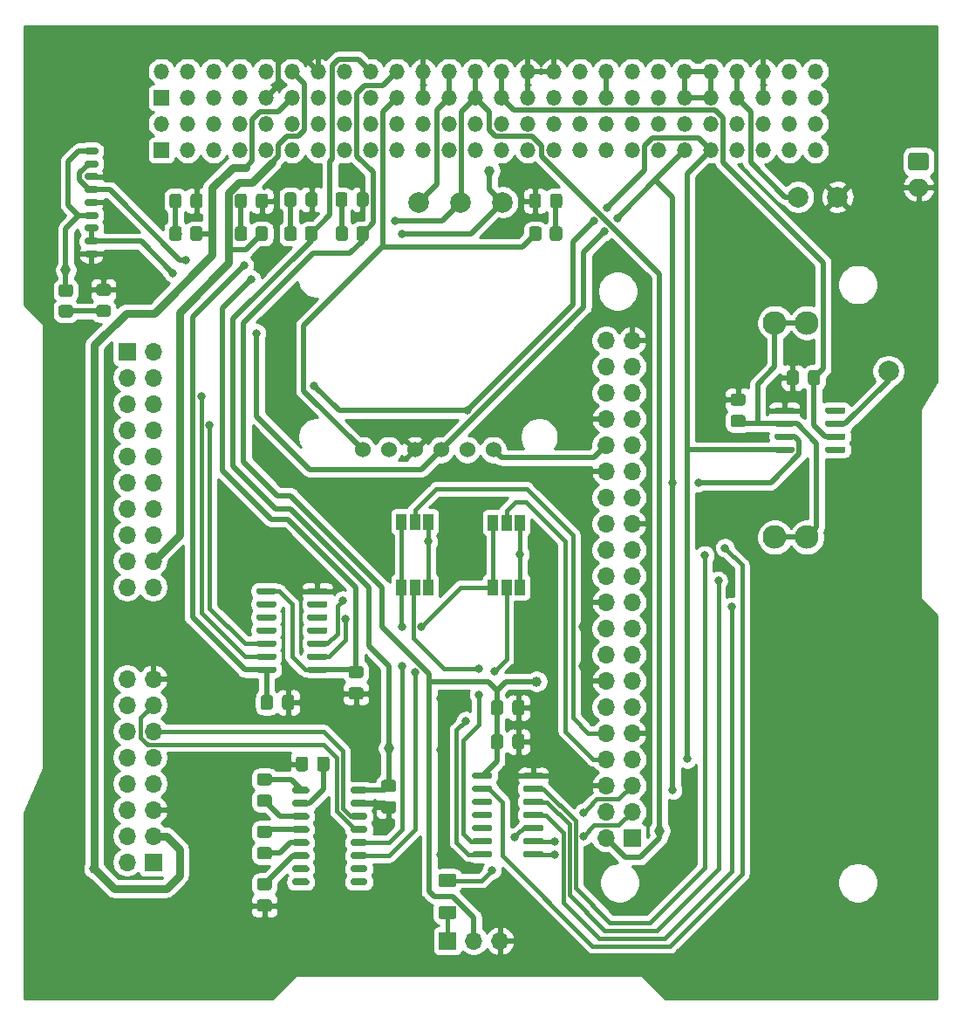
<source format=gbr>
%TF.GenerationSoftware,KiCad,Pcbnew,(5.1.9)-1*%
%TF.CreationDate,2021-11-21T19:39:09-05:00*%
%TF.ProjectId,REVERB Interface,52455645-5242-4204-996e-746572666163,rev?*%
%TF.SameCoordinates,Original*%
%TF.FileFunction,Copper,L1,Top*%
%TF.FilePolarity,Positive*%
%FSLAX46Y46*%
G04 Gerber Fmt 4.6, Leading zero omitted, Abs format (unit mm)*
G04 Created by KiCad (PCBNEW (5.1.9)-1) date 2021-11-21 19:39:09*
%MOMM*%
%LPD*%
G01*
G04 APERTURE LIST*
%TA.AperFunction,ComponentPad*%
%ADD10O,2.000000X1.700000*%
%TD*%
%TA.AperFunction,SMDPad,CuDef*%
%ADD11C,2.000000*%
%TD*%
%TA.AperFunction,ComponentPad*%
%ADD12C,2.300000*%
%TD*%
%TA.AperFunction,ComponentPad*%
%ADD13C,1.524000*%
%TD*%
%TA.AperFunction,ComponentPad*%
%ADD14O,1.700000X1.700000*%
%TD*%
%TA.AperFunction,ComponentPad*%
%ADD15R,1.700000X1.700000*%
%TD*%
%TA.AperFunction,SMDPad,CuDef*%
%ADD16R,1.000000X1.500000*%
%TD*%
%TA.AperFunction,ConnectorPad*%
%ADD17C,5.600000*%
%TD*%
%TA.AperFunction,ComponentPad*%
%ADD18C,3.600000*%
%TD*%
%TA.AperFunction,ComponentPad*%
%ADD19O,1.400000X0.700000*%
%TD*%
%TA.AperFunction,ComponentPad*%
%ADD20O,1.500000X1.500000*%
%TD*%
%TA.AperFunction,ComponentPad*%
%ADD21R,1.500000X1.500000*%
%TD*%
%TA.AperFunction,ViaPad*%
%ADD22C,0.800000*%
%TD*%
%TA.AperFunction,ViaPad*%
%ADD23C,1.000000*%
%TD*%
%TA.AperFunction,Conductor*%
%ADD24C,0.508000*%
%TD*%
%TA.AperFunction,Conductor*%
%ADD25C,0.381000*%
%TD*%
%TA.AperFunction,Conductor*%
%ADD26C,0.762000*%
%TD*%
%TA.AperFunction,Conductor*%
%ADD27C,0.254000*%
%TD*%
%TA.AperFunction,Conductor*%
%ADD28C,0.100000*%
%TD*%
G04 APERTURE END LIST*
D10*
%TO.P,J6,2*%
%TO.N,GND*%
X194310000Y-69175000D03*
%TO.P,J6,1*%
%TO.N,/5VUSBCHG*%
%TA.AperFunction,ComponentPad*%
G36*
G01*
X193560000Y-65825000D02*
X195060000Y-65825000D01*
G75*
G02*
X195310000Y-66075000I0J-250000D01*
G01*
X195310000Y-67275000D01*
G75*
G02*
X195060000Y-67525000I-250000J0D01*
G01*
X193560000Y-67525000D01*
G75*
G02*
X193310000Y-67275000I0J250000D01*
G01*
X193310000Y-66075000D01*
G75*
G02*
X193560000Y-65825000I250000J0D01*
G01*
G37*
%TD.AperFunction*%
%TD*%
%TO.P,U5,8*%
%TO.N,/EPSSCL*%
%TA.AperFunction,SMDPad,CuDef*%
G36*
G01*
X182269000Y-94465000D02*
X182269000Y-94765000D01*
G75*
G02*
X182119000Y-94915000I-150000J0D01*
G01*
X180469000Y-94915000D01*
G75*
G02*
X180319000Y-94765000I0J150000D01*
G01*
X180319000Y-94465000D01*
G75*
G02*
X180469000Y-94315000I150000J0D01*
G01*
X182119000Y-94315000D01*
G75*
G02*
X182269000Y-94465000I0J-150000D01*
G01*
G37*
%TD.AperFunction*%
%TO.P,U5,7*%
%TO.N,/EPSSDA*%
%TA.AperFunction,SMDPad,CuDef*%
G36*
G01*
X182269000Y-93195000D02*
X182269000Y-93495000D01*
G75*
G02*
X182119000Y-93645000I-150000J0D01*
G01*
X180469000Y-93645000D01*
G75*
G02*
X180319000Y-93495000I0J150000D01*
G01*
X180319000Y-93195000D01*
G75*
G02*
X180469000Y-93045000I150000J0D01*
G01*
X182119000Y-93045000D01*
G75*
G02*
X182269000Y-93195000I0J-150000D01*
G01*
G37*
%TD.AperFunction*%
%TO.P,U5,6*%
%TO.N,Net-(BT1-Pad1)*%
%TA.AperFunction,SMDPad,CuDef*%
G36*
G01*
X182269000Y-91925000D02*
X182269000Y-92225000D01*
G75*
G02*
X182119000Y-92375000I-150000J0D01*
G01*
X180469000Y-92375000D01*
G75*
G02*
X180319000Y-92225000I0J150000D01*
G01*
X180319000Y-91925000D01*
G75*
G02*
X180469000Y-91775000I150000J0D01*
G01*
X182119000Y-91775000D01*
G75*
G02*
X182269000Y-91925000I0J-150000D01*
G01*
G37*
%TD.AperFunction*%
%TO.P,U5,5*%
%TO.N,GND*%
%TA.AperFunction,SMDPad,CuDef*%
G36*
G01*
X182269000Y-90655000D02*
X182269000Y-90955000D01*
G75*
G02*
X182119000Y-91105000I-150000J0D01*
G01*
X180469000Y-91105000D01*
G75*
G02*
X180319000Y-90955000I0J150000D01*
G01*
X180319000Y-90655000D01*
G75*
G02*
X180469000Y-90505000I150000J0D01*
G01*
X182119000Y-90505000D01*
G75*
G02*
X182269000Y-90655000I0J-150000D01*
G01*
G37*
%TD.AperFunction*%
%TO.P,U5,4*%
%TO.N,N/C*%
%TA.AperFunction,SMDPad,CuDef*%
G36*
G01*
X187219000Y-90655000D02*
X187219000Y-90955000D01*
G75*
G02*
X187069000Y-91105000I-150000J0D01*
G01*
X185419000Y-91105000D01*
G75*
G02*
X185269000Y-90955000I0J150000D01*
G01*
X185269000Y-90655000D01*
G75*
G02*
X185419000Y-90505000I150000J0D01*
G01*
X187069000Y-90505000D01*
G75*
G02*
X187219000Y-90655000I0J-150000D01*
G01*
G37*
%TD.AperFunction*%
%TO.P,U5,3*%
%TO.N,/SQW*%
%TA.AperFunction,SMDPad,CuDef*%
G36*
G01*
X187219000Y-91925000D02*
X187219000Y-92225000D01*
G75*
G02*
X187069000Y-92375000I-150000J0D01*
G01*
X185419000Y-92375000D01*
G75*
G02*
X185269000Y-92225000I0J150000D01*
G01*
X185269000Y-91925000D01*
G75*
G02*
X185419000Y-91775000I150000J0D01*
G01*
X187069000Y-91775000D01*
G75*
G02*
X187219000Y-91925000I0J-150000D01*
G01*
G37*
%TD.AperFunction*%
%TO.P,U5,2*%
%TO.N,+3V3*%
%TA.AperFunction,SMDPad,CuDef*%
G36*
G01*
X187219000Y-93195000D02*
X187219000Y-93495000D01*
G75*
G02*
X187069000Y-93645000I-150000J0D01*
G01*
X185419000Y-93645000D01*
G75*
G02*
X185269000Y-93495000I0J150000D01*
G01*
X185269000Y-93195000D01*
G75*
G02*
X185419000Y-93045000I150000J0D01*
G01*
X187069000Y-93045000D01*
G75*
G02*
X187219000Y-93195000I0J-150000D01*
G01*
G37*
%TD.AperFunction*%
%TO.P,U5,1*%
%TO.N,N/C*%
%TA.AperFunction,SMDPad,CuDef*%
G36*
G01*
X187219000Y-94465000D02*
X187219000Y-94765000D01*
G75*
G02*
X187069000Y-94915000I-150000J0D01*
G01*
X185419000Y-94915000D01*
G75*
G02*
X185269000Y-94765000I0J150000D01*
G01*
X185269000Y-94465000D01*
G75*
G02*
X185419000Y-94315000I150000J0D01*
G01*
X187069000Y-94315000D01*
G75*
G02*
X187219000Y-94465000I0J-150000D01*
G01*
G37*
%TD.AperFunction*%
%TD*%
D11*
%TO.P,TP6,1*%
%TO.N,/SQW*%
X191389000Y-86995000D03*
%TD*%
D12*
%TO.P,BT1,1*%
%TO.N,Net-(BT1-Pad1)*%
X180364000Y-103110000D03*
X183464000Y-103110000D03*
X183464000Y-82310000D03*
X180364000Y-82310000D03*
%TD*%
%TO.P,C21,2*%
%TO.N,GND*%
%TA.AperFunction,SMDPad,CuDef*%
G36*
G01*
X177259000Y-90355000D02*
X176309000Y-90355000D01*
G75*
G02*
X176059000Y-90105000I0J250000D01*
G01*
X176059000Y-89430000D01*
G75*
G02*
X176309000Y-89180000I250000J0D01*
G01*
X177259000Y-89180000D01*
G75*
G02*
X177509000Y-89430000I0J-250000D01*
G01*
X177509000Y-90105000D01*
G75*
G02*
X177259000Y-90355000I-250000J0D01*
G01*
G37*
%TD.AperFunction*%
%TO.P,C21,1*%
%TO.N,Net-(BT1-Pad1)*%
%TA.AperFunction,SMDPad,CuDef*%
G36*
G01*
X177259000Y-92430000D02*
X176309000Y-92430000D01*
G75*
G02*
X176059000Y-92180000I0J250000D01*
G01*
X176059000Y-91505000D01*
G75*
G02*
X176309000Y-91255000I250000J0D01*
G01*
X177259000Y-91255000D01*
G75*
G02*
X177509000Y-91505000I0J-250000D01*
G01*
X177509000Y-92180000D01*
G75*
G02*
X177259000Y-92430000I-250000J0D01*
G01*
G37*
%TD.AperFunction*%
%TD*%
%TO.P,C20,2*%
%TO.N,GND*%
%TA.AperFunction,SMDPad,CuDef*%
G36*
G01*
X182684000Y-87155000D02*
X182684000Y-88105000D01*
G75*
G02*
X182434000Y-88355000I-250000J0D01*
G01*
X181759000Y-88355000D01*
G75*
G02*
X181509000Y-88105000I0J250000D01*
G01*
X181509000Y-87155000D01*
G75*
G02*
X181759000Y-86905000I250000J0D01*
G01*
X182434000Y-86905000D01*
G75*
G02*
X182684000Y-87155000I0J-250000D01*
G01*
G37*
%TD.AperFunction*%
%TO.P,C20,1*%
%TO.N,+3V3*%
%TA.AperFunction,SMDPad,CuDef*%
G36*
G01*
X184759000Y-87155000D02*
X184759000Y-88105000D01*
G75*
G02*
X184509000Y-88355000I-250000J0D01*
G01*
X183834000Y-88355000D01*
G75*
G02*
X183584000Y-88105000I0J250000D01*
G01*
X183584000Y-87155000D01*
G75*
G02*
X183834000Y-86905000I250000J0D01*
G01*
X184509000Y-86905000D01*
G75*
G02*
X184759000Y-87155000I0J-250000D01*
G01*
G37*
%TD.AperFunction*%
%TD*%
D13*
%TO.P,U1,1*%
%TO.N,/SW9*%
X140335000Y-94615000D03*
%TO.P,U1,2*%
%TO.N,N/C*%
X142875000Y-94615000D03*
%TO.P,U1,3*%
%TO.N,GND*%
X145415000Y-94615000D03*
%TO.P,U1,4*%
%TO.N,/EPSSDA*%
X147955000Y-94615000D03*
%TO.P,U1,5*%
%TO.N,/EPSSCL*%
X150495000Y-94615000D03*
%TO.P,U1,6*%
%TO.N,/IMURST*%
X153035000Y-94615000D03*
%TD*%
D14*
%TO.P,J1,40*%
%TO.N,N/C*%
X163970000Y-84014000D03*
%TO.P,J1,39*%
%TO.N,GND*%
X166510000Y-84014000D03*
%TO.P,J1,38*%
%TO.N,N/C*%
X163970000Y-86554000D03*
%TO.P,J1,37*%
X166510000Y-86554000D03*
%TO.P,J1,36*%
X163970000Y-89094000D03*
%TO.P,J1,35*%
X166510000Y-89094000D03*
%TO.P,J1,34*%
%TO.N,GND*%
X163970000Y-91634000D03*
%TO.P,J1,33*%
%TO.N,N/C*%
X166510000Y-91634000D03*
%TO.P,J1,32*%
%TO.N,/IMURST*%
X163970000Y-94174000D03*
%TO.P,J1,31*%
%TO.N,N/C*%
X166510000Y-94174000D03*
%TO.P,J1,30*%
%TO.N,GND*%
X163970000Y-96714000D03*
%TO.P,J1,29*%
%TO.N,N/C*%
X166510000Y-96714000D03*
%TO.P,J1,28*%
X163970000Y-99254000D03*
%TO.P,J1,27*%
X166510000Y-99254000D03*
%TO.P,J1,26*%
X163970000Y-101794000D03*
%TO.P,J1,25*%
%TO.N,GND*%
X166510000Y-101794000D03*
%TO.P,J1,24*%
%TO.N,/SPICE0*%
X163970000Y-104334000D03*
%TO.P,J1,23*%
%TO.N,/SPISCK*%
X166510000Y-104334000D03*
%TO.P,J1,22*%
%TO.N,N/C*%
X163970000Y-106874000D03*
%TO.P,J1,21*%
%TO.N,/SPIMISO*%
X166510000Y-106874000D03*
%TO.P,J1,20*%
%TO.N,GND*%
X163970000Y-109414000D03*
%TO.P,J1,19*%
%TO.N,/SPIMOSI*%
X166510000Y-109414000D03*
%TO.P,J1,18*%
%TO.N,/SPIUARTRX*%
X163970000Y-111954000D03*
%TO.P,J1,17*%
%TO.N,N/C*%
X166510000Y-111954000D03*
%TO.P,J1,16*%
%TO.N,/SPIUARTTX*%
X163970000Y-114494000D03*
%TO.P,J1,15*%
%TO.N,N/C*%
X166510000Y-114494000D03*
%TO.P,J1,14*%
%TO.N,GND*%
X163970000Y-117034000D03*
%TO.P,J1,13*%
%TO.N,N/C*%
X166510000Y-117034000D03*
%TO.P,J1,12*%
X163970000Y-119574000D03*
%TO.P,J1,11*%
X166510000Y-119574000D03*
%TO.P,J1,10*%
%TO.N,/HWRX*%
X163970000Y-122114000D03*
%TO.P,J1,9*%
%TO.N,GND*%
X166510000Y-122114000D03*
%TO.P,J1,8*%
%TO.N,/HWTX*%
X163970000Y-124654000D03*
%TO.P,J1,7*%
%TO.N,N/C*%
X166510000Y-124654000D03*
%TO.P,J1,6*%
%TO.N,GND*%
X163970000Y-127194000D03*
%TO.P,J1,5*%
%TO.N,/EPSSCL*%
X166510000Y-127194000D03*
%TO.P,J1,4*%
%TO.N,+5V*%
X163970000Y-129734000D03*
%TO.P,J1,3*%
%TO.N,/EPSSDA*%
X166510000Y-129734000D03*
%TO.P,J1,2*%
%TO.N,+5V*%
X163970000Y-132274000D03*
D15*
%TO.P,J1,1*%
%TO.N,N/C*%
X166510000Y-132274000D03*
%TD*%
%TO.P,U3,14*%
%TO.N,GND*%
%TA.AperFunction,SMDPad,CuDef*%
G36*
G01*
X155932000Y-126388000D02*
X155932000Y-126088000D01*
G75*
G02*
X156082000Y-125938000I150000J0D01*
G01*
X157732000Y-125938000D01*
G75*
G02*
X157882000Y-126088000I0J-150000D01*
G01*
X157882000Y-126388000D01*
G75*
G02*
X157732000Y-126538000I-150000J0D01*
G01*
X156082000Y-126538000D01*
G75*
G02*
X155932000Y-126388000I0J150000D01*
G01*
G37*
%TD.AperFunction*%
%TO.P,U3,13*%
%TO.N,/SPISCK*%
%TA.AperFunction,SMDPad,CuDef*%
G36*
G01*
X155932000Y-127658000D02*
X155932000Y-127358000D01*
G75*
G02*
X156082000Y-127208000I150000J0D01*
G01*
X157732000Y-127208000D01*
G75*
G02*
X157882000Y-127358000I0J-150000D01*
G01*
X157882000Y-127658000D01*
G75*
G02*
X157732000Y-127808000I-150000J0D01*
G01*
X156082000Y-127808000D01*
G75*
G02*
X155932000Y-127658000I0J150000D01*
G01*
G37*
%TD.AperFunction*%
%TO.P,U3,12*%
%TO.N,/SPIMISO*%
%TA.AperFunction,SMDPad,CuDef*%
G36*
G01*
X155932000Y-128928000D02*
X155932000Y-128628000D01*
G75*
G02*
X156082000Y-128478000I150000J0D01*
G01*
X157732000Y-128478000D01*
G75*
G02*
X157882000Y-128628000I0J-150000D01*
G01*
X157882000Y-128928000D01*
G75*
G02*
X157732000Y-129078000I-150000J0D01*
G01*
X156082000Y-129078000D01*
G75*
G02*
X155932000Y-128928000I0J150000D01*
G01*
G37*
%TD.AperFunction*%
%TO.P,U3,11*%
%TO.N,/SPIMOSI*%
%TA.AperFunction,SMDPad,CuDef*%
G36*
G01*
X155932000Y-130198000D02*
X155932000Y-129898000D01*
G75*
G02*
X156082000Y-129748000I150000J0D01*
G01*
X157732000Y-129748000D01*
G75*
G02*
X157882000Y-129898000I0J-150000D01*
G01*
X157882000Y-130198000D01*
G75*
G02*
X157732000Y-130348000I-150000J0D01*
G01*
X156082000Y-130348000D01*
G75*
G02*
X155932000Y-130198000I0J150000D01*
G01*
G37*
%TD.AperFunction*%
%TO.P,U3,10*%
%TO.N,/SLVRST*%
%TA.AperFunction,SMDPad,CuDef*%
G36*
G01*
X155932000Y-131468000D02*
X155932000Y-131168000D01*
G75*
G02*
X156082000Y-131018000I150000J0D01*
G01*
X157732000Y-131018000D01*
G75*
G02*
X157882000Y-131168000I0J-150000D01*
G01*
X157882000Y-131468000D01*
G75*
G02*
X157732000Y-131618000I-150000J0D01*
G01*
X156082000Y-131618000D01*
G75*
G02*
X155932000Y-131468000I0J150000D01*
G01*
G37*
%TD.AperFunction*%
%TO.P,U3,9*%
%TO.N,/EPSSCL*%
%TA.AperFunction,SMDPad,CuDef*%
G36*
G01*
X155932000Y-132738000D02*
X155932000Y-132438000D01*
G75*
G02*
X156082000Y-132288000I150000J0D01*
G01*
X157732000Y-132288000D01*
G75*
G02*
X157882000Y-132438000I0J-150000D01*
G01*
X157882000Y-132738000D01*
G75*
G02*
X157732000Y-132888000I-150000J0D01*
G01*
X156082000Y-132888000D01*
G75*
G02*
X155932000Y-132738000I0J150000D01*
G01*
G37*
%TD.AperFunction*%
%TO.P,U3,8*%
%TO.N,/EPSSDA*%
%TA.AperFunction,SMDPad,CuDef*%
G36*
G01*
X155932000Y-134008000D02*
X155932000Y-133708000D01*
G75*
G02*
X156082000Y-133558000I150000J0D01*
G01*
X157732000Y-133558000D01*
G75*
G02*
X157882000Y-133708000I0J-150000D01*
G01*
X157882000Y-134008000D01*
G75*
G02*
X157732000Y-134158000I-150000J0D01*
G01*
X156082000Y-134158000D01*
G75*
G02*
X155932000Y-134008000I0J150000D01*
G01*
G37*
%TD.AperFunction*%
%TO.P,U3,7*%
%TO.N,/SPIUARTTX*%
%TA.AperFunction,SMDPad,CuDef*%
G36*
G01*
X150982000Y-134008000D02*
X150982000Y-133708000D01*
G75*
G02*
X151132000Y-133558000I150000J0D01*
G01*
X152782000Y-133558000D01*
G75*
G02*
X152932000Y-133708000I0J-150000D01*
G01*
X152932000Y-134008000D01*
G75*
G02*
X152782000Y-134158000I-150000J0D01*
G01*
X151132000Y-134158000D01*
G75*
G02*
X150982000Y-134008000I0J150000D01*
G01*
G37*
%TD.AperFunction*%
%TO.P,U3,6*%
%TO.N,/SPIUARTRX*%
%TA.AperFunction,SMDPad,CuDef*%
G36*
G01*
X150982000Y-132738000D02*
X150982000Y-132438000D01*
G75*
G02*
X151132000Y-132288000I150000J0D01*
G01*
X152782000Y-132288000D01*
G75*
G02*
X152932000Y-132438000I0J-150000D01*
G01*
X152932000Y-132738000D01*
G75*
G02*
X152782000Y-132888000I-150000J0D01*
G01*
X151132000Y-132888000D01*
G75*
G02*
X150982000Y-132738000I0J150000D01*
G01*
G37*
%TD.AperFunction*%
%TO.P,U3,5*%
%TO.N,N/C*%
%TA.AperFunction,SMDPad,CuDef*%
G36*
G01*
X150982000Y-131468000D02*
X150982000Y-131168000D01*
G75*
G02*
X151132000Y-131018000I150000J0D01*
G01*
X152782000Y-131018000D01*
G75*
G02*
X152932000Y-131168000I0J-150000D01*
G01*
X152932000Y-131468000D01*
G75*
G02*
X152782000Y-131618000I-150000J0D01*
G01*
X151132000Y-131618000D01*
G75*
G02*
X150982000Y-131468000I0J150000D01*
G01*
G37*
%TD.AperFunction*%
%TO.P,U3,4*%
%TA.AperFunction,SMDPad,CuDef*%
G36*
G01*
X150982000Y-130198000D02*
X150982000Y-129898000D01*
G75*
G02*
X151132000Y-129748000I150000J0D01*
G01*
X152782000Y-129748000D01*
G75*
G02*
X152932000Y-129898000I0J-150000D01*
G01*
X152932000Y-130198000D01*
G75*
G02*
X152782000Y-130348000I-150000J0D01*
G01*
X151132000Y-130348000D01*
G75*
G02*
X150982000Y-130198000I0J150000D01*
G01*
G37*
%TD.AperFunction*%
%TO.P,U3,3*%
%TA.AperFunction,SMDPad,CuDef*%
G36*
G01*
X150982000Y-128928000D02*
X150982000Y-128628000D01*
G75*
G02*
X151132000Y-128478000I150000J0D01*
G01*
X152782000Y-128478000D01*
G75*
G02*
X152932000Y-128628000I0J-150000D01*
G01*
X152932000Y-128928000D01*
G75*
G02*
X152782000Y-129078000I-150000J0D01*
G01*
X151132000Y-129078000D01*
G75*
G02*
X150982000Y-128928000I0J150000D01*
G01*
G37*
%TD.AperFunction*%
%TO.P,U3,2*%
%TO.N,/SPICE0*%
%TA.AperFunction,SMDPad,CuDef*%
G36*
G01*
X150982000Y-127658000D02*
X150982000Y-127358000D01*
G75*
G02*
X151132000Y-127208000I150000J0D01*
G01*
X152782000Y-127208000D01*
G75*
G02*
X152932000Y-127358000I0J-150000D01*
G01*
X152932000Y-127658000D01*
G75*
G02*
X152782000Y-127808000I-150000J0D01*
G01*
X151132000Y-127808000D01*
G75*
G02*
X150982000Y-127658000I0J150000D01*
G01*
G37*
%TD.AperFunction*%
%TO.P,U3,1*%
%TO.N,/SW10*%
%TA.AperFunction,SMDPad,CuDef*%
G36*
G01*
X150982000Y-126388000D02*
X150982000Y-126088000D01*
G75*
G02*
X151132000Y-125938000I150000J0D01*
G01*
X152782000Y-125938000D01*
G75*
G02*
X152932000Y-126088000I0J-150000D01*
G01*
X152932000Y-126388000D01*
G75*
G02*
X152782000Y-126538000I-150000J0D01*
G01*
X151132000Y-126538000D01*
G75*
G02*
X150982000Y-126388000I0J150000D01*
G01*
G37*
%TD.AperFunction*%
%TD*%
%TO.P,R7,2*%
%TO.N,Net-(J5-Pad1)*%
%TA.AperFunction,SMDPad,CuDef*%
G36*
G01*
X147965000Y-138848000D02*
X149215000Y-138848000D01*
G75*
G02*
X149465000Y-139098000I0J-250000D01*
G01*
X149465000Y-139898000D01*
G75*
G02*
X149215000Y-140148000I-250000J0D01*
G01*
X147965000Y-140148000D01*
G75*
G02*
X147715000Y-139898000I0J250000D01*
G01*
X147715000Y-139098000D01*
G75*
G02*
X147965000Y-138848000I250000J0D01*
G01*
G37*
%TD.AperFunction*%
%TO.P,R7,1*%
%TO.N,/SLVRST*%
%TA.AperFunction,SMDPad,CuDef*%
G36*
G01*
X147965000Y-135748000D02*
X149215000Y-135748000D01*
G75*
G02*
X149465000Y-135998000I0J-250000D01*
G01*
X149465000Y-136798000D01*
G75*
G02*
X149215000Y-137048000I-250000J0D01*
G01*
X147965000Y-137048000D01*
G75*
G02*
X147715000Y-136798000I0J250000D01*
G01*
X147715000Y-135998000D01*
G75*
G02*
X147965000Y-135748000I250000J0D01*
G01*
G37*
%TD.AperFunction*%
%TD*%
D14*
%TO.P,J5,3*%
%TO.N,GND*%
X153670000Y-142240000D03*
%TO.P,J5,2*%
%TO.N,/SW10*%
X151130000Y-142240000D03*
D15*
%TO.P,J5,1*%
%TO.N,Net-(J5-Pad1)*%
X148590000Y-142240000D03*
%TD*%
%TO.P,C7,2*%
%TO.N,GND*%
%TA.AperFunction,SMDPad,CuDef*%
G36*
G01*
X154882000Y-123411000D02*
X154882000Y-122461000D01*
G75*
G02*
X155132000Y-122211000I250000J0D01*
G01*
X155807000Y-122211000D01*
G75*
G02*
X156057000Y-122461000I0J-250000D01*
G01*
X156057000Y-123411000D01*
G75*
G02*
X155807000Y-123661000I-250000J0D01*
G01*
X155132000Y-123661000D01*
G75*
G02*
X154882000Y-123411000I0J250000D01*
G01*
G37*
%TD.AperFunction*%
%TO.P,C7,1*%
%TO.N,/SW10*%
%TA.AperFunction,SMDPad,CuDef*%
G36*
G01*
X152807000Y-123411000D02*
X152807000Y-122461000D01*
G75*
G02*
X153057000Y-122211000I250000J0D01*
G01*
X153732000Y-122211000D01*
G75*
G02*
X153982000Y-122461000I0J-250000D01*
G01*
X153982000Y-123411000D01*
G75*
G02*
X153732000Y-123661000I-250000J0D01*
G01*
X153057000Y-123661000D01*
G75*
G02*
X152807000Y-123411000I0J250000D01*
G01*
G37*
%TD.AperFunction*%
%TD*%
%TO.P,C6,2*%
%TO.N,GND*%
%TA.AperFunction,SMDPad,CuDef*%
G36*
G01*
X154882000Y-120109000D02*
X154882000Y-119159000D01*
G75*
G02*
X155132000Y-118909000I250000J0D01*
G01*
X155807000Y-118909000D01*
G75*
G02*
X156057000Y-119159000I0J-250000D01*
G01*
X156057000Y-120109000D01*
G75*
G02*
X155807000Y-120359000I-250000J0D01*
G01*
X155132000Y-120359000D01*
G75*
G02*
X154882000Y-120109000I0J250000D01*
G01*
G37*
%TD.AperFunction*%
%TO.P,C6,1*%
%TO.N,/SW10*%
%TA.AperFunction,SMDPad,CuDef*%
G36*
G01*
X152807000Y-120109000D02*
X152807000Y-119159000D01*
G75*
G02*
X153057000Y-118909000I250000J0D01*
G01*
X153732000Y-118909000D01*
G75*
G02*
X153982000Y-119159000I0J-250000D01*
G01*
X153982000Y-120109000D01*
G75*
G02*
X153732000Y-120359000I-250000J0D01*
G01*
X153057000Y-120359000D01*
G75*
G02*
X152807000Y-120109000I0J250000D01*
G01*
G37*
%TD.AperFunction*%
%TD*%
%TO.P,U4,14*%
%TO.N,+5V*%
%TA.AperFunction,SMDPad,CuDef*%
G36*
G01*
X131977000Y-115801000D02*
X131977000Y-116101000D01*
G75*
G02*
X131827000Y-116251000I-150000J0D01*
G01*
X130177000Y-116251000D01*
G75*
G02*
X130027000Y-116101000I0J150000D01*
G01*
X130027000Y-115801000D01*
G75*
G02*
X130177000Y-115651000I150000J0D01*
G01*
X131827000Y-115651000D01*
G75*
G02*
X131977000Y-115801000I0J-150000D01*
G01*
G37*
%TD.AperFunction*%
%TO.P,U4,13*%
%TO.N,/APRSRXSh*%
%TA.AperFunction,SMDPad,CuDef*%
G36*
G01*
X131977000Y-114531000D02*
X131977000Y-114831000D01*
G75*
G02*
X131827000Y-114981000I-150000J0D01*
G01*
X130177000Y-114981000D01*
G75*
G02*
X130027000Y-114831000I0J150000D01*
G01*
X130027000Y-114531000D01*
G75*
G02*
X130177000Y-114381000I150000J0D01*
G01*
X131827000Y-114381000D01*
G75*
G02*
X131977000Y-114531000I0J-150000D01*
G01*
G37*
%TD.AperFunction*%
%TO.P,U4,12*%
%TO.N,/APRSTXSh*%
%TA.AperFunction,SMDPad,CuDef*%
G36*
G01*
X131977000Y-113261000D02*
X131977000Y-113561000D01*
G75*
G02*
X131827000Y-113711000I-150000J0D01*
G01*
X130177000Y-113711000D01*
G75*
G02*
X130027000Y-113561000I0J150000D01*
G01*
X130027000Y-113261000D01*
G75*
G02*
X130177000Y-113111000I150000J0D01*
G01*
X131827000Y-113111000D01*
G75*
G02*
X131977000Y-113261000I0J-150000D01*
G01*
G37*
%TD.AperFunction*%
%TO.P,U4,11*%
%TO.N,N/C*%
%TA.AperFunction,SMDPad,CuDef*%
G36*
G01*
X131977000Y-111991000D02*
X131977000Y-112291000D01*
G75*
G02*
X131827000Y-112441000I-150000J0D01*
G01*
X130177000Y-112441000D01*
G75*
G02*
X130027000Y-112291000I0J150000D01*
G01*
X130027000Y-111991000D01*
G75*
G02*
X130177000Y-111841000I150000J0D01*
G01*
X131827000Y-111841000D01*
G75*
G02*
X131977000Y-111991000I0J-150000D01*
G01*
G37*
%TD.AperFunction*%
%TO.P,U4,10*%
%TA.AperFunction,SMDPad,CuDef*%
G36*
G01*
X131977000Y-110721000D02*
X131977000Y-111021000D01*
G75*
G02*
X131827000Y-111171000I-150000J0D01*
G01*
X130177000Y-111171000D01*
G75*
G02*
X130027000Y-111021000I0J150000D01*
G01*
X130027000Y-110721000D01*
G75*
G02*
X130177000Y-110571000I150000J0D01*
G01*
X131827000Y-110571000D01*
G75*
G02*
X131977000Y-110721000I0J-150000D01*
G01*
G37*
%TD.AperFunction*%
%TO.P,U4,9*%
%TA.AperFunction,SMDPad,CuDef*%
G36*
G01*
X131977000Y-109451000D02*
X131977000Y-109751000D01*
G75*
G02*
X131827000Y-109901000I-150000J0D01*
G01*
X130177000Y-109901000D01*
G75*
G02*
X130027000Y-109751000I0J150000D01*
G01*
X130027000Y-109451000D01*
G75*
G02*
X130177000Y-109301000I150000J0D01*
G01*
X131827000Y-109301000D01*
G75*
G02*
X131977000Y-109451000I0J-150000D01*
G01*
G37*
%TD.AperFunction*%
%TO.P,U4,8*%
%TO.N,+3V3*%
%TA.AperFunction,SMDPad,CuDef*%
G36*
G01*
X131977000Y-108181000D02*
X131977000Y-108481000D01*
G75*
G02*
X131827000Y-108631000I-150000J0D01*
G01*
X130177000Y-108631000D01*
G75*
G02*
X130027000Y-108481000I0J150000D01*
G01*
X130027000Y-108181000D01*
G75*
G02*
X130177000Y-108031000I150000J0D01*
G01*
X131827000Y-108031000D01*
G75*
G02*
X131977000Y-108181000I0J-150000D01*
G01*
G37*
%TD.AperFunction*%
%TO.P,U4,7*%
%TO.N,GND*%
%TA.AperFunction,SMDPad,CuDef*%
G36*
G01*
X136927000Y-108181000D02*
X136927000Y-108481000D01*
G75*
G02*
X136777000Y-108631000I-150000J0D01*
G01*
X135127000Y-108631000D01*
G75*
G02*
X134977000Y-108481000I0J150000D01*
G01*
X134977000Y-108181000D01*
G75*
G02*
X135127000Y-108031000I150000J0D01*
G01*
X136777000Y-108031000D01*
G75*
G02*
X136927000Y-108181000I0J-150000D01*
G01*
G37*
%TD.AperFunction*%
%TO.P,U4,6*%
%TO.N,N/C*%
%TA.AperFunction,SMDPad,CuDef*%
G36*
G01*
X136927000Y-109451000D02*
X136927000Y-109751000D01*
G75*
G02*
X136777000Y-109901000I-150000J0D01*
G01*
X135127000Y-109901000D01*
G75*
G02*
X134977000Y-109751000I0J150000D01*
G01*
X134977000Y-109451000D01*
G75*
G02*
X135127000Y-109301000I150000J0D01*
G01*
X136777000Y-109301000D01*
G75*
G02*
X136927000Y-109451000I0J-150000D01*
G01*
G37*
%TD.AperFunction*%
%TO.P,U4,5*%
%TA.AperFunction,SMDPad,CuDef*%
G36*
G01*
X136927000Y-110721000D02*
X136927000Y-111021000D01*
G75*
G02*
X136777000Y-111171000I-150000J0D01*
G01*
X135127000Y-111171000D01*
G75*
G02*
X134977000Y-111021000I0J150000D01*
G01*
X134977000Y-110721000D01*
G75*
G02*
X135127000Y-110571000I150000J0D01*
G01*
X136777000Y-110571000D01*
G75*
G02*
X136927000Y-110721000I0J-150000D01*
G01*
G37*
%TD.AperFunction*%
%TO.P,U4,4*%
%TA.AperFunction,SMDPad,CuDef*%
G36*
G01*
X136927000Y-111991000D02*
X136927000Y-112291000D01*
G75*
G02*
X136777000Y-112441000I-150000J0D01*
G01*
X135127000Y-112441000D01*
G75*
G02*
X134977000Y-112291000I0J150000D01*
G01*
X134977000Y-111991000D01*
G75*
G02*
X135127000Y-111841000I150000J0D01*
G01*
X136777000Y-111841000D01*
G75*
G02*
X136927000Y-111991000I0J-150000D01*
G01*
G37*
%TD.AperFunction*%
%TO.P,U4,3*%
%TO.N,/APRSTX*%
%TA.AperFunction,SMDPad,CuDef*%
G36*
G01*
X136927000Y-113261000D02*
X136927000Y-113561000D01*
G75*
G02*
X136777000Y-113711000I-150000J0D01*
G01*
X135127000Y-113711000D01*
G75*
G02*
X134977000Y-113561000I0J150000D01*
G01*
X134977000Y-113261000D01*
G75*
G02*
X135127000Y-113111000I150000J0D01*
G01*
X136777000Y-113111000D01*
G75*
G02*
X136927000Y-113261000I0J-150000D01*
G01*
G37*
%TD.AperFunction*%
%TO.P,U4,2*%
%TO.N,/APRSRX*%
%TA.AperFunction,SMDPad,CuDef*%
G36*
G01*
X136927000Y-114531000D02*
X136927000Y-114831000D01*
G75*
G02*
X136777000Y-114981000I-150000J0D01*
G01*
X135127000Y-114981000D01*
G75*
G02*
X134977000Y-114831000I0J150000D01*
G01*
X134977000Y-114531000D01*
G75*
G02*
X135127000Y-114381000I150000J0D01*
G01*
X136777000Y-114381000D01*
G75*
G02*
X136927000Y-114531000I0J-150000D01*
G01*
G37*
%TD.AperFunction*%
%TO.P,U4,1*%
%TO.N,+3V3*%
%TA.AperFunction,SMDPad,CuDef*%
G36*
G01*
X136927000Y-115801000D02*
X136927000Y-116101000D01*
G75*
G02*
X136777000Y-116251000I-150000J0D01*
G01*
X135127000Y-116251000D01*
G75*
G02*
X134977000Y-116101000I0J150000D01*
G01*
X134977000Y-115801000D01*
G75*
G02*
X135127000Y-115651000I150000J0D01*
G01*
X136777000Y-115651000D01*
G75*
G02*
X136927000Y-115801000I0J-150000D01*
G01*
G37*
%TD.AperFunction*%
%TD*%
%TO.P,C10,2*%
%TO.N,GND*%
%TA.AperFunction,SMDPad,CuDef*%
G36*
G01*
X139225000Y-117671000D02*
X140175000Y-117671000D01*
G75*
G02*
X140425000Y-117921000I0J-250000D01*
G01*
X140425000Y-118596000D01*
G75*
G02*
X140175000Y-118846000I-250000J0D01*
G01*
X139225000Y-118846000D01*
G75*
G02*
X138975000Y-118596000I0J250000D01*
G01*
X138975000Y-117921000D01*
G75*
G02*
X139225000Y-117671000I250000J0D01*
G01*
G37*
%TD.AperFunction*%
%TO.P,C10,1*%
%TO.N,+3V3*%
%TA.AperFunction,SMDPad,CuDef*%
G36*
G01*
X139225000Y-115596000D02*
X140175000Y-115596000D01*
G75*
G02*
X140425000Y-115846000I0J-250000D01*
G01*
X140425000Y-116521000D01*
G75*
G02*
X140175000Y-116771000I-250000J0D01*
G01*
X139225000Y-116771000D01*
G75*
G02*
X138975000Y-116521000I0J250000D01*
G01*
X138975000Y-115846000D01*
G75*
G02*
X139225000Y-115596000I250000J0D01*
G01*
G37*
%TD.AperFunction*%
%TD*%
%TO.P,C9,2*%
%TO.N,GND*%
%TA.AperFunction,SMDPad,CuDef*%
G36*
G01*
X132530000Y-119601000D02*
X132530000Y-118651000D01*
G75*
G02*
X132780000Y-118401000I250000J0D01*
G01*
X133455000Y-118401000D01*
G75*
G02*
X133705000Y-118651000I0J-250000D01*
G01*
X133705000Y-119601000D01*
G75*
G02*
X133455000Y-119851000I-250000J0D01*
G01*
X132780000Y-119851000D01*
G75*
G02*
X132530000Y-119601000I0J250000D01*
G01*
G37*
%TD.AperFunction*%
%TO.P,C9,1*%
%TO.N,+5V*%
%TA.AperFunction,SMDPad,CuDef*%
G36*
G01*
X130455000Y-119601000D02*
X130455000Y-118651000D01*
G75*
G02*
X130705000Y-118401000I250000J0D01*
G01*
X131380000Y-118401000D01*
G75*
G02*
X131630000Y-118651000I0J-250000D01*
G01*
X131630000Y-119601000D01*
G75*
G02*
X131380000Y-119851000I-250000J0D01*
G01*
X130705000Y-119851000D01*
G75*
G02*
X130455000Y-119601000I0J250000D01*
G01*
G37*
%TD.AperFunction*%
%TD*%
%TO.P,U2,9*%
%TO.N,N/C*%
%TA.AperFunction,SMDPad,CuDef*%
G36*
G01*
X139354999Y-136200000D02*
X140614997Y-136200000D01*
G75*
G02*
X140809997Y-136395000I0J-195000D01*
G01*
X140809997Y-136655000D01*
G75*
G02*
X140614997Y-136850000I-195000J0D01*
G01*
X139354999Y-136850000D01*
G75*
G02*
X139159999Y-136655000I0J195000D01*
G01*
X139159999Y-136395000D01*
G75*
G02*
X139354999Y-136200000I195000J0D01*
G01*
G37*
%TD.AperFunction*%
%TO.P,U2,10*%
%TA.AperFunction,SMDPad,CuDef*%
G36*
G01*
X139354999Y-134930000D02*
X140614997Y-134930000D01*
G75*
G02*
X140809997Y-135125000I0J-195000D01*
G01*
X140809997Y-135385000D01*
G75*
G02*
X140614997Y-135580000I-195000J0D01*
G01*
X139354999Y-135580000D01*
G75*
G02*
X139159999Y-135385000I0J195000D01*
G01*
X139159999Y-135125000D01*
G75*
G02*
X139354999Y-134930000I195000J0D01*
G01*
G37*
%TD.AperFunction*%
%TO.P,U2,11*%
%TO.N,/T1IN*%
%TA.AperFunction,SMDPad,CuDef*%
G36*
G01*
X139354999Y-133660000D02*
X140614997Y-133660000D01*
G75*
G02*
X140809997Y-133855000I0J-195000D01*
G01*
X140809997Y-134115000D01*
G75*
G02*
X140614997Y-134310000I-195000J0D01*
G01*
X139354999Y-134310000D01*
G75*
G02*
X139159999Y-134115000I0J195000D01*
G01*
X139159999Y-133855000D01*
G75*
G02*
X139354999Y-133660000I195000J0D01*
G01*
G37*
%TD.AperFunction*%
%TO.P,U2,12*%
%TO.N,/R1OUT*%
%TA.AperFunction,SMDPad,CuDef*%
G36*
G01*
X139354999Y-132390000D02*
X140614997Y-132390000D01*
G75*
G02*
X140809997Y-132585000I0J-195000D01*
G01*
X140809997Y-132845000D01*
G75*
G02*
X140614997Y-133040000I-195000J0D01*
G01*
X139354999Y-133040000D01*
G75*
G02*
X139159999Y-132845000I0J195000D01*
G01*
X139159999Y-132585000D01*
G75*
G02*
X139354999Y-132390000I195000J0D01*
G01*
G37*
%TD.AperFunction*%
%TO.P,U2,13*%
%TO.N,/R1IN*%
%TA.AperFunction,SMDPad,CuDef*%
G36*
G01*
X139354999Y-131120000D02*
X140614997Y-131120000D01*
G75*
G02*
X140809997Y-131315000I0J-195000D01*
G01*
X140809997Y-131575000D01*
G75*
G02*
X140614997Y-131770000I-195000J0D01*
G01*
X139354999Y-131770000D01*
G75*
G02*
X139159999Y-131575000I0J195000D01*
G01*
X139159999Y-131315000D01*
G75*
G02*
X139354999Y-131120000I195000J0D01*
G01*
G37*
%TD.AperFunction*%
%TO.P,U2,14*%
%TO.N,/T1OUT*%
%TA.AperFunction,SMDPad,CuDef*%
G36*
G01*
X139354999Y-129850000D02*
X140614997Y-129850000D01*
G75*
G02*
X140809997Y-130045000I0J-195000D01*
G01*
X140809997Y-130305000D01*
G75*
G02*
X140614997Y-130500000I-195000J0D01*
G01*
X139354999Y-130500000D01*
G75*
G02*
X139159999Y-130305000I0J195000D01*
G01*
X139159999Y-130045000D01*
G75*
G02*
X139354999Y-129850000I195000J0D01*
G01*
G37*
%TD.AperFunction*%
%TO.P,U2,15*%
%TO.N,GND*%
%TA.AperFunction,SMDPad,CuDef*%
G36*
G01*
X139354999Y-128580000D02*
X140614997Y-128580000D01*
G75*
G02*
X140809997Y-128775000I0J-195000D01*
G01*
X140809997Y-129035000D01*
G75*
G02*
X140614997Y-129230000I-195000J0D01*
G01*
X139354999Y-129230000D01*
G75*
G02*
X139159999Y-129035000I0J195000D01*
G01*
X139159999Y-128775000D01*
G75*
G02*
X139354999Y-128580000I195000J0D01*
G01*
G37*
%TD.AperFunction*%
%TO.P,U2,16*%
%TO.N,/SW8*%
%TA.AperFunction,SMDPad,CuDef*%
G36*
G01*
X139354999Y-127310000D02*
X140614997Y-127310000D01*
G75*
G02*
X140809997Y-127505000I0J-195000D01*
G01*
X140809997Y-127765000D01*
G75*
G02*
X140614997Y-127960000I-195000J0D01*
G01*
X139354999Y-127960000D01*
G75*
G02*
X139159999Y-127765000I0J195000D01*
G01*
X139159999Y-127505000D01*
G75*
G02*
X139354999Y-127310000I195000J0D01*
G01*
G37*
%TD.AperFunction*%
%TO.P,U2,8*%
%TO.N,N/C*%
%TA.AperFunction,SMDPad,CuDef*%
G36*
G01*
X133705000Y-136200000D02*
X134964998Y-136200000D01*
G75*
G02*
X135159998Y-136395000I0J-195000D01*
G01*
X135159998Y-136655000D01*
G75*
G02*
X134964998Y-136850000I-195000J0D01*
G01*
X133705000Y-136850000D01*
G75*
G02*
X133510000Y-136655000I0J195000D01*
G01*
X133510000Y-136395000D01*
G75*
G02*
X133705000Y-136200000I195000J0D01*
G01*
G37*
%TD.AperFunction*%
%TO.P,U2,7*%
%TA.AperFunction,SMDPad,CuDef*%
G36*
G01*
X133705000Y-134930000D02*
X134964998Y-134930000D01*
G75*
G02*
X135159998Y-135125000I0J-195000D01*
G01*
X135159998Y-135385000D01*
G75*
G02*
X134964998Y-135580000I-195000J0D01*
G01*
X133705000Y-135580000D01*
G75*
G02*
X133510000Y-135385000I0J195000D01*
G01*
X133510000Y-135125000D01*
G75*
G02*
X133705000Y-134930000I195000J0D01*
G01*
G37*
%TD.AperFunction*%
%TO.P,U2,6*%
%TO.N,Net-(C4-Pad2)*%
%TA.AperFunction,SMDPad,CuDef*%
G36*
G01*
X133705000Y-133660000D02*
X134964998Y-133660000D01*
G75*
G02*
X135159998Y-133855000I0J-195000D01*
G01*
X135159998Y-134115000D01*
G75*
G02*
X134964998Y-134310000I-195000J0D01*
G01*
X133705000Y-134310000D01*
G75*
G02*
X133510000Y-134115000I0J195000D01*
G01*
X133510000Y-133855000D01*
G75*
G02*
X133705000Y-133660000I195000J0D01*
G01*
G37*
%TD.AperFunction*%
%TO.P,U2,5*%
%TO.N,Net-(C2-Pad2)*%
%TA.AperFunction,SMDPad,CuDef*%
G36*
G01*
X133705000Y-132390000D02*
X134964998Y-132390000D01*
G75*
G02*
X135159998Y-132585000I0J-195000D01*
G01*
X135159998Y-132845000D01*
G75*
G02*
X134964998Y-133040000I-195000J0D01*
G01*
X133705000Y-133040000D01*
G75*
G02*
X133510000Y-132845000I0J195000D01*
G01*
X133510000Y-132585000D01*
G75*
G02*
X133705000Y-132390000I195000J0D01*
G01*
G37*
%TD.AperFunction*%
%TO.P,U2,4*%
%TO.N,Net-(C2-Pad1)*%
%TA.AperFunction,SMDPad,CuDef*%
G36*
G01*
X133705000Y-131120000D02*
X134964998Y-131120000D01*
G75*
G02*
X135159998Y-131315000I0J-195000D01*
G01*
X135159998Y-131575000D01*
G75*
G02*
X134964998Y-131770000I-195000J0D01*
G01*
X133705000Y-131770000D01*
G75*
G02*
X133510000Y-131575000I0J195000D01*
G01*
X133510000Y-131315000D01*
G75*
G02*
X133705000Y-131120000I195000J0D01*
G01*
G37*
%TD.AperFunction*%
%TO.P,U2,3*%
%TO.N,Net-(C1-Pad1)*%
%TA.AperFunction,SMDPad,CuDef*%
G36*
G01*
X133705000Y-129850000D02*
X134964998Y-129850000D01*
G75*
G02*
X135159998Y-130045000I0J-195000D01*
G01*
X135159998Y-130305000D01*
G75*
G02*
X134964998Y-130500000I-195000J0D01*
G01*
X133705000Y-130500000D01*
G75*
G02*
X133510000Y-130305000I0J195000D01*
G01*
X133510000Y-130045000D01*
G75*
G02*
X133705000Y-129850000I195000J0D01*
G01*
G37*
%TD.AperFunction*%
%TO.P,U2,2*%
%TO.N,Net-(C3-Pad2)*%
%TA.AperFunction,SMDPad,CuDef*%
G36*
G01*
X133705000Y-128580000D02*
X134964998Y-128580000D01*
G75*
G02*
X135159998Y-128775000I0J-195000D01*
G01*
X135159998Y-129035000D01*
G75*
G02*
X134964998Y-129230000I-195000J0D01*
G01*
X133705000Y-129230000D01*
G75*
G02*
X133510000Y-129035000I0J195000D01*
G01*
X133510000Y-128775000D01*
G75*
G02*
X133705000Y-128580000I195000J0D01*
G01*
G37*
%TD.AperFunction*%
%TO.P,U2,1*%
%TO.N,Net-(C1-Pad2)*%
%TA.AperFunction,SMDPad,CuDef*%
G36*
G01*
X133705000Y-127310000D02*
X134964998Y-127310000D01*
G75*
G02*
X135159998Y-127505000I0J-195000D01*
G01*
X135159998Y-127765000D01*
G75*
G02*
X134964998Y-127960000I-195000J0D01*
G01*
X133705000Y-127960000D01*
G75*
G02*
X133510000Y-127765000I0J195000D01*
G01*
X133510000Y-127505000D01*
G75*
G02*
X133705000Y-127310000I195000J0D01*
G01*
G37*
%TD.AperFunction*%
%TD*%
%TO.P,R12,2*%
%TO.N,Net-(D12-Pad2)*%
%TA.AperFunction,SMDPad,CuDef*%
G36*
G01*
X158515000Y-74110001D02*
X158515000Y-73209999D01*
G75*
G02*
X158764999Y-72960000I249999J0D01*
G01*
X159465001Y-72960000D01*
G75*
G02*
X159715000Y-73209999I0J-249999D01*
G01*
X159715000Y-74110001D01*
G75*
G02*
X159465001Y-74360000I-249999J0D01*
G01*
X158764999Y-74360000D01*
G75*
G02*
X158515000Y-74110001I0J249999D01*
G01*
G37*
%TD.AperFunction*%
%TO.P,R12,1*%
%TO.N,/SW9*%
%TA.AperFunction,SMDPad,CuDef*%
G36*
G01*
X156515000Y-74110001D02*
X156515000Y-73209999D01*
G75*
G02*
X156764999Y-72960000I249999J0D01*
G01*
X157465001Y-72960000D01*
G75*
G02*
X157715000Y-73209999I0J-249999D01*
G01*
X157715000Y-74110001D01*
G75*
G02*
X157465001Y-74360000I-249999J0D01*
G01*
X156764999Y-74360000D01*
G75*
G02*
X156515000Y-74110001I0J249999D01*
G01*
G37*
%TD.AperFunction*%
%TD*%
%TO.P,R11,2*%
%TO.N,Net-(D11-Pad2)*%
%TA.AperFunction,SMDPad,CuDef*%
G36*
G01*
X111079999Y-80583000D02*
X111980001Y-80583000D01*
G75*
G02*
X112230000Y-80832999I0J-249999D01*
G01*
X112230000Y-81533001D01*
G75*
G02*
X111980001Y-81783000I-249999J0D01*
G01*
X111079999Y-81783000D01*
G75*
G02*
X110830000Y-81533001I0J249999D01*
G01*
X110830000Y-80832999D01*
G75*
G02*
X111079999Y-80583000I249999J0D01*
G01*
G37*
%TD.AperFunction*%
%TO.P,R11,1*%
%TO.N,/SW6*%
%TA.AperFunction,SMDPad,CuDef*%
G36*
G01*
X111079999Y-78583000D02*
X111980001Y-78583000D01*
G75*
G02*
X112230000Y-78832999I0J-249999D01*
G01*
X112230000Y-79533001D01*
G75*
G02*
X111980001Y-79783000I-249999J0D01*
G01*
X111079999Y-79783000D01*
G75*
G02*
X110830000Y-79533001I0J249999D01*
G01*
X110830000Y-78832999D01*
G75*
G02*
X111079999Y-78583000I249999J0D01*
G01*
G37*
%TD.AperFunction*%
%TD*%
%TO.P,R10,2*%
%TO.N,Net-(D10-Pad2)*%
%TA.AperFunction,SMDPad,CuDef*%
G36*
G01*
X129140000Y-73209999D02*
X129140000Y-74110001D01*
G75*
G02*
X128890001Y-74360000I-249999J0D01*
G01*
X128189999Y-74360000D01*
G75*
G02*
X127940000Y-74110001I0J249999D01*
G01*
X127940000Y-73209999D01*
G75*
G02*
X128189999Y-72960000I249999J0D01*
G01*
X128890001Y-72960000D01*
G75*
G02*
X129140000Y-73209999I0J-249999D01*
G01*
G37*
%TD.AperFunction*%
%TO.P,R10,1*%
%TO.N,/SW4*%
%TA.AperFunction,SMDPad,CuDef*%
G36*
G01*
X131140000Y-73209999D02*
X131140000Y-74110001D01*
G75*
G02*
X130890001Y-74360000I-249999J0D01*
G01*
X130189999Y-74360000D01*
G75*
G02*
X129940000Y-74110001I0J249999D01*
G01*
X129940000Y-73209999D01*
G75*
G02*
X130189999Y-72960000I249999J0D01*
G01*
X130890001Y-72960000D01*
G75*
G02*
X131140000Y-73209999I0J-249999D01*
G01*
G37*
%TD.AperFunction*%
%TD*%
%TO.P,R9,2*%
%TO.N,Net-(D9-Pad2)*%
%TA.AperFunction,SMDPad,CuDef*%
G36*
G01*
X122790000Y-73209999D02*
X122790000Y-74110001D01*
G75*
G02*
X122540001Y-74360000I-249999J0D01*
G01*
X121839999Y-74360000D01*
G75*
G02*
X121590000Y-74110001I0J249999D01*
G01*
X121590000Y-73209999D01*
G75*
G02*
X121839999Y-72960000I249999J0D01*
G01*
X122540001Y-72960000D01*
G75*
G02*
X122790000Y-73209999I0J-249999D01*
G01*
G37*
%TD.AperFunction*%
%TO.P,R9,1*%
%TO.N,/SW3*%
%TA.AperFunction,SMDPad,CuDef*%
G36*
G01*
X124790000Y-73209999D02*
X124790000Y-74110001D01*
G75*
G02*
X124540001Y-74360000I-249999J0D01*
G01*
X123839999Y-74360000D01*
G75*
G02*
X123590000Y-74110001I0J249999D01*
G01*
X123590000Y-73209999D01*
G75*
G02*
X123839999Y-72960000I249999J0D01*
G01*
X124540001Y-72960000D01*
G75*
G02*
X124790000Y-73209999I0J-249999D01*
G01*
G37*
%TD.AperFunction*%
%TD*%
%TO.P,D12,2*%
%TO.N,Net-(D12-Pad2)*%
%TA.AperFunction,SMDPad,CuDef*%
G36*
G01*
X158565000Y-70935001D02*
X158565000Y-70034999D01*
G75*
G02*
X158814999Y-69785000I249999J0D01*
G01*
X159465001Y-69785000D01*
G75*
G02*
X159715000Y-70034999I0J-249999D01*
G01*
X159715000Y-70935001D01*
G75*
G02*
X159465001Y-71185000I-249999J0D01*
G01*
X158814999Y-71185000D01*
G75*
G02*
X158565000Y-70935001I0J249999D01*
G01*
G37*
%TD.AperFunction*%
%TO.P,D12,1*%
%TO.N,GND*%
%TA.AperFunction,SMDPad,CuDef*%
G36*
G01*
X156515000Y-70935001D02*
X156515000Y-70034999D01*
G75*
G02*
X156764999Y-69785000I249999J0D01*
G01*
X157415001Y-69785000D01*
G75*
G02*
X157665000Y-70034999I0J-249999D01*
G01*
X157665000Y-70935001D01*
G75*
G02*
X157415001Y-71185000I-249999J0D01*
G01*
X156764999Y-71185000D01*
G75*
G02*
X156515000Y-70935001I0J249999D01*
G01*
G37*
%TD.AperFunction*%
%TD*%
%TO.P,D11,2*%
%TO.N,Net-(D11-Pad2)*%
%TA.AperFunction,SMDPad,CuDef*%
G36*
G01*
X114738999Y-80587000D02*
X115639001Y-80587000D01*
G75*
G02*
X115889000Y-80836999I0J-249999D01*
G01*
X115889000Y-81487001D01*
G75*
G02*
X115639001Y-81737000I-249999J0D01*
G01*
X114738999Y-81737000D01*
G75*
G02*
X114489000Y-81487001I0J249999D01*
G01*
X114489000Y-80836999D01*
G75*
G02*
X114738999Y-80587000I249999J0D01*
G01*
G37*
%TD.AperFunction*%
%TO.P,D11,1*%
%TO.N,GND*%
%TA.AperFunction,SMDPad,CuDef*%
G36*
G01*
X114738999Y-78537000D02*
X115639001Y-78537000D01*
G75*
G02*
X115889000Y-78786999I0J-249999D01*
G01*
X115889000Y-79437001D01*
G75*
G02*
X115639001Y-79687000I-249999J0D01*
G01*
X114738999Y-79687000D01*
G75*
G02*
X114489000Y-79437001I0J249999D01*
G01*
X114489000Y-78786999D01*
G75*
G02*
X114738999Y-78537000I249999J0D01*
G01*
G37*
%TD.AperFunction*%
%TD*%
%TO.P,D10,2*%
%TO.N,Net-(D10-Pad2)*%
%TA.AperFunction,SMDPad,CuDef*%
G36*
G01*
X129090000Y-70034999D02*
X129090000Y-70935001D01*
G75*
G02*
X128840001Y-71185000I-249999J0D01*
G01*
X128189999Y-71185000D01*
G75*
G02*
X127940000Y-70935001I0J249999D01*
G01*
X127940000Y-70034999D01*
G75*
G02*
X128189999Y-69785000I249999J0D01*
G01*
X128840001Y-69785000D01*
G75*
G02*
X129090000Y-70034999I0J-249999D01*
G01*
G37*
%TD.AperFunction*%
%TO.P,D10,1*%
%TO.N,GND*%
%TA.AperFunction,SMDPad,CuDef*%
G36*
G01*
X131140000Y-70034999D02*
X131140000Y-70935001D01*
G75*
G02*
X130890001Y-71185000I-249999J0D01*
G01*
X130239999Y-71185000D01*
G75*
G02*
X129990000Y-70935001I0J249999D01*
G01*
X129990000Y-70034999D01*
G75*
G02*
X130239999Y-69785000I249999J0D01*
G01*
X130890001Y-69785000D01*
G75*
G02*
X131140000Y-70034999I0J-249999D01*
G01*
G37*
%TD.AperFunction*%
%TD*%
%TO.P,D9,2*%
%TO.N,Net-(D9-Pad2)*%
%TA.AperFunction,SMDPad,CuDef*%
G36*
G01*
X122740000Y-70034999D02*
X122740000Y-70935001D01*
G75*
G02*
X122490001Y-71185000I-249999J0D01*
G01*
X121839999Y-71185000D01*
G75*
G02*
X121590000Y-70935001I0J249999D01*
G01*
X121590000Y-70034999D01*
G75*
G02*
X121839999Y-69785000I249999J0D01*
G01*
X122490001Y-69785000D01*
G75*
G02*
X122740000Y-70034999I0J-249999D01*
G01*
G37*
%TD.AperFunction*%
%TO.P,D9,1*%
%TO.N,GND*%
%TA.AperFunction,SMDPad,CuDef*%
G36*
G01*
X124790000Y-70034999D02*
X124790000Y-70935001D01*
G75*
G02*
X124540001Y-71185000I-249999J0D01*
G01*
X123889999Y-71185000D01*
G75*
G02*
X123640000Y-70935001I0J249999D01*
G01*
X123640000Y-70034999D01*
G75*
G02*
X123889999Y-69785000I249999J0D01*
G01*
X124540001Y-69785000D01*
G75*
G02*
X124790000Y-70034999I0J-249999D01*
G01*
G37*
%TD.AperFunction*%
%TD*%
D11*
%TO.P,TP5,1*%
%TO.N,+12V*%
X145796000Y-70612000D03*
%TD*%
%TO.P,TP4,1*%
%TO.N,VBUS*%
X182626000Y-70104000D03*
%TD*%
%TO.P,TP3,1*%
%TO.N,+5V*%
X149860000Y-70612000D03*
%TD*%
%TO.P,TP2,1*%
%TO.N,+3V3*%
X153924000Y-70612000D03*
%TD*%
%TO.P,TP1,1*%
%TO.N,GND*%
X186436000Y-70104000D03*
%TD*%
%TO.P,R4,2*%
%TO.N,Net-(D4-Pad2)*%
%TA.AperFunction,SMDPad,CuDef*%
G36*
G01*
X133950000Y-73209999D02*
X133950000Y-74110001D01*
G75*
G02*
X133700001Y-74360000I-249999J0D01*
G01*
X132999999Y-74360000D01*
G75*
G02*
X132750000Y-74110001I0J249999D01*
G01*
X132750000Y-73209999D01*
G75*
G02*
X132999999Y-72960000I249999J0D01*
G01*
X133700001Y-72960000D01*
G75*
G02*
X133950000Y-73209999I0J-249999D01*
G01*
G37*
%TD.AperFunction*%
%TO.P,R4,1*%
%TO.N,/SW8*%
%TA.AperFunction,SMDPad,CuDef*%
G36*
G01*
X135950000Y-73209999D02*
X135950000Y-74110001D01*
G75*
G02*
X135700001Y-74360000I-249999J0D01*
G01*
X134999999Y-74360000D01*
G75*
G02*
X134750000Y-74110001I0J249999D01*
G01*
X134750000Y-73209999D01*
G75*
G02*
X134999999Y-72960000I249999J0D01*
G01*
X135700001Y-72960000D01*
G75*
G02*
X135950000Y-73209999I0J-249999D01*
G01*
G37*
%TD.AperFunction*%
%TD*%
%TO.P,R3,2*%
%TO.N,Net-(D3-Pad2)*%
%TA.AperFunction,SMDPad,CuDef*%
G36*
G01*
X138935000Y-73209999D02*
X138935000Y-74110001D01*
G75*
G02*
X138685001Y-74360000I-249999J0D01*
G01*
X137984999Y-74360000D01*
G75*
G02*
X137735000Y-74110001I0J249999D01*
G01*
X137735000Y-73209999D01*
G75*
G02*
X137984999Y-72960000I249999J0D01*
G01*
X138685001Y-72960000D01*
G75*
G02*
X138935000Y-73209999I0J-249999D01*
G01*
G37*
%TD.AperFunction*%
%TO.P,R3,1*%
%TO.N,/SW10*%
%TA.AperFunction,SMDPad,CuDef*%
G36*
G01*
X140935000Y-73209999D02*
X140935000Y-74110001D01*
G75*
G02*
X140685001Y-74360000I-249999J0D01*
G01*
X139984999Y-74360000D01*
G75*
G02*
X139735000Y-74110001I0J249999D01*
G01*
X139735000Y-73209999D01*
G75*
G02*
X139984999Y-72960000I249999J0D01*
G01*
X140685001Y-72960000D01*
G75*
G02*
X140935000Y-73209999I0J-249999D01*
G01*
G37*
%TD.AperFunction*%
%TD*%
D16*
%TO.P,JP4,1*%
%TO.N,/T1IN*%
X153005000Y-107950000D03*
%TO.P,JP4,2*%
%TO.N,/SPIUARTTX*%
X154305000Y-107950000D03*
%TO.P,JP4,3*%
%TO.N,/APRSTX*%
X155605000Y-107950000D03*
%TD*%
%TO.P,JP3,1*%
%TO.N,/R1OUT*%
X144115000Y-107950000D03*
%TO.P,JP3,2*%
%TO.N,/SPIUARTRX*%
X145415000Y-107950000D03*
%TO.P,JP3,3*%
%TO.N,/APRSRX*%
X146715000Y-107950000D03*
%TD*%
%TO.P,JP2,1*%
%TO.N,/T1IN*%
X153005000Y-101685000D03*
%TO.P,JP2,2*%
%TO.N,/HWTX*%
X154305000Y-101685000D03*
%TO.P,JP2,3*%
%TO.N,/APRSTX*%
X155605000Y-101685000D03*
%TD*%
%TO.P,JP1,1*%
%TO.N,/R1OUT*%
X144115000Y-101600000D03*
%TO.P,JP1,2*%
%TO.N,/HWRX*%
X145415000Y-101600000D03*
%TO.P,JP1,3*%
%TO.N,/APRSRX*%
X146715000Y-101600000D03*
%TD*%
%TO.P,D4,2*%
%TO.N,Net-(D4-Pad2)*%
%TA.AperFunction,SMDPad,CuDef*%
G36*
G01*
X133916000Y-69907999D02*
X133916000Y-70808001D01*
G75*
G02*
X133666001Y-71058000I-249999J0D01*
G01*
X133015999Y-71058000D01*
G75*
G02*
X132766000Y-70808001I0J249999D01*
G01*
X132766000Y-69907999D01*
G75*
G02*
X133015999Y-69658000I249999J0D01*
G01*
X133666001Y-69658000D01*
G75*
G02*
X133916000Y-69907999I0J-249999D01*
G01*
G37*
%TD.AperFunction*%
%TO.P,D4,1*%
%TO.N,GND*%
%TA.AperFunction,SMDPad,CuDef*%
G36*
G01*
X135966000Y-69907999D02*
X135966000Y-70808001D01*
G75*
G02*
X135716001Y-71058000I-249999J0D01*
G01*
X135065999Y-71058000D01*
G75*
G02*
X134816000Y-70808001I0J249999D01*
G01*
X134816000Y-69907999D01*
G75*
G02*
X135065999Y-69658000I249999J0D01*
G01*
X135716001Y-69658000D01*
G75*
G02*
X135966000Y-69907999I0J-249999D01*
G01*
G37*
%TD.AperFunction*%
%TD*%
%TO.P,D3,2*%
%TO.N,Net-(D3-Pad2)*%
%TA.AperFunction,SMDPad,CuDef*%
G36*
G01*
X138869000Y-69907999D02*
X138869000Y-70808001D01*
G75*
G02*
X138619001Y-71058000I-249999J0D01*
G01*
X137968999Y-71058000D01*
G75*
G02*
X137719000Y-70808001I0J249999D01*
G01*
X137719000Y-69907999D01*
G75*
G02*
X137968999Y-69658000I249999J0D01*
G01*
X138619001Y-69658000D01*
G75*
G02*
X138869000Y-69907999I0J-249999D01*
G01*
G37*
%TD.AperFunction*%
%TO.P,D3,1*%
%TO.N,GND*%
%TA.AperFunction,SMDPad,CuDef*%
G36*
G01*
X140919000Y-69907999D02*
X140919000Y-70808001D01*
G75*
G02*
X140669001Y-71058000I-249999J0D01*
G01*
X140018999Y-71058000D01*
G75*
G02*
X139769000Y-70808001I0J249999D01*
G01*
X139769000Y-69907999D01*
G75*
G02*
X140018999Y-69658000I249999J0D01*
G01*
X140669001Y-69658000D01*
G75*
G02*
X140919000Y-69907999I0J-249999D01*
G01*
G37*
%TD.AperFunction*%
%TD*%
D17*
%TO.P,M4,1*%
%TO.N,GND*%
X191926000Y-143664000D03*
D18*
X191926000Y-143664000D03*
%TD*%
D17*
%TO.P,M3,1*%
%TO.N,GND*%
X111916000Y-143664000D03*
D18*
X111916000Y-143664000D03*
%TD*%
D17*
%TO.P,M2,1*%
%TO.N,GND*%
X189386000Y-57939000D03*
D18*
X189386000Y-57939000D03*
%TD*%
D17*
%TO.P,M1,1*%
%TO.N,GND*%
X115726000Y-57939000D03*
D18*
X115726000Y-57939000D03*
%TD*%
D19*
%TO.P,J4,9*%
%TO.N,GND*%
X114006000Y-75639000D03*
%TO.P,J4,8*%
%TO.N,/EPSSCL*%
X114006000Y-74389000D03*
%TO.P,J4,7*%
X114006000Y-73139000D03*
%TO.P,J4,6*%
%TO.N,/SW6*%
X114006000Y-71889000D03*
%TO.P,J4,5*%
%TO.N,GND*%
X114006000Y-70639000D03*
%TO.P,J4,4*%
%TO.N,/EPSSDA*%
X114006000Y-69389000D03*
%TO.P,J4,3*%
%TO.N,GND*%
X114006000Y-68139000D03*
%TO.P,J4,2*%
%TO.N,/EPSSDA*%
X114006000Y-66889000D03*
%TO.P,J4,1*%
%TO.N,/SW6*%
X114006000Y-65639000D03*
%TD*%
D14*
%TO.P,J3,20*%
%TO.N,N/C*%
X120015000Y-107950000D03*
%TO.P,J3,19*%
X117475000Y-107950000D03*
%TO.P,J3,18*%
%TO.N,/SW4*%
X120015000Y-105410000D03*
%TO.P,J3,17*%
%TO.N,N/C*%
X117475000Y-105410000D03*
%TO.P,J3,16*%
%TO.N,GND*%
X120015000Y-102870000D03*
%TO.P,J3,15*%
%TO.N,N/C*%
X117475000Y-102870000D03*
%TO.P,J3,14*%
X120015000Y-100330000D03*
%TO.P,J3,13*%
X117475000Y-100330000D03*
%TO.P,J3,12*%
X120015000Y-97790000D03*
%TO.P,J3,11*%
X117475000Y-97790000D03*
%TO.P,J3,10*%
X120015000Y-95250000D03*
%TO.P,J3,9*%
X117475000Y-95250000D03*
%TO.P,J3,8*%
X120015000Y-92710000D03*
%TO.P,J3,7*%
X117475000Y-92710000D03*
%TO.P,J3,6*%
%TO.N,/APRSTXSh*%
X120015000Y-90170000D03*
%TO.P,J3,5*%
%TO.N,N/C*%
X117475000Y-90170000D03*
%TO.P,J3,4*%
%TO.N,/APRSRXSh*%
X120015000Y-87630000D03*
%TO.P,J3,3*%
%TO.N,N/C*%
X117475000Y-87630000D03*
%TO.P,J3,2*%
X120015000Y-85090000D03*
D15*
%TO.P,J3,1*%
X117475000Y-85090000D03*
%TD*%
D14*
%TO.P,J2,16*%
%TO.N,N/C*%
X117475000Y-116840000D03*
%TO.P,J2,15*%
%TO.N,GND*%
X120015000Y-116840000D03*
%TO.P,J2,14*%
%TO.N,N/C*%
X117475000Y-119380000D03*
%TO.P,J2,13*%
%TO.N,/R1IN*%
X120015000Y-119380000D03*
%TO.P,J2,12*%
%TO.N,N/C*%
X117475000Y-121920000D03*
%TO.P,J2,11*%
%TO.N,/T1OUT*%
X120015000Y-121920000D03*
%TO.P,J2,10*%
%TO.N,N/C*%
X117475000Y-124460000D03*
%TO.P,J2,9*%
X120015000Y-124460000D03*
%TO.P,J2,8*%
X117475000Y-127000000D03*
%TO.P,J2,7*%
X120015000Y-127000000D03*
%TO.P,J2,6*%
X117475000Y-129540000D03*
%TO.P,J2,5*%
%TO.N,GND*%
X120015000Y-129540000D03*
%TO.P,J2,4*%
%TO.N,N/C*%
X117475000Y-132080000D03*
%TO.P,J2,3*%
%TO.N,/SW3*%
X120015000Y-132080000D03*
%TO.P,J2,2*%
%TO.N,N/C*%
X117475000Y-134620000D03*
D15*
%TO.P,J2,1*%
X120015000Y-134620000D03*
%TD*%
D20*
%TO.P,H2,52*%
%TO.N,N/C*%
X184306000Y-57939000D03*
%TO.P,H2,51*%
X184306000Y-60479000D03*
%TO.P,H2,50*%
X181766000Y-57939000D03*
%TO.P,H2,49*%
X181766000Y-60479000D03*
%TO.P,H2,48*%
%TO.N,GND*%
X179226000Y-57939000D03*
%TO.P,H2,47*%
X179226000Y-60479000D03*
%TO.P,H2,46*%
%TO.N,VBUS*%
X176686000Y-57939000D03*
%TO.P,H2,45*%
X176686000Y-60479000D03*
%TO.P,H2,44*%
%TO.N,/BCR_OUT*%
X174146000Y-57939000D03*
%TO.P,H2,43*%
X174146000Y-60479000D03*
%TO.P,H2,42*%
X171606000Y-57939000D03*
%TO.P,H2,41*%
X171606000Y-60479000D03*
%TO.P,H2,40*%
%TO.N,N/C*%
X169066000Y-57939000D03*
%TO.P,H2,39*%
X169066000Y-60479000D03*
%TO.P,H2,38*%
X166526000Y-57939000D03*
%TO.P,H2,37*%
X166526000Y-60479000D03*
%TO.P,H2,36*%
%TO.N,/PCM_IN*%
X163986000Y-57939000D03*
%TO.P,H2,35*%
X163986000Y-60479000D03*
%TO.P,H2,34*%
%TO.N,N/C*%
X161446000Y-57939000D03*
%TO.P,H2,33*%
X161446000Y-60479000D03*
%TO.P,H2,32*%
%TO.N,GND*%
X158906000Y-57939000D03*
%TO.P,H2,31*%
%TO.N,N/C*%
X158906000Y-60479000D03*
%TO.P,H2,30*%
%TO.N,GND*%
X156366000Y-57939000D03*
%TO.P,H2,29*%
X156366000Y-60479000D03*
%TO.P,H2,28*%
%TO.N,+3V3*%
X153826000Y-57939000D03*
%TO.P,H2,27*%
X153826000Y-60479000D03*
%TO.P,H2,26*%
%TO.N,+5V*%
X151286000Y-57939000D03*
%TO.P,H2,25*%
X151286000Y-60479000D03*
%TO.P,H2,24*%
%TO.N,+12V*%
X148746000Y-57939000D03*
%TO.P,H2,23*%
X148746000Y-60479000D03*
%TO.P,H2,22*%
%TO.N,GND*%
X146206000Y-57939000D03*
%TO.P,H2,21*%
X146206000Y-60479000D03*
%TO.P,H2,20*%
%TO.N,/SW10*%
X143666000Y-57939000D03*
%TO.P,H2,19*%
%TO.N,/SW9*%
X143666000Y-60479000D03*
%TO.P,H2,18*%
%TO.N,/SW8*%
X141126000Y-57939000D03*
%TO.P,H2,17*%
%TO.N,GND*%
X141126000Y-60479000D03*
%TO.P,H2,16*%
%TO.N,N/C*%
X138586000Y-57939000D03*
%TO.P,H2,15*%
%TO.N,/SW6*%
X138586000Y-60479000D03*
%TO.P,H2,14*%
%TO.N,GND*%
X136046000Y-57939000D03*
%TO.P,H2,13*%
%TO.N,N/C*%
X136046000Y-60479000D03*
%TO.P,H2,12*%
%TO.N,/SW4*%
X133506000Y-57939000D03*
%TO.P,H2,11*%
%TO.N,/SW3*%
X133506000Y-60479000D03*
%TO.P,H2,10*%
%TO.N,N/C*%
X130966000Y-57939000D03*
%TO.P,H2,9*%
%TO.N,GND*%
X130966000Y-60479000D03*
%TO.P,H2,8*%
%TO.N,N/C*%
X128426000Y-57939000D03*
%TO.P,H2,7*%
X128426000Y-60479000D03*
%TO.P,H2,6*%
X125886000Y-57939000D03*
%TO.P,H2,5*%
X125886000Y-60479000D03*
%TO.P,H2,4*%
X123346000Y-57939000D03*
%TO.P,H2,3*%
X123346000Y-60479000D03*
%TO.P,H2,2*%
X120806000Y-57939000D03*
D21*
%TO.P,H2,1*%
X120806000Y-60479000D03*
%TD*%
D20*
%TO.P,H1,52*%
%TO.N,N/C*%
X184306000Y-63019000D03*
%TO.P,H1,51*%
X184306000Y-65559000D03*
%TO.P,H1,50*%
X181766000Y-63019000D03*
%TO.P,H1,49*%
X181766000Y-65559000D03*
%TO.P,H1,48*%
X179226000Y-63019000D03*
%TO.P,H1,47*%
X179226000Y-65559000D03*
%TO.P,H1,46*%
X176686000Y-63019000D03*
%TO.P,H1,45*%
X176686000Y-65559000D03*
%TO.P,H1,44*%
X174146000Y-63019000D03*
%TO.P,H1,43*%
%TO.N,/EPSSCL*%
X174146000Y-65559000D03*
%TO.P,H1,42*%
%TO.N,N/C*%
X171606000Y-63019000D03*
%TO.P,H1,41*%
%TO.N,/EPSSDA*%
X171606000Y-65559000D03*
%TO.P,H1,40*%
%TO.N,N/C*%
X169066000Y-63019000D03*
%TO.P,H1,39*%
X169066000Y-65559000D03*
%TO.P,H1,38*%
X166526000Y-63019000D03*
%TO.P,H1,37*%
X166526000Y-65559000D03*
%TO.P,H1,36*%
X163986000Y-63019000D03*
%TO.P,H1,35*%
X163986000Y-65559000D03*
%TO.P,H1,34*%
X161446000Y-63019000D03*
%TO.P,H1,33*%
X161446000Y-65559000D03*
%TO.P,H1,32*%
%TO.N,/5VUSBCHG*%
X158906000Y-63019000D03*
%TO.P,H1,31*%
%TO.N,N/C*%
X158906000Y-65559000D03*
%TO.P,H1,30*%
X156366000Y-63019000D03*
%TO.P,H1,29*%
X156366000Y-65559000D03*
%TO.P,H1,28*%
X153826000Y-63019000D03*
%TO.P,H1,27*%
X153826000Y-65559000D03*
%TO.P,H1,26*%
X151286000Y-63019000D03*
%TO.P,H1,25*%
X151286000Y-65559000D03*
%TO.P,H1,24*%
X148746000Y-63019000D03*
%TO.P,H1,23*%
X148746000Y-65559000D03*
%TO.P,H1,22*%
X146206000Y-63019000D03*
%TO.P,H1,21*%
X146206000Y-65559000D03*
%TO.P,H1,20*%
X143666000Y-63019000D03*
%TO.P,H1,19*%
X143666000Y-65559000D03*
%TO.P,H1,18*%
X141126000Y-63019000D03*
%TO.P,H1,17*%
X141126000Y-65559000D03*
%TO.P,H1,16*%
X138586000Y-63019000D03*
%TO.P,H1,15*%
X138586000Y-65559000D03*
%TO.P,H1,14*%
X136046000Y-63019000D03*
%TO.P,H1,13*%
X136046000Y-65559000D03*
%TO.P,H1,12*%
X133506000Y-63019000D03*
%TO.P,H1,11*%
X133506000Y-65559000D03*
%TO.P,H1,10*%
X130966000Y-63019000D03*
%TO.P,H1,9*%
X130966000Y-65559000D03*
%TO.P,H1,8*%
X128426000Y-63019000D03*
%TO.P,H1,7*%
X128426000Y-65559000D03*
%TO.P,H1,6*%
X125886000Y-63019000D03*
%TO.P,H1,5*%
X125886000Y-65559000D03*
%TO.P,H1,4*%
X123346000Y-63019000D03*
%TO.P,H1,3*%
X123346000Y-65559000D03*
%TO.P,H1,2*%
X120806000Y-63019000D03*
D21*
%TO.P,H1,1*%
X120806000Y-65559000D03*
%TD*%
%TO.P,C5,2*%
%TO.N,GND*%
%TA.AperFunction,SMDPad,CuDef*%
G36*
G01*
X142400000Y-128720000D02*
X143350000Y-128720000D01*
G75*
G02*
X143600000Y-128970000I0J-250000D01*
G01*
X143600000Y-129645000D01*
G75*
G02*
X143350000Y-129895000I-250000J0D01*
G01*
X142400000Y-129895000D01*
G75*
G02*
X142150000Y-129645000I0J250000D01*
G01*
X142150000Y-128970000D01*
G75*
G02*
X142400000Y-128720000I250000J0D01*
G01*
G37*
%TD.AperFunction*%
%TO.P,C5,1*%
%TO.N,/SW8*%
%TA.AperFunction,SMDPad,CuDef*%
G36*
G01*
X142400000Y-126645000D02*
X143350000Y-126645000D01*
G75*
G02*
X143600000Y-126895000I0J-250000D01*
G01*
X143600000Y-127570000D01*
G75*
G02*
X143350000Y-127820000I-250000J0D01*
G01*
X142400000Y-127820000D01*
G75*
G02*
X142150000Y-127570000I0J250000D01*
G01*
X142150000Y-126895000D01*
G75*
G02*
X142400000Y-126645000I250000J0D01*
G01*
G37*
%TD.AperFunction*%
%TD*%
%TO.P,C4,2*%
%TO.N,Net-(C4-Pad2)*%
%TA.AperFunction,SMDPad,CuDef*%
G36*
G01*
X131285000Y-137345000D02*
X130335000Y-137345000D01*
G75*
G02*
X130085000Y-137095000I0J250000D01*
G01*
X130085000Y-136420000D01*
G75*
G02*
X130335000Y-136170000I250000J0D01*
G01*
X131285000Y-136170000D01*
G75*
G02*
X131535000Y-136420000I0J-250000D01*
G01*
X131535000Y-137095000D01*
G75*
G02*
X131285000Y-137345000I-250000J0D01*
G01*
G37*
%TD.AperFunction*%
%TO.P,C4,1*%
%TO.N,GND*%
%TA.AperFunction,SMDPad,CuDef*%
G36*
G01*
X131285000Y-139420000D02*
X130335000Y-139420000D01*
G75*
G02*
X130085000Y-139170000I0J250000D01*
G01*
X130085000Y-138495000D01*
G75*
G02*
X130335000Y-138245000I250000J0D01*
G01*
X131285000Y-138245000D01*
G75*
G02*
X131535000Y-138495000I0J-250000D01*
G01*
X131535000Y-139170000D01*
G75*
G02*
X131285000Y-139420000I-250000J0D01*
G01*
G37*
%TD.AperFunction*%
%TD*%
%TO.P,C3,2*%
%TO.N,Net-(C3-Pad2)*%
%TA.AperFunction,SMDPad,CuDef*%
G36*
G01*
X135937500Y-125570000D02*
X135937500Y-124620000D01*
G75*
G02*
X136187500Y-124370000I250000J0D01*
G01*
X136862500Y-124370000D01*
G75*
G02*
X137112500Y-124620000I0J-250000D01*
G01*
X137112500Y-125570000D01*
G75*
G02*
X136862500Y-125820000I-250000J0D01*
G01*
X136187500Y-125820000D01*
G75*
G02*
X135937500Y-125570000I0J250000D01*
G01*
G37*
%TD.AperFunction*%
%TO.P,C3,1*%
%TO.N,GND*%
%TA.AperFunction,SMDPad,CuDef*%
G36*
G01*
X133862500Y-125570000D02*
X133862500Y-124620000D01*
G75*
G02*
X134112500Y-124370000I250000J0D01*
G01*
X134787500Y-124370000D01*
G75*
G02*
X135037500Y-124620000I0J-250000D01*
G01*
X135037500Y-125570000D01*
G75*
G02*
X134787500Y-125820000I-250000J0D01*
G01*
X134112500Y-125820000D01*
G75*
G02*
X133862500Y-125570000I0J250000D01*
G01*
G37*
%TD.AperFunction*%
%TD*%
%TO.P,C2,2*%
%TO.N,Net-(C2-Pad2)*%
%TA.AperFunction,SMDPad,CuDef*%
G36*
G01*
X130335000Y-133165000D02*
X131285000Y-133165000D01*
G75*
G02*
X131535000Y-133415000I0J-250000D01*
G01*
X131535000Y-134090000D01*
G75*
G02*
X131285000Y-134340000I-250000J0D01*
G01*
X130335000Y-134340000D01*
G75*
G02*
X130085000Y-134090000I0J250000D01*
G01*
X130085000Y-133415000D01*
G75*
G02*
X130335000Y-133165000I250000J0D01*
G01*
G37*
%TD.AperFunction*%
%TO.P,C2,1*%
%TO.N,Net-(C2-Pad1)*%
%TA.AperFunction,SMDPad,CuDef*%
G36*
G01*
X130335000Y-131090000D02*
X131285000Y-131090000D01*
G75*
G02*
X131535000Y-131340000I0J-250000D01*
G01*
X131535000Y-132015000D01*
G75*
G02*
X131285000Y-132265000I-250000J0D01*
G01*
X130335000Y-132265000D01*
G75*
G02*
X130085000Y-132015000I0J250000D01*
G01*
X130085000Y-131340000D01*
G75*
G02*
X130335000Y-131090000I250000J0D01*
G01*
G37*
%TD.AperFunction*%
%TD*%
%TO.P,C1,2*%
%TO.N,Net-(C1-Pad2)*%
%TA.AperFunction,SMDPad,CuDef*%
G36*
G01*
X131285000Y-127185000D02*
X130335000Y-127185000D01*
G75*
G02*
X130085000Y-126935000I0J250000D01*
G01*
X130085000Y-126260000D01*
G75*
G02*
X130335000Y-126010000I250000J0D01*
G01*
X131285000Y-126010000D01*
G75*
G02*
X131535000Y-126260000I0J-250000D01*
G01*
X131535000Y-126935000D01*
G75*
G02*
X131285000Y-127185000I-250000J0D01*
G01*
G37*
%TD.AperFunction*%
%TO.P,C1,1*%
%TO.N,Net-(C1-Pad1)*%
%TA.AperFunction,SMDPad,CuDef*%
G36*
G01*
X131285000Y-129260000D02*
X130335000Y-129260000D01*
G75*
G02*
X130085000Y-129010000I0J250000D01*
G01*
X130085000Y-128335000D01*
G75*
G02*
X130335000Y-128085000I250000J0D01*
G01*
X131285000Y-128085000D01*
G75*
G02*
X131535000Y-128335000I0J-250000D01*
G01*
X131535000Y-129010000D01*
G75*
G02*
X131285000Y-129260000I-250000J0D01*
G01*
G37*
%TD.AperFunction*%
%TD*%
D22*
%TO.N,GND*%
X176784000Y-87630000D03*
X180594000Y-88900000D03*
D23*
X112395000Y-112395000D03*
X116205000Y-112395000D03*
X132715000Y-125095000D03*
X142240000Y-131445000D03*
X130810000Y-140970000D03*
X149860000Y-106299000D03*
X149860000Y-102997000D03*
X169799000Y-137160000D03*
X173990000Y-140716000D03*
D22*
X139319000Y-68326000D03*
X134239000Y-68199000D03*
X124206000Y-68199000D03*
X156591000Y-68453000D03*
D23*
X161798000Y-111760000D03*
X161798000Y-115570000D03*
X135890000Y-106426000D03*
X137922000Y-118237000D03*
X134874000Y-119126000D03*
X156972000Y-122936000D03*
X156972000Y-119634000D03*
X147955000Y-133858000D03*
X147955000Y-123698000D03*
X147955000Y-118745000D03*
X144780000Y-133858000D03*
D22*
X142748000Y-106426000D03*
X140716000Y-102870000D03*
X132842000Y-85852000D03*
X131318000Y-89154000D03*
X179578000Y-74676000D03*
X184658000Y-73152000D03*
D23*
%TO.N,/SW8*%
X142875000Y-123571000D03*
D22*
%TO.N,/EPSSCL*%
X121920020Y-77470000D03*
X150495000Y-90805000D03*
X171859995Y-124616007D03*
X159004002Y-132588000D03*
X161798022Y-129794000D03*
X162780662Y-72423338D03*
X164083998Y-71120000D03*
X135636000Y-88392000D03*
%TO.N,/EPSSDA*%
X123190000Y-76200000D03*
X170434000Y-127635000D03*
X172974000Y-97790000D03*
X170434000Y-97790000D03*
X130048000Y-83312000D03*
X159004000Y-133858000D03*
X161798000Y-132080000D03*
X163796664Y-73439340D03*
X165100000Y-72136000D03*
D23*
%TO.N,+3V3*%
X152653995Y-67563996D03*
D22*
X144145000Y-73660000D03*
X129540000Y-78105000D03*
%TO.N,+5V*%
X143510000Y-72390000D03*
X128838415Y-76759901D03*
D23*
X169164000Y-131572000D03*
%TO.N,/SW6*%
X111530000Y-77192000D03*
%TO.N,/SW3*%
X114300000Y-135255000D03*
D22*
%TO.N,/R1OUT*%
X144145000Y-115570000D03*
X144145000Y-111760000D03*
%TO.N,/T1IN*%
X145415000Y-116205000D03*
X146050000Y-111760000D03*
%TO.N,/APRSTX*%
X155605000Y-104745000D03*
X138430000Y-109220016D03*
%TO.N,/APRSRX*%
X146715000Y-103535008D03*
X138684004Y-110998000D03*
D23*
%TO.N,/SW10*%
X157226000Y-117094000D03*
D22*
%TO.N,/SPIUARTTX*%
X153162000Y-116078000D03*
X150368000Y-120904000D03*
%TO.N,/SPIUARTRX*%
X151637992Y-115824000D03*
X151638000Y-118364000D03*
%TO.N,/SPICE0*%
X175514014Y-104140000D03*
%TO.N,/SPISCK*%
X173536888Y-104847118D03*
%TO.N,/SPIMISO*%
X174879008Y-107315000D03*
%TO.N,/SPIMOSI*%
X176149000Y-109855000D03*
%TO.N,/APRSTXSh*%
X125504510Y-92202000D03*
%TO.N,/APRSRXSh*%
X124714000Y-89408000D03*
%TO.N,/SLVRST*%
X152908000Y-135382000D03*
X155066997Y-132206997D03*
%TD*%
D24*
%TO.N,Net-(C1-Pad2)*%
X133397499Y-126597500D02*
X134434999Y-127635000D01*
X130810000Y-126597500D02*
X133397499Y-126597500D01*
%TO.N,Net-(C1-Pad1)*%
X132312500Y-130175000D02*
X134434999Y-130175000D01*
X130810000Y-128672500D02*
X132312500Y-130175000D01*
%TO.N,Net-(C2-Pad2)*%
X134434999Y-132715000D02*
X133350000Y-132715000D01*
X132312500Y-133752500D02*
X130810000Y-133752500D01*
X133350000Y-132715000D02*
X132312500Y-133752500D01*
%TO.N,Net-(C2-Pad1)*%
X131042500Y-131445000D02*
X130810000Y-131677500D01*
X134434999Y-131445000D02*
X131042500Y-131445000D01*
%TO.N,Net-(C3-Pad2)*%
X135159999Y-128905000D02*
X136525000Y-127539999D01*
X134434999Y-128905000D02*
X135159999Y-128905000D01*
X136525000Y-127539999D02*
X136525000Y-125095000D01*
%TO.N,GND*%
X142472500Y-128905000D02*
X142875000Y-129307500D01*
X139884998Y-128905000D02*
X142472500Y-128905000D01*
X134622000Y-56515000D02*
X136046000Y-57939000D01*
X132614039Y-56515000D02*
X134622000Y-56515000D01*
X132170001Y-56959038D02*
X132614039Y-56515000D01*
X132170001Y-59274999D02*
X132170001Y-56959038D01*
X130966000Y-60479000D02*
X132170001Y-59274999D01*
%TO.N,Net-(C4-Pad2)*%
X133582500Y-133985000D02*
X134434999Y-133985000D01*
X130810000Y-136757500D02*
X133582500Y-133985000D01*
%TO.N,/SW8*%
X142472500Y-127635000D02*
X142875000Y-127232500D01*
X139884998Y-127635000D02*
X142472500Y-127635000D01*
X137160000Y-66675000D02*
X137160000Y-71850000D01*
X137381999Y-66453001D02*
X137160000Y-66675000D01*
X137381999Y-57361079D02*
X137381999Y-66453001D01*
X138008079Y-56734999D02*
X137381999Y-57361079D01*
X137160000Y-71850000D02*
X135350000Y-73660000D01*
X139921999Y-56734999D02*
X138008079Y-56734999D01*
X141126000Y-57939000D02*
X139921999Y-56734999D01*
X142875000Y-126645000D02*
X142875000Y-127232500D01*
X142875000Y-123571000D02*
X142875000Y-123571000D01*
X142875000Y-123571000D02*
X142875000Y-126645000D01*
X142875000Y-122863894D02*
X142875000Y-123571000D01*
X135350000Y-73660000D02*
X135350000Y-74360000D01*
X135350000Y-74360000D02*
X127762000Y-81948000D01*
X127762000Y-81948000D02*
X127762000Y-96195139D01*
X127762000Y-96195139D02*
X131896861Y-100330000D01*
X131896861Y-100330000D02*
X133350000Y-100330000D01*
X140970000Y-113665000D02*
X142875000Y-115570000D01*
X140970000Y-107950000D02*
X140970000Y-113665000D01*
X142875000Y-115570000D02*
X142875000Y-122863894D01*
X133350000Y-100330000D02*
X140970000Y-107950000D01*
%TO.N,/EPSSCL*%
X114006000Y-73139000D02*
X114006000Y-74389000D01*
X118839020Y-74389000D02*
X121920020Y-77470000D01*
X114006000Y-74389000D02*
X118839020Y-74389000D01*
X171860000Y-124616002D02*
X171859995Y-124616007D01*
X181294000Y-94615000D02*
X172016000Y-94615000D01*
X171860000Y-94459000D02*
X171860000Y-124616002D01*
X172016000Y-94615000D02*
X171860000Y-94459000D01*
D25*
X156907000Y-132588000D02*
X159004002Y-132588000D01*
X162198021Y-129394001D02*
X161798022Y-129794000D01*
X164876505Y-128493499D02*
X163098523Y-128493499D01*
X163098523Y-128493499D02*
X162198021Y-129394001D01*
X165210501Y-128493499D02*
X164876505Y-128493499D01*
X166510000Y-127194000D02*
X165210501Y-128493499D01*
D24*
X160782000Y-80518000D02*
X160782000Y-74422000D01*
X150495000Y-90805000D02*
X160782000Y-80518000D01*
X160782000Y-74422000D02*
X162780662Y-72423338D01*
X168488079Y-64354999D02*
X167730001Y-65113077D01*
X172941999Y-64354999D02*
X168488079Y-64354999D01*
X167730001Y-67473997D02*
X164083998Y-71120000D01*
X174146000Y-65559000D02*
X172941999Y-64354999D01*
X167730001Y-65113077D02*
X167730001Y-67473997D01*
X138049000Y-90805000D02*
X135636000Y-88392000D01*
X150495000Y-90805000D02*
X138049000Y-90805000D01*
X171860000Y-67845000D02*
X171860000Y-94459000D01*
X174146000Y-65559000D02*
X171860000Y-67845000D01*
%TO.N,/EPSSDA*%
X113768959Y-66889000D02*
X114006000Y-66889000D01*
X112851990Y-67805969D02*
X113768959Y-66889000D01*
X112851990Y-68472031D02*
X112851990Y-67805969D01*
X113768959Y-69389000D02*
X112851990Y-68472031D01*
X114006000Y-69389000D02*
X113768959Y-69389000D01*
X122624315Y-76200000D02*
X123190000Y-76200000D01*
X115813315Y-69389000D02*
X122624315Y-76200000D01*
X114006000Y-69389000D02*
X115813315Y-69389000D01*
X182723010Y-95015190D02*
X179948200Y-97790000D01*
X182723010Y-93799010D02*
X182723010Y-95015190D01*
X182269000Y-93345000D02*
X182723010Y-93799010D01*
X181294000Y-93345000D02*
X182269000Y-93345000D01*
X179948200Y-97790000D02*
X172974000Y-97790000D01*
X172974000Y-97790000D02*
X172974000Y-97790000D01*
X170434000Y-97790000D02*
X170434000Y-127635000D01*
X135191500Y-96520000D02*
X130048000Y-91376500D01*
X146050000Y-96520000D02*
X135191500Y-96520000D01*
X130048000Y-91376500D02*
X130048000Y-83312000D01*
X147955000Y-94615000D02*
X146050000Y-96520000D01*
D25*
X156907000Y-133858000D02*
X159004000Y-133858000D01*
D24*
X171606000Y-65559000D02*
X170942000Y-66223000D01*
X171606000Y-65559000D02*
X168747500Y-68417500D01*
X170434000Y-70104000D02*
X170434000Y-97790000D01*
X168747500Y-68417500D02*
X170434000Y-70104000D01*
D25*
X166510000Y-129734000D02*
X165210501Y-131033499D01*
X165210501Y-131033499D02*
X162844501Y-131033499D01*
X162844501Y-131033499D02*
X161798000Y-132080000D01*
D24*
X147955000Y-94615000D02*
X161798000Y-80772000D01*
X161798000Y-80772000D02*
X161798000Y-75438004D01*
X161798000Y-75438004D02*
X163796664Y-73439340D01*
X168747500Y-68488500D02*
X165499999Y-71736001D01*
X168747500Y-68417500D02*
X168747500Y-68488500D01*
X165499999Y-71736001D02*
X165100000Y-72136000D01*
%TO.N,VBUS*%
X176686000Y-57939000D02*
X176686000Y-60479000D01*
X181356000Y-70104000D02*
X182626000Y-70104000D01*
X178021999Y-66769999D02*
X181356000Y-70104000D01*
X178021999Y-61814999D02*
X178021999Y-66769999D01*
X176686000Y-60479000D02*
X178021999Y-61814999D01*
%TO.N,/BCR_OUT*%
X171606000Y-57939000D02*
X171606000Y-60479000D01*
X174146000Y-60479000D02*
X171606000Y-60479000D01*
X174146000Y-60479000D02*
X174146000Y-57939000D01*
X174146000Y-57939000D02*
X171606000Y-57939000D01*
%TO.N,/PCM_IN*%
X163986000Y-57939000D02*
X163986000Y-60479000D01*
%TO.N,+3V3*%
X153826000Y-57939000D02*
X153826000Y-60479000D01*
X153924000Y-70612000D02*
X152653995Y-69341995D01*
X152653995Y-69341995D02*
X152653995Y-67563996D01*
X150876000Y-73660000D02*
X144145000Y-73660000D01*
X153924000Y-70612000D02*
X150876000Y-73660000D01*
D25*
X134747000Y-115951000D02*
X135952000Y-115951000D01*
X133477000Y-114681000D02*
X134747000Y-115951000D01*
X133477000Y-109601000D02*
X133477000Y-114681000D01*
X132207000Y-108331000D02*
X133477000Y-109601000D01*
X131002000Y-108331000D02*
X132207000Y-108331000D01*
D24*
X185068001Y-86733499D02*
X185068001Y-78769001D01*
X184171500Y-87630000D02*
X185068001Y-86733499D01*
X184171500Y-92247500D02*
X184171500Y-87630000D01*
X185269000Y-93345000D02*
X184171500Y-92247500D01*
X186244000Y-93345000D02*
X185269000Y-93345000D01*
X139467500Y-115951000D02*
X139700000Y-116183500D01*
X135952000Y-115951000D02*
X139467500Y-115951000D01*
X126746000Y-96647000D02*
X126746000Y-80899000D01*
X131445000Y-101346000D02*
X126746000Y-96647000D01*
X126746000Y-80899000D02*
X129540000Y-78105000D01*
X139700000Y-107950000D02*
X133096000Y-101346000D01*
X133096000Y-101346000D02*
X131445000Y-101346000D01*
X139700000Y-116183500D02*
X139700000Y-107950000D01*
X155030001Y-61683001D02*
X153826000Y-60479000D01*
X175350001Y-62441079D02*
X174591923Y-61683001D01*
X175350001Y-66765001D02*
X175350001Y-62441079D01*
X185068001Y-76483001D02*
X175350001Y-66765001D01*
X174591923Y-61683001D02*
X155030001Y-61683001D01*
X185068001Y-78769001D02*
X185068001Y-76483001D01*
%TO.N,+5V*%
X151286000Y-57939000D02*
X151286000Y-60479000D01*
X149950001Y-70521999D02*
X149860000Y-70612000D01*
X149950001Y-61814999D02*
X149950001Y-70521999D01*
X151286000Y-60479000D02*
X149950001Y-61814999D01*
X148082000Y-72390000D02*
X143510000Y-72390000D01*
X149860000Y-70612000D02*
X148082000Y-72390000D01*
X165835000Y-134139000D02*
X167304106Y-134139000D01*
X169164000Y-132279106D02*
X169164000Y-131572000D01*
X163970000Y-132274000D02*
X165835000Y-134139000D01*
X167304106Y-134139000D02*
X169164000Y-132279106D01*
X131042500Y-115991500D02*
X131002000Y-115951000D01*
X131042500Y-119126000D02*
X131042500Y-115991500D01*
X123825000Y-81773316D02*
X128838415Y-76759901D01*
X123825000Y-110871000D02*
X123825000Y-81773316D01*
X128905000Y-115951000D02*
X123825000Y-110871000D01*
X131002000Y-115951000D02*
X128905000Y-115951000D01*
X169164000Y-77598922D02*
X169164000Y-78994000D01*
X157701999Y-66136921D02*
X169164000Y-77598922D01*
X157701999Y-65113077D02*
X157701999Y-66136921D01*
X169164000Y-78994000D02*
X169164000Y-131572000D01*
X156811923Y-64223001D02*
X157701999Y-65113077D01*
X153248079Y-64223001D02*
X156811923Y-64223001D01*
X152621999Y-63596921D02*
X153248079Y-64223001D01*
X152621999Y-61814999D02*
X152621999Y-63596921D01*
X151286000Y-60479000D02*
X152621999Y-61814999D01*
%TO.N,+12V*%
X148746000Y-57939000D02*
X148746000Y-60479000D01*
X147541999Y-68866001D02*
X145796000Y-70612000D01*
X147541999Y-61683001D02*
X147541999Y-68866001D01*
X148746000Y-60479000D02*
X147541999Y-61683001D01*
%TO.N,/SW6*%
X112783000Y-71889000D02*
X114006000Y-71889000D01*
X111760000Y-70866000D02*
X112783000Y-71889000D01*
X111760000Y-66677000D02*
X111760000Y-70866000D01*
X112798000Y-65639000D02*
X111760000Y-66677000D01*
X114006000Y-65639000D02*
X112798000Y-65639000D01*
X112798000Y-71889000D02*
X111530000Y-73157000D01*
X111530000Y-73157000D02*
X111530000Y-77192000D01*
X114006000Y-71889000D02*
X112798000Y-71889000D01*
X111530000Y-77192000D02*
X111530000Y-79183000D01*
%TO.N,/SW4*%
X132170001Y-66136921D02*
X131543921Y-66763001D01*
X132170001Y-65060999D02*
X132170001Y-66136921D01*
X133007999Y-64223001D02*
X132170001Y-65060999D01*
X134083921Y-64223001D02*
X133007999Y-64223001D01*
X134710001Y-63596921D02*
X134083921Y-64223001D01*
X134710001Y-59143001D02*
X134710001Y-63596921D01*
X133506000Y-57939000D02*
X134710001Y-59143001D01*
D26*
X131543921Y-66763001D02*
X129633461Y-68673461D01*
X129633461Y-68673461D02*
X128376311Y-68673461D01*
X128376311Y-68673461D02*
X127358990Y-69690782D01*
X127358990Y-69690782D02*
X127358990Y-75206010D01*
D24*
X128993990Y-75206010D02*
X127358990Y-75206010D01*
X130540000Y-73660000D02*
X128993990Y-75206010D01*
D26*
X122555000Y-102870000D02*
X120015000Y-105410000D01*
X127358990Y-76476010D02*
X122555000Y-81280000D01*
X122555000Y-81280000D02*
X122555000Y-102870000D01*
X127358990Y-75206010D02*
X127358990Y-76476010D01*
D24*
%TO.N,/SW3*%
X129630001Y-62573077D02*
X129630001Y-66584999D01*
X130388079Y-61814999D02*
X129630001Y-62573077D01*
X132170001Y-61814999D02*
X130388079Y-61814999D01*
X129630001Y-66584999D02*
X128995001Y-67219999D01*
X133506000Y-60479000D02*
X132170001Y-61814999D01*
X124190000Y-73660000D02*
X125730000Y-73660000D01*
D26*
X116205000Y-137160000D02*
X114300000Y-135255000D01*
X122555000Y-135890000D02*
X121285000Y-137160000D01*
X121285000Y-137160000D02*
X116205000Y-137160000D01*
X122555000Y-133350000D02*
X122555000Y-135890000D01*
X121285000Y-132080000D02*
X122555000Y-133350000D01*
X120015000Y-132080000D02*
X121285000Y-132080000D01*
X114300000Y-84455000D02*
X114300000Y-135255000D01*
X117384059Y-81370941D02*
X114300000Y-84455000D01*
X120105941Y-81370941D02*
X117384059Y-81370941D01*
X125730000Y-75746882D02*
X120105941Y-81370941D01*
X127725001Y-67219999D02*
X125730000Y-69215000D01*
X125730000Y-69215000D02*
X125730000Y-75746882D01*
X128995001Y-67219999D02*
X127725001Y-67219999D01*
D25*
%TO.N,/R1OUT*%
X144115000Y-101600000D02*
X144115000Y-107950000D01*
X144145000Y-131445000D02*
X144145000Y-115570000D01*
X142875000Y-132715000D02*
X144145000Y-131445000D01*
X139884998Y-132715000D02*
X142875000Y-132715000D01*
X144115000Y-111730000D02*
X144145000Y-111760000D01*
X144115000Y-107950000D02*
X144115000Y-111730000D01*
%TO.N,/T1IN*%
X153005000Y-101685000D02*
X153005000Y-107950000D01*
X142875000Y-133985000D02*
X145415000Y-131445000D01*
X139884998Y-133985000D02*
X142875000Y-133985000D01*
X145415000Y-131445000D02*
X145415000Y-116205000D01*
X149860000Y-107950000D02*
X146050000Y-111760000D01*
X153005000Y-107950000D02*
X149860000Y-107950000D01*
%TO.N,/R1IN*%
X119449058Y-123190000D02*
X118774499Y-122515441D01*
X118774499Y-122515441D02*
X118774499Y-120620501D01*
X118774499Y-120620501D02*
X120015000Y-119380000D01*
X136525000Y-123190000D02*
X119449058Y-123190000D01*
X119449058Y-123190000D02*
X119414529Y-123155471D01*
X137848991Y-124513991D02*
X136525000Y-123190000D01*
X137848991Y-129685665D02*
X137848991Y-124513991D01*
X139608326Y-131445000D02*
X137848991Y-129685665D01*
X139884998Y-131445000D02*
X139608326Y-131445000D01*
%TO.N,/T1OUT*%
X128270000Y-121920000D02*
X120015000Y-121920000D01*
X136525000Y-121920000D02*
X128270000Y-121920000D01*
X138430002Y-123825002D02*
X136525000Y-121920000D01*
X138430002Y-129445004D02*
X138430002Y-123825002D01*
X139159998Y-130175000D02*
X138430002Y-129445004D01*
X139884998Y-130175000D02*
X139159998Y-130175000D01*
%TO.N,/APRSTX*%
X155605000Y-107950000D02*
X155605000Y-104745000D01*
X155605000Y-104745000D02*
X155605000Y-101685000D01*
X137893495Y-112444505D02*
X137893495Y-109756521D01*
X136927000Y-113411000D02*
X137893495Y-112444505D01*
X137893495Y-109756521D02*
X138430000Y-109220016D01*
X135952000Y-113411000D02*
X136927000Y-113411000D01*
%TO.N,/APRSRX*%
X146715000Y-107950000D02*
X146715000Y-103535008D01*
X146715000Y-101600000D02*
X146715000Y-103535008D01*
X138684004Y-113029996D02*
X138684004Y-110998000D01*
X137033000Y-114681000D02*
X138684004Y-113029996D01*
X135952000Y-114681000D02*
X137033000Y-114681000D01*
D24*
%TO.N,Net-(D3-Pad2)*%
X138335000Y-70399000D02*
X138294000Y-70358000D01*
X138335000Y-73660000D02*
X138335000Y-70399000D01*
%TO.N,Net-(D4-Pad2)*%
X133350000Y-70367000D02*
X133341000Y-70358000D01*
X133350000Y-73660000D02*
X133350000Y-70367000D01*
%TO.N,/SW9*%
X143666000Y-60479000D02*
X142330001Y-61814999D01*
X142330001Y-61814999D02*
X142330001Y-73696999D01*
X142330001Y-74839999D02*
X142330001Y-73696999D01*
X142420002Y-74930000D02*
X142330001Y-74839999D01*
X155845000Y-74930000D02*
X142420002Y-74930000D01*
X157115000Y-73660000D02*
X155845000Y-74930000D01*
X134620000Y-88900000D02*
X140335000Y-94615000D01*
X134620000Y-82550000D02*
X134620000Y-88900000D01*
X142330001Y-74839999D02*
X134620000Y-82550000D01*
D25*
%TO.N,/HWRX*%
X162246000Y-122114000D02*
X163970000Y-122114000D01*
X160756513Y-120624513D02*
X162246000Y-122114000D01*
X160756513Y-102878177D02*
X160756513Y-120624513D01*
X156303336Y-98425000D02*
X160756513Y-102878177D01*
X147459000Y-98425000D02*
X156303336Y-98425000D01*
X145415000Y-100469000D02*
X147459000Y-98425000D01*
X145415000Y-101600000D02*
X145415000Y-100469000D01*
%TO.N,/HWTX*%
X155164000Y-99695000D02*
X154305000Y-100554000D01*
X156210000Y-99695000D02*
X155164000Y-99695000D01*
X160020000Y-103505000D02*
X156210000Y-99695000D01*
X154305000Y-100554000D02*
X154305000Y-101685000D01*
X160020000Y-121920000D02*
X160020000Y-103505000D01*
X162754000Y-124654000D02*
X160020000Y-121920000D01*
X163970000Y-124654000D02*
X162754000Y-124654000D01*
D24*
%TO.N,/SW10*%
X140425001Y-73569999D02*
X140335000Y-73660000D01*
X140548079Y-59274999D02*
X139790001Y-60033077D01*
X142330001Y-59274999D02*
X140548079Y-59274999D01*
X143666000Y-57939000D02*
X142330001Y-59274999D01*
X139790001Y-66130001D02*
X139790001Y-60033077D01*
X141373010Y-67713010D02*
X139790001Y-66130001D01*
X141373010Y-72621990D02*
X141373010Y-67713010D01*
X140335000Y-73660000D02*
X141373010Y-72621990D01*
X153394500Y-119634000D02*
X153394500Y-122936000D01*
X153394500Y-124800500D02*
X151957000Y-126238000D01*
X153394500Y-122936000D02*
X153394500Y-124800500D01*
X153394500Y-117961500D02*
X153394500Y-119634000D01*
X153394500Y-117961500D02*
X154262000Y-117094000D01*
X152527000Y-117094000D02*
X153394500Y-117961500D01*
X151130000Y-139954000D02*
X151130000Y-142240000D01*
X149098000Y-137922000D02*
X151130000Y-139954000D01*
X140335000Y-73660000D02*
X140335000Y-74360000D01*
X140335000Y-74360000D02*
X139130000Y-75565000D01*
X132080000Y-99060000D02*
X133350000Y-99060000D01*
X139130000Y-75565000D02*
X135509000Y-75565000D01*
X135509000Y-75565000D02*
X128778000Y-82296000D01*
X128778000Y-82296000D02*
X128778000Y-95758000D01*
X128778000Y-95758000D02*
X132080000Y-99060000D01*
X146812000Y-116332000D02*
X146812000Y-137414000D01*
X133350000Y-99060000D02*
X142240000Y-107950000D01*
X142240000Y-107950000D02*
X142240000Y-111760000D01*
X142240000Y-111760000D02*
X146812000Y-116332000D01*
X146812000Y-137414000D02*
X147320000Y-137922000D01*
X147320000Y-137922000D02*
X149098000Y-137922000D01*
X146812000Y-117094000D02*
X152527000Y-117094000D01*
X154262000Y-117094000D02*
X157226000Y-117094000D01*
D25*
%TO.N,/SPIUARTTX*%
X154305000Y-107950000D02*
X154305000Y-114935000D01*
X154305000Y-114935000D02*
X153162000Y-116078000D01*
X151957000Y-133858000D02*
X150622000Y-133858000D01*
X150622000Y-133858000D02*
X149460001Y-132696001D01*
X149460001Y-132696001D02*
X149460001Y-121811999D01*
X149460001Y-121811999D02*
X150368000Y-120904000D01*
%TO.N,/SPIUARTRX*%
X145415000Y-107950000D02*
X145259498Y-108105502D01*
X145259498Y-108105502D02*
X145259498Y-112874498D01*
X145259498Y-112874498D02*
X148209000Y-115824000D01*
X148209000Y-115824000D02*
X151637992Y-115824000D01*
X151957000Y-132588000D02*
X150876000Y-132588000D01*
X150876000Y-132588000D02*
X150114000Y-131826000D01*
X150114000Y-131826000D02*
X150114000Y-122835944D01*
X150114000Y-122835944D02*
X151638000Y-121311944D01*
X151638000Y-121311944D02*
X151638000Y-118364000D01*
%TO.N,/SPICE0*%
X177183999Y-105809985D02*
X175514014Y-104140000D01*
X177183999Y-135744001D02*
X177183999Y-105809985D01*
X170180000Y-142748000D02*
X177183999Y-135744001D01*
X153924000Y-134011944D02*
X162660056Y-142748000D01*
X162660056Y-142748000D02*
X170180000Y-142748000D01*
X153924000Y-128778000D02*
X153924000Y-134011944D01*
X152654000Y-127508000D02*
X153924000Y-128778000D01*
X151957000Y-127508000D02*
X152654000Y-127508000D01*
%TO.N,/SPISCK*%
X161007499Y-130633499D02*
X161007499Y-137131499D01*
X157882000Y-127508000D02*
X161007499Y-130633499D01*
X161007499Y-137131499D02*
X164338000Y-140462000D01*
X173536888Y-135160583D02*
X173536888Y-104847118D01*
X164338000Y-140462000D02*
X168235471Y-140462000D01*
X156907000Y-127508000D02*
X157882000Y-127508000D01*
X168235471Y-140462000D02*
X173536888Y-135160583D01*
%TO.N,/SPIMISO*%
X174879008Y-135254992D02*
X174879008Y-107315000D01*
X168910000Y-141224000D02*
X174879008Y-135254992D01*
X163830000Y-141224000D02*
X168910000Y-141224000D01*
X160426488Y-130962488D02*
X160426488Y-137820488D01*
X160426488Y-137820488D02*
X163830000Y-141224000D01*
X158242000Y-128778000D02*
X160426488Y-130962488D01*
X156907000Y-128778000D02*
X158242000Y-128778000D01*
%TO.N,/SPIMOSI*%
X176149000Y-135509000D02*
X176149000Y-109855000D01*
X169672000Y-141986000D02*
X176149000Y-135509000D01*
X163322000Y-141986000D02*
X169672000Y-141986000D01*
X159845477Y-138509477D02*
X163322000Y-141986000D01*
X159845477Y-131751539D02*
X159845477Y-138509477D01*
X158141938Y-130048000D02*
X159845477Y-131751539D01*
X156907000Y-130048000D02*
X158141938Y-130048000D01*
D24*
%TO.N,Net-(D9-Pad2)*%
X122555000Y-73660000D02*
X122555000Y-73660000D01*
X122190000Y-70510000D02*
X122165000Y-70485000D01*
X122190000Y-73660000D02*
X122190000Y-70510000D01*
%TO.N,Net-(D10-Pad2)*%
X128540000Y-70510000D02*
X128515000Y-70485000D01*
X128540000Y-73660000D02*
X128540000Y-70510000D01*
%TO.N,Net-(D11-Pad2)*%
X115168000Y-81183000D02*
X115189000Y-81162000D01*
X111530000Y-81183000D02*
X115168000Y-81183000D01*
%TO.N,Net-(D12-Pad2)*%
X159115000Y-70510000D02*
X159140000Y-70485000D01*
X159115000Y-73660000D02*
X159115000Y-70510000D01*
D25*
%TO.N,/APRSTXSh*%
X125504510Y-110010510D02*
X125504510Y-92202000D01*
X128905000Y-113411000D02*
X125504510Y-110010510D01*
X131002000Y-113411000D02*
X128905000Y-113411000D01*
%TO.N,/APRSRXSh*%
X131002000Y-114681000D02*
X128905000Y-114681000D01*
X128905000Y-114681000D02*
X124685487Y-110461487D01*
X124685487Y-110461487D02*
X124685487Y-89436513D01*
X124685487Y-89436513D02*
X124714000Y-89408000D01*
%TO.N,Net-(J5-Pad1)*%
X148590000Y-142240000D02*
X148590000Y-139498000D01*
%TO.N,/SLVRST*%
X148590000Y-136398000D02*
X151892000Y-136398000D01*
X151892000Y-136398000D02*
X152908000Y-135382000D01*
X155466996Y-131806998D02*
X155066997Y-132206997D01*
X157669000Y-131318000D02*
X155955994Y-131318000D01*
X155955994Y-131318000D02*
X155466996Y-131806998D01*
D24*
%TO.N,/IMURST*%
X162767001Y-95376999D02*
X163970000Y-94174000D01*
X153796999Y-95376999D02*
X162767001Y-95376999D01*
X153035000Y-94615000D02*
X153796999Y-95376999D01*
%TO.N,Net-(BT1-Pad1)*%
X183464000Y-103110000D02*
X180364000Y-103110000D01*
X183464000Y-82310000D02*
X180364000Y-82310000D01*
X177016500Y-92075000D02*
X176784000Y-91842500D01*
X180364000Y-82310000D02*
X180364000Y-86590000D01*
X178689000Y-88265000D02*
X178689000Y-92075000D01*
X180364000Y-86590000D02*
X178689000Y-88265000D01*
X178689000Y-92075000D02*
X177016500Y-92075000D01*
X181294000Y-92075000D02*
X178689000Y-92075000D01*
X182499000Y-92075000D02*
X181294000Y-92075000D01*
X184404000Y-93980000D02*
X182499000Y-92075000D01*
X184404000Y-102170000D02*
X184404000Y-93980000D01*
X183464000Y-103110000D02*
X184404000Y-102170000D01*
%TO.N,/SQW*%
X191389000Y-87905000D02*
X191389000Y-86995000D01*
X187219000Y-92075000D02*
X191389000Y-87905000D01*
X186244000Y-92075000D02*
X187219000Y-92075000D01*
%TD*%
D27*
%TO.N,GND*%
X196088000Y-88031191D02*
X194560023Y-90577821D01*
X194549576Y-90590550D01*
X194526649Y-90633443D01*
X194518376Y-90647232D01*
X194511363Y-90662042D01*
X194488291Y-90705207D01*
X194483599Y-90720674D01*
X194476677Y-90735292D01*
X194464760Y-90782777D01*
X194450551Y-90829617D01*
X194448966Y-90845711D01*
X194445031Y-90861390D01*
X194442607Y-90910278D01*
X194441001Y-90926581D01*
X194441001Y-90942658D01*
X194438592Y-90991237D01*
X194441001Y-91007529D01*
X194441000Y-108706591D01*
X194437808Y-108739000D01*
X194441000Y-108771409D01*
X194441000Y-108771418D01*
X194450550Y-108868382D01*
X194484665Y-108980842D01*
X194488290Y-108992792D01*
X194549575Y-109107450D01*
X194584018Y-109149418D01*
X194632052Y-109207948D01*
X194657236Y-109228616D01*
X196088000Y-110659381D01*
X196088000Y-147828000D01*
X169718381Y-147828000D01*
X167970862Y-146080481D01*
X189689124Y-146080481D01*
X190001308Y-146529177D01*
X190597259Y-146849612D01*
X191244273Y-147047626D01*
X191917484Y-147115610D01*
X192591023Y-147050949D01*
X193239006Y-146856130D01*
X193836530Y-146538639D01*
X193850692Y-146529177D01*
X194162876Y-146080481D01*
X191926000Y-143843605D01*
X189689124Y-146080481D01*
X167970862Y-146080481D01*
X167650616Y-145760236D01*
X167629948Y-145735052D01*
X167529450Y-145652575D01*
X167414793Y-145591290D01*
X167290383Y-145553550D01*
X167193419Y-145544000D01*
X167193409Y-145544000D01*
X167161000Y-145540808D01*
X167128591Y-145544000D01*
X134173408Y-145544000D01*
X134140999Y-145540808D01*
X134108590Y-145544000D01*
X134108581Y-145544000D01*
X134011617Y-145553550D01*
X133887207Y-145591290D01*
X133772550Y-145652575D01*
X133672052Y-145735052D01*
X133651388Y-145760231D01*
X131583620Y-147828000D01*
X107496000Y-147828000D01*
X107496000Y-146080481D01*
X109679124Y-146080481D01*
X109991308Y-146529177D01*
X110587259Y-146849612D01*
X111234273Y-147047626D01*
X111907484Y-147115610D01*
X112581023Y-147050949D01*
X113229006Y-146856130D01*
X113826530Y-146538639D01*
X113840692Y-146529177D01*
X114152876Y-146080481D01*
X111916000Y-143843605D01*
X109679124Y-146080481D01*
X107496000Y-146080481D01*
X107496000Y-143655484D01*
X108464390Y-143655484D01*
X108529051Y-144329023D01*
X108723870Y-144977006D01*
X109041361Y-145574530D01*
X109050823Y-145588692D01*
X109499519Y-145900876D01*
X111736395Y-143664000D01*
X112095605Y-143664000D01*
X114332481Y-145900876D01*
X114781177Y-145588692D01*
X115101612Y-144992741D01*
X115299626Y-144345727D01*
X115367610Y-143672516D01*
X115302949Y-142998977D01*
X115108130Y-142350994D01*
X114790639Y-141753470D01*
X114781177Y-141739308D01*
X114332481Y-141427124D01*
X112095605Y-143664000D01*
X111736395Y-143664000D01*
X109499519Y-141427124D01*
X109050823Y-141739308D01*
X108730388Y-142335259D01*
X108532374Y-142982273D01*
X108464390Y-143655484D01*
X107496000Y-143655484D01*
X107496000Y-141247519D01*
X109679124Y-141247519D01*
X111916000Y-143484395D01*
X114152876Y-141247519D01*
X113840692Y-140798823D01*
X113244741Y-140478388D01*
X112597727Y-140280374D01*
X111924516Y-140212390D01*
X111250977Y-140277051D01*
X110602994Y-140471870D01*
X110005470Y-140789361D01*
X109991308Y-140798823D01*
X109679124Y-141247519D01*
X107496000Y-141247519D01*
X107496000Y-139420000D01*
X129446928Y-139420000D01*
X129459188Y-139544482D01*
X129495498Y-139664180D01*
X129554463Y-139774494D01*
X129633815Y-139871185D01*
X129730506Y-139950537D01*
X129840820Y-140009502D01*
X129960518Y-140045812D01*
X130085000Y-140058072D01*
X130524250Y-140055000D01*
X130683000Y-139896250D01*
X130683000Y-138959500D01*
X130937000Y-138959500D01*
X130937000Y-139896250D01*
X131095750Y-140055000D01*
X131535000Y-140058072D01*
X131659482Y-140045812D01*
X131779180Y-140009502D01*
X131889494Y-139950537D01*
X131986185Y-139871185D01*
X132065537Y-139774494D01*
X132124502Y-139664180D01*
X132160812Y-139544482D01*
X132173072Y-139420000D01*
X132170000Y-139118250D01*
X132011250Y-138959500D01*
X130937000Y-138959500D01*
X130683000Y-138959500D01*
X129608750Y-138959500D01*
X129450000Y-139118250D01*
X129446928Y-139420000D01*
X107496000Y-139420000D01*
X107496000Y-129829469D01*
X109336454Y-125535077D01*
X109353710Y-125502793D01*
X109371414Y-125444432D01*
X109389824Y-125386303D01*
X109390271Y-125382270D01*
X109391450Y-125378383D01*
X109397431Y-125317657D01*
X109404143Y-125257086D01*
X109401000Y-125220620D01*
X109401000Y-82736409D01*
X109404192Y-82704000D01*
X109401000Y-82671591D01*
X109401000Y-82671581D01*
X109391450Y-82574617D01*
X109353710Y-82450207D01*
X109292425Y-82335550D01*
X109259967Y-82296000D01*
X109230614Y-82260233D01*
X109230612Y-82260231D01*
X109209948Y-82235052D01*
X109184770Y-82214389D01*
X107496000Y-80525620D01*
X107496000Y-78832999D01*
X110191928Y-78832999D01*
X110191928Y-79533001D01*
X110208992Y-79706255D01*
X110259528Y-79872851D01*
X110341595Y-80026387D01*
X110452038Y-80160962D01*
X110478891Y-80183000D01*
X110452038Y-80205038D01*
X110341595Y-80339613D01*
X110259528Y-80493149D01*
X110208992Y-80659745D01*
X110191928Y-80832999D01*
X110191928Y-81533001D01*
X110208992Y-81706255D01*
X110259528Y-81872851D01*
X110341595Y-82026387D01*
X110452038Y-82160962D01*
X110586613Y-82271405D01*
X110740149Y-82353472D01*
X110906745Y-82404008D01*
X111079999Y-82421072D01*
X111980001Y-82421072D01*
X112153255Y-82404008D01*
X112319851Y-82353472D01*
X112473387Y-82271405D01*
X112607962Y-82160962D01*
X112680971Y-82072000D01*
X114075780Y-82072000D01*
X114111038Y-82114962D01*
X114245613Y-82225405D01*
X114399149Y-82307472D01*
X114565745Y-82358008D01*
X114738999Y-82375072D01*
X114943088Y-82375072D01*
X113616872Y-83701288D01*
X113578104Y-83733104D01*
X113451140Y-83887810D01*
X113356798Y-84064314D01*
X113327693Y-84160260D01*
X113298702Y-84255830D01*
X113279085Y-84455000D01*
X113284000Y-84504902D01*
X113284001Y-134741941D01*
X113208617Y-134923933D01*
X113165000Y-135143212D01*
X113165000Y-135366788D01*
X113208617Y-135586067D01*
X113294176Y-135792624D01*
X113418388Y-135978520D01*
X113576480Y-136136612D01*
X113762376Y-136260824D01*
X113944367Y-136336208D01*
X115451292Y-137843133D01*
X115483104Y-137881896D01*
X115637810Y-138008860D01*
X115801352Y-138096274D01*
X115814313Y-138103202D01*
X116005829Y-138161298D01*
X116205000Y-138180915D01*
X116254902Y-138176000D01*
X121235098Y-138176000D01*
X121285000Y-138180915D01*
X121334902Y-138176000D01*
X121484171Y-138161298D01*
X121675687Y-138103202D01*
X121852190Y-138008860D01*
X122006896Y-137881896D01*
X122038712Y-137843128D01*
X123238133Y-136643708D01*
X123276896Y-136611896D01*
X123403860Y-136457190D01*
X123498202Y-136280687D01*
X123556298Y-136089171D01*
X123571000Y-135939902D01*
X123571000Y-135939895D01*
X123575914Y-135890001D01*
X123571000Y-135840107D01*
X123571000Y-133399893D01*
X123575914Y-133349999D01*
X123571000Y-133300105D01*
X123571000Y-133300098D01*
X123556298Y-133150829D01*
X123498202Y-132959313D01*
X123403860Y-132782810D01*
X123276896Y-132628104D01*
X123238133Y-132596292D01*
X122038712Y-131396872D01*
X122006896Y-131358104D01*
X121852190Y-131231140D01*
X121675687Y-131136798D01*
X121484171Y-131078702D01*
X121334902Y-131064000D01*
X121285000Y-131059085D01*
X121235098Y-131064000D01*
X121099107Y-131064000D01*
X120961632Y-130926525D01*
X120779466Y-130804805D01*
X120896355Y-130735178D01*
X121112588Y-130540269D01*
X121286641Y-130306920D01*
X121411825Y-130044099D01*
X121456476Y-129896890D01*
X121335155Y-129667000D01*
X120142000Y-129667000D01*
X120142000Y-129687000D01*
X119888000Y-129687000D01*
X119888000Y-129667000D01*
X119868000Y-129667000D01*
X119868000Y-129413000D01*
X119888000Y-129413000D01*
X119888000Y-129393000D01*
X120142000Y-129393000D01*
X120142000Y-129413000D01*
X121335155Y-129413000D01*
X121456476Y-129183110D01*
X121411825Y-129035901D01*
X121286641Y-128773080D01*
X121112588Y-128539731D01*
X120896355Y-128344822D01*
X120779466Y-128275195D01*
X120961632Y-128153475D01*
X121168475Y-127946632D01*
X121330990Y-127703411D01*
X121442932Y-127433158D01*
X121500000Y-127146260D01*
X121500000Y-126853740D01*
X121442932Y-126566842D01*
X121330990Y-126296589D01*
X121168475Y-126053368D01*
X120961632Y-125846525D01*
X120787240Y-125730000D01*
X120961632Y-125613475D01*
X121168475Y-125406632D01*
X121330990Y-125163411D01*
X121442932Y-124893158D01*
X121500000Y-124606260D01*
X121500000Y-124313740D01*
X121442932Y-124026842D01*
X121438234Y-124015500D01*
X133331968Y-124015500D01*
X133331963Y-124015506D01*
X133272998Y-124125820D01*
X133236688Y-124245518D01*
X133224428Y-124370000D01*
X133227500Y-124809250D01*
X133386250Y-124968000D01*
X134323000Y-124968000D01*
X134323000Y-124948000D01*
X134577000Y-124948000D01*
X134577000Y-124968000D01*
X134597000Y-124968000D01*
X134597000Y-125222000D01*
X134577000Y-125222000D01*
X134577000Y-125242000D01*
X134323000Y-125242000D01*
X134323000Y-125222000D01*
X133386250Y-125222000D01*
X133227500Y-125380750D01*
X133225208Y-125708500D01*
X131975712Y-125708500D01*
X131912962Y-125632038D01*
X131778386Y-125521595D01*
X131624850Y-125439528D01*
X131458254Y-125388992D01*
X131285000Y-125371928D01*
X130335000Y-125371928D01*
X130161746Y-125388992D01*
X129995150Y-125439528D01*
X129841614Y-125521595D01*
X129707038Y-125632038D01*
X129596595Y-125766614D01*
X129514528Y-125920150D01*
X129463992Y-126086746D01*
X129446928Y-126260000D01*
X129446928Y-126935000D01*
X129463992Y-127108254D01*
X129514528Y-127274850D01*
X129596595Y-127428386D01*
X129707038Y-127562962D01*
X129794817Y-127635000D01*
X129707038Y-127707038D01*
X129596595Y-127841614D01*
X129514528Y-127995150D01*
X129463992Y-128161746D01*
X129446928Y-128335000D01*
X129446928Y-129010000D01*
X129463992Y-129183254D01*
X129514528Y-129349850D01*
X129596595Y-129503386D01*
X129707038Y-129637962D01*
X129841614Y-129748405D01*
X129995150Y-129830472D01*
X130161746Y-129881008D01*
X130335000Y-129898072D01*
X130778337Y-129898072D01*
X131337348Y-130457084D01*
X131285000Y-130451928D01*
X130335000Y-130451928D01*
X130161746Y-130468992D01*
X129995150Y-130519528D01*
X129841614Y-130601595D01*
X129707038Y-130712038D01*
X129596595Y-130846614D01*
X129514528Y-131000150D01*
X129463992Y-131166746D01*
X129446928Y-131340000D01*
X129446928Y-132015000D01*
X129463992Y-132188254D01*
X129514528Y-132354850D01*
X129596595Y-132508386D01*
X129707038Y-132642962D01*
X129794817Y-132715000D01*
X129707038Y-132787038D01*
X129596595Y-132921614D01*
X129514528Y-133075150D01*
X129463992Y-133241746D01*
X129446928Y-133415000D01*
X129446928Y-134090000D01*
X129463992Y-134263254D01*
X129514528Y-134429850D01*
X129596595Y-134583386D01*
X129707038Y-134717962D01*
X129841614Y-134828405D01*
X129995150Y-134910472D01*
X130161746Y-134961008D01*
X130335000Y-134978072D01*
X131285000Y-134978072D01*
X131337348Y-134972916D01*
X130778337Y-135531928D01*
X130335000Y-135531928D01*
X130161746Y-135548992D01*
X129995150Y-135599528D01*
X129841614Y-135681595D01*
X129707038Y-135792038D01*
X129596595Y-135926614D01*
X129514528Y-136080150D01*
X129463992Y-136246746D01*
X129446928Y-136420000D01*
X129446928Y-137095000D01*
X129463992Y-137268254D01*
X129514528Y-137434850D01*
X129596595Y-137588386D01*
X129707038Y-137722962D01*
X129713594Y-137728342D01*
X129633815Y-137793815D01*
X129554463Y-137890506D01*
X129495498Y-138000820D01*
X129459188Y-138120518D01*
X129446928Y-138245000D01*
X129450000Y-138546750D01*
X129608750Y-138705500D01*
X130683000Y-138705500D01*
X130683000Y-138685500D01*
X130937000Y-138685500D01*
X130937000Y-138705500D01*
X132011250Y-138705500D01*
X132170000Y-138546750D01*
X132173072Y-138245000D01*
X132160812Y-138120518D01*
X132124502Y-138000820D01*
X132065537Y-137890506D01*
X131986185Y-137793815D01*
X131906406Y-137728342D01*
X131912962Y-137722962D01*
X132023405Y-137588386D01*
X132105472Y-137434850D01*
X132156008Y-137268254D01*
X132173072Y-137095000D01*
X132173072Y-136651663D01*
X132999988Y-135824747D01*
X133012326Y-135847830D01*
X133046934Y-135890000D01*
X133012326Y-135932170D01*
X132935342Y-136076197D01*
X132887935Y-136232476D01*
X132871928Y-136395000D01*
X132871928Y-136655000D01*
X132887935Y-136817524D01*
X132935342Y-136973803D01*
X133012326Y-137117830D01*
X133115929Y-137244071D01*
X133242170Y-137347674D01*
X133386197Y-137424658D01*
X133542476Y-137472065D01*
X133705000Y-137488072D01*
X134964998Y-137488072D01*
X135127522Y-137472065D01*
X135283801Y-137424658D01*
X135427828Y-137347674D01*
X135554069Y-137244071D01*
X135657672Y-137117830D01*
X135734656Y-136973803D01*
X135782063Y-136817524D01*
X135798070Y-136655000D01*
X135798070Y-136395000D01*
X135782063Y-136232476D01*
X135734656Y-136076197D01*
X135657672Y-135932170D01*
X135623064Y-135890000D01*
X135657672Y-135847830D01*
X135734656Y-135703803D01*
X135782063Y-135547524D01*
X135798070Y-135385000D01*
X135798070Y-135125000D01*
X135782063Y-134962476D01*
X135734656Y-134806197D01*
X135657672Y-134662170D01*
X135623064Y-134620000D01*
X135657672Y-134577830D01*
X135734656Y-134433803D01*
X135782063Y-134277524D01*
X135798070Y-134115000D01*
X135798070Y-133855000D01*
X135782063Y-133692476D01*
X135734656Y-133536197D01*
X135657672Y-133392170D01*
X135623064Y-133350000D01*
X135657672Y-133307830D01*
X135734656Y-133163803D01*
X135782063Y-133007524D01*
X135798070Y-132845000D01*
X135798070Y-132585000D01*
X135782063Y-132422476D01*
X135734656Y-132266197D01*
X135657672Y-132122170D01*
X135623064Y-132080000D01*
X135657672Y-132037830D01*
X135734656Y-131893803D01*
X135782063Y-131737524D01*
X135798070Y-131575000D01*
X135798070Y-131315000D01*
X135782063Y-131152476D01*
X135734656Y-130996197D01*
X135657672Y-130852170D01*
X135623064Y-130810000D01*
X135657672Y-130767830D01*
X135734656Y-130623803D01*
X135782063Y-130467524D01*
X135798070Y-130305000D01*
X135798070Y-130045000D01*
X135782063Y-129882476D01*
X135734656Y-129726197D01*
X135681617Y-129626968D01*
X135791658Y-129536659D01*
X135819498Y-129502736D01*
X137023491Y-128298744D01*
X137023491Y-129645114D01*
X137019497Y-129685665D01*
X137023491Y-129726215D01*
X137023491Y-129726217D01*
X137035435Y-129847490D01*
X137076779Y-129983784D01*
X137082638Y-130003098D01*
X137159292Y-130146507D01*
X137176240Y-130167158D01*
X137262450Y-130272206D01*
X137293957Y-130298063D01*
X138521927Y-131526034D01*
X138521927Y-131575000D01*
X138537934Y-131737524D01*
X138585341Y-131893803D01*
X138662325Y-132037830D01*
X138696933Y-132080000D01*
X138662325Y-132122170D01*
X138585341Y-132266197D01*
X138537934Y-132422476D01*
X138521927Y-132585000D01*
X138521927Y-132845000D01*
X138537934Y-133007524D01*
X138585341Y-133163803D01*
X138662325Y-133307830D01*
X138696933Y-133350000D01*
X138662325Y-133392170D01*
X138585341Y-133536197D01*
X138537934Y-133692476D01*
X138521927Y-133855000D01*
X138521927Y-134115000D01*
X138537934Y-134277524D01*
X138585341Y-134433803D01*
X138662325Y-134577830D01*
X138696933Y-134620000D01*
X138662325Y-134662170D01*
X138585341Y-134806197D01*
X138537934Y-134962476D01*
X138521927Y-135125000D01*
X138521927Y-135385000D01*
X138537934Y-135547524D01*
X138585341Y-135703803D01*
X138662325Y-135847830D01*
X138696933Y-135890000D01*
X138662325Y-135932170D01*
X138585341Y-136076197D01*
X138537934Y-136232476D01*
X138521927Y-136395000D01*
X138521927Y-136655000D01*
X138537934Y-136817524D01*
X138585341Y-136973803D01*
X138662325Y-137117830D01*
X138765928Y-137244071D01*
X138892169Y-137347674D01*
X139036196Y-137424658D01*
X139192475Y-137472065D01*
X139354999Y-137488072D01*
X140614997Y-137488072D01*
X140777521Y-137472065D01*
X140933800Y-137424658D01*
X141077827Y-137347674D01*
X141204068Y-137244071D01*
X141307671Y-137117830D01*
X141384655Y-136973803D01*
X141432062Y-136817524D01*
X141448069Y-136655000D01*
X141448069Y-136395000D01*
X141432062Y-136232476D01*
X141384655Y-136076197D01*
X141307671Y-135932170D01*
X141273063Y-135890000D01*
X141307671Y-135847830D01*
X141384655Y-135703803D01*
X141432062Y-135547524D01*
X141448069Y-135385000D01*
X141448069Y-135125000D01*
X141432062Y-134962476D01*
X141385960Y-134810500D01*
X142834450Y-134810500D01*
X142875000Y-134814494D01*
X142915550Y-134810500D01*
X142915553Y-134810500D01*
X143036826Y-134798556D01*
X143192434Y-134751353D01*
X143335842Y-134674699D01*
X143461541Y-134571541D01*
X143487398Y-134540034D01*
X145923001Y-132104432D01*
X145923001Y-137370330D01*
X145918700Y-137414000D01*
X145935864Y-137588274D01*
X145986698Y-137755852D01*
X146069248Y-137910291D01*
X146150142Y-138008860D01*
X146180342Y-138045659D01*
X146214259Y-138073494D01*
X146660501Y-138519736D01*
X146688341Y-138553659D01*
X146823709Y-138664753D01*
X146978149Y-138747303D01*
X147044058Y-138767296D01*
X147133521Y-138794434D01*
X147093992Y-138924746D01*
X147076928Y-139098000D01*
X147076928Y-139898000D01*
X147093992Y-140071254D01*
X147144528Y-140237850D01*
X147226595Y-140391386D01*
X147337038Y-140525962D01*
X147471614Y-140636405D01*
X147625150Y-140718472D01*
X147736558Y-140752267D01*
X147615518Y-140764188D01*
X147495820Y-140800498D01*
X147385506Y-140859463D01*
X147288815Y-140938815D01*
X147209463Y-141035506D01*
X147150498Y-141145820D01*
X147114188Y-141265518D01*
X147101928Y-141390000D01*
X147101928Y-143090000D01*
X147114188Y-143214482D01*
X147150498Y-143334180D01*
X147209463Y-143444494D01*
X147288815Y-143541185D01*
X147385506Y-143620537D01*
X147495820Y-143679502D01*
X147615518Y-143715812D01*
X147740000Y-143728072D01*
X149440000Y-143728072D01*
X149564482Y-143715812D01*
X149684180Y-143679502D01*
X149794494Y-143620537D01*
X149891185Y-143541185D01*
X149970537Y-143444494D01*
X150029502Y-143334180D01*
X150051513Y-143261620D01*
X150183368Y-143393475D01*
X150426589Y-143555990D01*
X150696842Y-143667932D01*
X150983740Y-143725000D01*
X151276260Y-143725000D01*
X151563158Y-143667932D01*
X151833411Y-143555990D01*
X152076632Y-143393475D01*
X152283475Y-143186632D01*
X152405195Y-143004466D01*
X152474822Y-143121355D01*
X152669731Y-143337588D01*
X152903080Y-143511641D01*
X153165901Y-143636825D01*
X153313110Y-143681476D01*
X153543000Y-143560155D01*
X153543000Y-142367000D01*
X153797000Y-142367000D01*
X153797000Y-143560155D01*
X154026890Y-143681476D01*
X154112582Y-143655484D01*
X188474390Y-143655484D01*
X188539051Y-144329023D01*
X188733870Y-144977006D01*
X189051361Y-145574530D01*
X189060823Y-145588692D01*
X189509519Y-145900876D01*
X191746395Y-143664000D01*
X192105605Y-143664000D01*
X194342481Y-145900876D01*
X194791177Y-145588692D01*
X195111612Y-144992741D01*
X195309626Y-144345727D01*
X195377610Y-143672516D01*
X195312949Y-142998977D01*
X195118130Y-142350994D01*
X194800639Y-141753470D01*
X194791177Y-141739308D01*
X194342481Y-141427124D01*
X192105605Y-143664000D01*
X191746395Y-143664000D01*
X189509519Y-141427124D01*
X189060823Y-141739308D01*
X188740388Y-142335259D01*
X188542374Y-142982273D01*
X188474390Y-143655484D01*
X154112582Y-143655484D01*
X154174099Y-143636825D01*
X154436920Y-143511641D01*
X154670269Y-143337588D01*
X154865178Y-143121355D01*
X155014157Y-142871252D01*
X155111481Y-142596891D01*
X154990814Y-142367000D01*
X153797000Y-142367000D01*
X153543000Y-142367000D01*
X153523000Y-142367000D01*
X153523000Y-142113000D01*
X153543000Y-142113000D01*
X153543000Y-140919845D01*
X153797000Y-140919845D01*
X153797000Y-142113000D01*
X154990814Y-142113000D01*
X155111481Y-141883109D01*
X155014157Y-141608748D01*
X154865178Y-141358645D01*
X154670269Y-141142412D01*
X154436920Y-140968359D01*
X154174099Y-140843175D01*
X154026890Y-140798524D01*
X153797000Y-140919845D01*
X153543000Y-140919845D01*
X153313110Y-140798524D01*
X153165901Y-140843175D01*
X152903080Y-140968359D01*
X152669731Y-141142412D01*
X152474822Y-141358645D01*
X152405195Y-141475534D01*
X152283475Y-141293368D01*
X152076632Y-141086525D01*
X152019000Y-141048017D01*
X152019000Y-139997660D01*
X152023300Y-139954000D01*
X152019000Y-139910340D01*
X152019000Y-139910333D01*
X152006136Y-139779726D01*
X151955303Y-139612149D01*
X151872753Y-139457709D01*
X151761659Y-139322341D01*
X151727743Y-139294507D01*
X149850280Y-137417045D01*
X149953405Y-137291386D01*
X149989691Y-137223500D01*
X151851450Y-137223500D01*
X151892000Y-137227494D01*
X151932550Y-137223500D01*
X151932553Y-137223500D01*
X152053826Y-137211556D01*
X152209434Y-137164353D01*
X152352842Y-137087699D01*
X152478541Y-136984541D01*
X152504398Y-136953034D01*
X153048004Y-136409428D01*
X153209898Y-136377226D01*
X153398256Y-136299205D01*
X153567774Y-136185937D01*
X153711937Y-136041774D01*
X153825205Y-135872256D01*
X153903226Y-135683898D01*
X153943000Y-135483939D01*
X153943000Y-135280061D01*
X153922718Y-135178094D01*
X162047667Y-143303045D01*
X162073515Y-143334541D01*
X162105011Y-143360389D01*
X162105014Y-143360392D01*
X162199213Y-143437699D01*
X162211926Y-143444494D01*
X162342622Y-143514353D01*
X162498230Y-143561556D01*
X162619503Y-143573500D01*
X162619505Y-143573500D01*
X162660056Y-143577494D01*
X162700606Y-143573500D01*
X170139450Y-143573500D01*
X170180000Y-143577494D01*
X170220550Y-143573500D01*
X170220553Y-143573500D01*
X170341826Y-143561556D01*
X170497434Y-143514353D01*
X170640842Y-143437699D01*
X170766541Y-143334541D01*
X170792398Y-143303034D01*
X172847913Y-141247519D01*
X189689124Y-141247519D01*
X191926000Y-143484395D01*
X194162876Y-141247519D01*
X193850692Y-140798823D01*
X193254741Y-140478388D01*
X192607727Y-140280374D01*
X191934516Y-140212390D01*
X191260977Y-140277051D01*
X190612994Y-140471870D01*
X190015470Y-140789361D01*
X190001308Y-140798823D01*
X189689124Y-141247519D01*
X172847913Y-141247519D01*
X177681937Y-136413495D01*
X186430000Y-136413495D01*
X186430000Y-136804505D01*
X186506282Y-137188003D01*
X186655915Y-137549250D01*
X186873149Y-137874364D01*
X187149636Y-138150851D01*
X187474750Y-138368085D01*
X187835997Y-138517718D01*
X188219495Y-138594000D01*
X188610505Y-138594000D01*
X188994003Y-138517718D01*
X189355250Y-138368085D01*
X189680364Y-138150851D01*
X189956851Y-137874364D01*
X190174085Y-137549250D01*
X190323718Y-137188003D01*
X190400000Y-136804505D01*
X190400000Y-136413495D01*
X190323718Y-136029997D01*
X190174085Y-135668750D01*
X189956851Y-135343636D01*
X189680364Y-135067149D01*
X189355250Y-134849915D01*
X188994003Y-134700282D01*
X188610505Y-134624000D01*
X188219495Y-134624000D01*
X187835997Y-134700282D01*
X187474750Y-134849915D01*
X187149636Y-135067149D01*
X186873149Y-135343636D01*
X186655915Y-135668750D01*
X186506282Y-136029997D01*
X186430000Y-136413495D01*
X177681937Y-136413495D01*
X177739040Y-136356393D01*
X177770540Y-136330542D01*
X177873698Y-136204843D01*
X177950352Y-136061435D01*
X177997555Y-135905827D01*
X178009499Y-135784554D01*
X178009499Y-135784545D01*
X178013492Y-135744002D01*
X178009499Y-135703459D01*
X178009499Y-105850527D01*
X178013492Y-105809984D01*
X178009499Y-105769441D01*
X178009499Y-105769432D01*
X177997555Y-105648159D01*
X177950352Y-105492551D01*
X177873698Y-105349143D01*
X177873697Y-105349141D01*
X177796390Y-105254943D01*
X177770540Y-105223444D01*
X177739038Y-105197591D01*
X176541443Y-103999996D01*
X176509240Y-103838102D01*
X176431219Y-103649744D01*
X176317951Y-103480226D01*
X176173788Y-103336063D01*
X176004270Y-103222795D01*
X175815912Y-103144774D01*
X175615953Y-103105000D01*
X175412075Y-103105000D01*
X175212116Y-103144774D01*
X175023758Y-103222795D01*
X174854240Y-103336063D01*
X174710077Y-103480226D01*
X174596809Y-103649744D01*
X174518788Y-103838102D01*
X174479014Y-104038061D01*
X174479014Y-104241939D01*
X174518788Y-104441898D01*
X174596809Y-104630256D01*
X174710077Y-104799774D01*
X174854240Y-104943937D01*
X175023758Y-105057205D01*
X175212116Y-105135226D01*
X175374010Y-105167429D01*
X176358500Y-106151919D01*
X176358500Y-108841395D01*
X176250939Y-108820000D01*
X176047061Y-108820000D01*
X175847102Y-108859774D01*
X175704508Y-108918839D01*
X175704508Y-107942503D01*
X175796213Y-107805256D01*
X175874234Y-107616898D01*
X175914008Y-107416939D01*
X175914008Y-107213061D01*
X175874234Y-107013102D01*
X175796213Y-106824744D01*
X175682945Y-106655226D01*
X175538782Y-106511063D01*
X175369264Y-106397795D01*
X175180906Y-106319774D01*
X174980947Y-106280000D01*
X174777069Y-106280000D01*
X174577110Y-106319774D01*
X174388752Y-106397795D01*
X174362388Y-106415411D01*
X174362388Y-105474621D01*
X174454093Y-105337374D01*
X174532114Y-105149016D01*
X174571888Y-104949057D01*
X174571888Y-104745179D01*
X174532114Y-104545220D01*
X174454093Y-104356862D01*
X174340825Y-104187344D01*
X174196662Y-104043181D01*
X174027144Y-103929913D01*
X173838786Y-103851892D01*
X173638827Y-103812118D01*
X173434949Y-103812118D01*
X173234990Y-103851892D01*
X173046632Y-103929913D01*
X172877114Y-104043181D01*
X172749000Y-104171295D01*
X172749000Y-98800522D01*
X172872061Y-98825000D01*
X173075939Y-98825000D01*
X173275898Y-98785226D01*
X173464256Y-98707205D01*
X173506468Y-98679000D01*
X179904540Y-98679000D01*
X179948200Y-98683300D01*
X179991860Y-98679000D01*
X179991867Y-98679000D01*
X180122474Y-98666136D01*
X180290051Y-98615303D01*
X180444491Y-98532753D01*
X180579859Y-98421659D01*
X180607699Y-98387736D01*
X183320752Y-95674684D01*
X183354669Y-95646849D01*
X183465763Y-95511481D01*
X183515001Y-95419364D01*
X183515000Y-101325000D01*
X183288193Y-101325000D01*
X182943335Y-101393596D01*
X182618485Y-101528153D01*
X182326129Y-101723500D01*
X182077500Y-101972129D01*
X181914000Y-102216823D01*
X181750500Y-101972129D01*
X181501871Y-101723500D01*
X181209515Y-101528153D01*
X180884665Y-101393596D01*
X180539807Y-101325000D01*
X180188193Y-101325000D01*
X179843335Y-101393596D01*
X179518485Y-101528153D01*
X179226129Y-101723500D01*
X178977500Y-101972129D01*
X178782153Y-102264485D01*
X178647596Y-102589335D01*
X178579000Y-102934193D01*
X178579000Y-103285807D01*
X178647596Y-103630665D01*
X178782153Y-103955515D01*
X178977500Y-104247871D01*
X179226129Y-104496500D01*
X179518485Y-104691847D01*
X179843335Y-104826404D01*
X180188193Y-104895000D01*
X180539807Y-104895000D01*
X180884665Y-104826404D01*
X181209515Y-104691847D01*
X181501871Y-104496500D01*
X181750500Y-104247871D01*
X181914000Y-104003177D01*
X182077500Y-104247871D01*
X182326129Y-104496500D01*
X182618485Y-104691847D01*
X182943335Y-104826404D01*
X183288193Y-104895000D01*
X183639807Y-104895000D01*
X183984665Y-104826404D01*
X184309515Y-104691847D01*
X184601871Y-104496500D01*
X184850500Y-104247871D01*
X185045847Y-103955515D01*
X185180404Y-103630665D01*
X185249000Y-103285807D01*
X185249000Y-102934193D01*
X185182433Y-102599538D01*
X185229303Y-102511851D01*
X185270907Y-102374699D01*
X185280136Y-102344275D01*
X185284684Y-102298099D01*
X185293000Y-102213667D01*
X185293000Y-102213660D01*
X185297300Y-102170000D01*
X185293000Y-102126340D01*
X185293000Y-95540662D01*
X185419000Y-95553072D01*
X187069000Y-95553072D01*
X187222745Y-95537929D01*
X187370582Y-95493084D01*
X187506829Y-95420258D01*
X187626251Y-95322251D01*
X187724258Y-95202829D01*
X187797084Y-95066582D01*
X187841929Y-94918745D01*
X187857072Y-94765000D01*
X187857072Y-94465000D01*
X187841929Y-94311255D01*
X187797084Y-94163418D01*
X187724258Y-94027171D01*
X187685546Y-93980000D01*
X187724258Y-93932829D01*
X187797084Y-93796582D01*
X187841929Y-93648745D01*
X187857072Y-93495000D01*
X187857072Y-93195000D01*
X187841929Y-93041255D01*
X187797084Y-92893418D01*
X187744032Y-92794166D01*
X187850659Y-92706659D01*
X187878499Y-92672736D01*
X191986743Y-88564493D01*
X192020659Y-88536659D01*
X192062422Y-88485771D01*
X192163463Y-88443918D01*
X192431252Y-88264987D01*
X192658987Y-88037252D01*
X192837918Y-87769463D01*
X192961168Y-87471912D01*
X193024000Y-87156033D01*
X193024000Y-86833967D01*
X192961168Y-86518088D01*
X192837918Y-86220537D01*
X192658987Y-85952748D01*
X192431252Y-85725013D01*
X192163463Y-85546082D01*
X191865912Y-85422832D01*
X191550033Y-85360000D01*
X191227967Y-85360000D01*
X190912088Y-85422832D01*
X190614537Y-85546082D01*
X190346748Y-85725013D01*
X190119013Y-85952748D01*
X189940082Y-86220537D01*
X189816832Y-86518088D01*
X189754000Y-86833967D01*
X189754000Y-87156033D01*
X189816832Y-87471912D01*
X189940082Y-87769463D01*
X190071148Y-87965617D01*
X187757466Y-90279299D01*
X187724258Y-90217171D01*
X187626251Y-90097749D01*
X187506829Y-89999742D01*
X187370582Y-89926916D01*
X187222745Y-89882071D01*
X187069000Y-89866928D01*
X185419000Y-89866928D01*
X185265255Y-89882071D01*
X185117418Y-89926916D01*
X185060500Y-89957339D01*
X185060500Y-88795712D01*
X185136962Y-88732962D01*
X185247405Y-88598386D01*
X185329472Y-88444850D01*
X185380008Y-88278254D01*
X185397072Y-88105000D01*
X185397072Y-87661664D01*
X185665744Y-87392992D01*
X185699660Y-87365158D01*
X185810754Y-87229790D01*
X185893304Y-87075350D01*
X185922003Y-86980741D01*
X185944137Y-86907774D01*
X185951406Y-86833967D01*
X185957001Y-86777166D01*
X185957001Y-86777159D01*
X185961301Y-86733499D01*
X185957001Y-86689839D01*
X185957001Y-78413495D01*
X186430000Y-78413495D01*
X186430000Y-78804505D01*
X186506282Y-79188003D01*
X186655915Y-79549250D01*
X186873149Y-79874364D01*
X187149636Y-80150851D01*
X187474750Y-80368085D01*
X187835997Y-80517718D01*
X188219495Y-80594000D01*
X188610505Y-80594000D01*
X188994003Y-80517718D01*
X189355250Y-80368085D01*
X189680364Y-80150851D01*
X189956851Y-79874364D01*
X190174085Y-79549250D01*
X190323718Y-79188003D01*
X190400000Y-78804505D01*
X190400000Y-78413495D01*
X190323718Y-78029997D01*
X190174085Y-77668750D01*
X189956851Y-77343636D01*
X189680364Y-77067149D01*
X189355250Y-76849915D01*
X188994003Y-76700282D01*
X188610505Y-76624000D01*
X188219495Y-76624000D01*
X187835997Y-76700282D01*
X187474750Y-76849915D01*
X187149636Y-77067149D01*
X186873149Y-77343636D01*
X186655915Y-77668750D01*
X186506282Y-78029997D01*
X186430000Y-78413495D01*
X185957001Y-78413495D01*
X185957001Y-76526660D01*
X185961301Y-76483000D01*
X185957001Y-76439340D01*
X185957001Y-76439334D01*
X185944670Y-76314140D01*
X185944137Y-76308725D01*
X185905318Y-76180756D01*
X185893304Y-76141150D01*
X185810754Y-75986710D01*
X185699660Y-75851342D01*
X185665737Y-75823502D01*
X176786235Y-66944000D01*
X176822411Y-66944000D01*
X177089989Y-66890775D01*
X177138611Y-66870635D01*
X177145863Y-66944273D01*
X177196697Y-67111851D01*
X177279247Y-67266290D01*
X177358403Y-67362741D01*
X177390341Y-67401658D01*
X177424258Y-67429493D01*
X180696506Y-70701742D01*
X180724341Y-70735659D01*
X180859709Y-70846753D01*
X181014149Y-70929303D01*
X181080058Y-70949296D01*
X181181724Y-70980136D01*
X181214924Y-70983406D01*
X181249477Y-70986809D01*
X181356013Y-71146252D01*
X181583748Y-71373987D01*
X181851537Y-71552918D01*
X182149088Y-71676168D01*
X182464967Y-71739000D01*
X182787033Y-71739000D01*
X183102912Y-71676168D01*
X183400463Y-71552918D01*
X183668252Y-71373987D01*
X183802826Y-71239413D01*
X185480192Y-71239413D01*
X185575956Y-71503814D01*
X185865571Y-71644704D01*
X186177108Y-71726384D01*
X186498595Y-71745718D01*
X186817675Y-71701961D01*
X187122088Y-71596795D01*
X187296044Y-71503814D01*
X187391808Y-71239413D01*
X186436000Y-70283605D01*
X185480192Y-71239413D01*
X183802826Y-71239413D01*
X183895987Y-71146252D01*
X184074918Y-70878463D01*
X184198168Y-70580912D01*
X184261000Y-70265033D01*
X184261000Y-70166595D01*
X184794282Y-70166595D01*
X184838039Y-70485675D01*
X184943205Y-70790088D01*
X185036186Y-70964044D01*
X185300587Y-71059808D01*
X186256395Y-70104000D01*
X186615605Y-70104000D01*
X187571413Y-71059808D01*
X187835814Y-70964044D01*
X187976704Y-70674429D01*
X188058384Y-70362892D01*
X188077718Y-70041405D01*
X188033961Y-69722325D01*
X187968172Y-69531890D01*
X192718524Y-69531890D01*
X192720446Y-69544261D01*
X192820146Y-69818009D01*
X192971336Y-70067046D01*
X193168205Y-70281802D01*
X193403188Y-70454025D01*
X193667255Y-70577096D01*
X193950258Y-70646285D01*
X194183000Y-70502232D01*
X194183000Y-69302000D01*
X194437000Y-69302000D01*
X194437000Y-70502232D01*
X194669742Y-70646285D01*
X194952745Y-70577096D01*
X195216812Y-70454025D01*
X195451795Y-70281802D01*
X195648664Y-70067046D01*
X195799854Y-69818009D01*
X195899554Y-69544261D01*
X195901476Y-69531890D01*
X195780155Y-69302000D01*
X194437000Y-69302000D01*
X194183000Y-69302000D01*
X192839845Y-69302000D01*
X192718524Y-69531890D01*
X187968172Y-69531890D01*
X187928795Y-69417912D01*
X187835814Y-69243956D01*
X187571413Y-69148192D01*
X186615605Y-70104000D01*
X186256395Y-70104000D01*
X185300587Y-69148192D01*
X185036186Y-69243956D01*
X184895296Y-69533571D01*
X184813616Y-69845108D01*
X184794282Y-70166595D01*
X184261000Y-70166595D01*
X184261000Y-69942967D01*
X184198168Y-69627088D01*
X184074918Y-69329537D01*
X183895987Y-69061748D01*
X183802826Y-68968587D01*
X185480192Y-68968587D01*
X186436000Y-69924395D01*
X187391808Y-68968587D01*
X187296044Y-68704186D01*
X187006429Y-68563296D01*
X186694892Y-68481616D01*
X186373405Y-68462282D01*
X186054325Y-68506039D01*
X185749912Y-68611205D01*
X185575956Y-68704186D01*
X185480192Y-68968587D01*
X183802826Y-68968587D01*
X183668252Y-68834013D01*
X183400463Y-68655082D01*
X183102912Y-68531832D01*
X182787033Y-68469000D01*
X182464967Y-68469000D01*
X182149088Y-68531832D01*
X181851537Y-68655082D01*
X181583748Y-68834013D01*
X181463498Y-68954263D01*
X179438166Y-66928931D01*
X179629989Y-66890775D01*
X179882043Y-66786371D01*
X180108886Y-66634799D01*
X180301799Y-66441886D01*
X180453371Y-66215043D01*
X180496000Y-66112127D01*
X180538629Y-66215043D01*
X180690201Y-66441886D01*
X180883114Y-66634799D01*
X181109957Y-66786371D01*
X181362011Y-66890775D01*
X181629589Y-66944000D01*
X181902411Y-66944000D01*
X182169989Y-66890775D01*
X182422043Y-66786371D01*
X182648886Y-66634799D01*
X182841799Y-66441886D01*
X182993371Y-66215043D01*
X183036000Y-66112127D01*
X183078629Y-66215043D01*
X183230201Y-66441886D01*
X183423114Y-66634799D01*
X183649957Y-66786371D01*
X183902011Y-66890775D01*
X184169589Y-66944000D01*
X184442411Y-66944000D01*
X184709989Y-66890775D01*
X184962043Y-66786371D01*
X185188886Y-66634799D01*
X185381799Y-66441886D01*
X185533371Y-66215043D01*
X185591378Y-66075000D01*
X192671928Y-66075000D01*
X192671928Y-67275000D01*
X192688992Y-67448254D01*
X192739528Y-67614850D01*
X192821595Y-67768386D01*
X192932038Y-67902962D01*
X193066614Y-68013405D01*
X193168593Y-68067914D01*
X193168205Y-68068198D01*
X192971336Y-68282954D01*
X192820146Y-68531991D01*
X192720446Y-68805739D01*
X192718524Y-68818110D01*
X192839845Y-69048000D01*
X194183000Y-69048000D01*
X194183000Y-69028000D01*
X194437000Y-69028000D01*
X194437000Y-69048000D01*
X195780155Y-69048000D01*
X195901476Y-68818110D01*
X195899554Y-68805739D01*
X195799854Y-68531991D01*
X195648664Y-68282954D01*
X195451795Y-68068198D01*
X195451407Y-68067914D01*
X195553386Y-68013405D01*
X195687962Y-67902962D01*
X195798405Y-67768386D01*
X195880472Y-67614850D01*
X195931008Y-67448254D01*
X195948072Y-67275000D01*
X195948072Y-66075000D01*
X195931008Y-65901746D01*
X195880472Y-65735150D01*
X195798405Y-65581614D01*
X195687962Y-65447038D01*
X195553386Y-65336595D01*
X195399850Y-65254528D01*
X195233254Y-65203992D01*
X195060000Y-65186928D01*
X193560000Y-65186928D01*
X193386746Y-65203992D01*
X193220150Y-65254528D01*
X193066614Y-65336595D01*
X192932038Y-65447038D01*
X192821595Y-65581614D01*
X192739528Y-65735150D01*
X192688992Y-65901746D01*
X192671928Y-66075000D01*
X185591378Y-66075000D01*
X185637775Y-65962989D01*
X185691000Y-65695411D01*
X185691000Y-65422589D01*
X185637775Y-65155011D01*
X185533371Y-64902957D01*
X185381799Y-64676114D01*
X185188886Y-64483201D01*
X184962043Y-64331629D01*
X184859127Y-64289000D01*
X184962043Y-64246371D01*
X185188886Y-64094799D01*
X185381799Y-63901886D01*
X185533371Y-63675043D01*
X185637775Y-63422989D01*
X185691000Y-63155411D01*
X185691000Y-62882589D01*
X185637775Y-62615011D01*
X185533371Y-62362957D01*
X185381799Y-62136114D01*
X185188886Y-61943201D01*
X184962043Y-61791629D01*
X184859127Y-61749000D01*
X184962043Y-61706371D01*
X185188886Y-61554799D01*
X185381799Y-61361886D01*
X185533371Y-61135043D01*
X185637775Y-60882989D01*
X185691000Y-60615411D01*
X185691000Y-60355481D01*
X187149124Y-60355481D01*
X187461308Y-60804177D01*
X188057259Y-61124612D01*
X188704273Y-61322626D01*
X189377484Y-61390610D01*
X190051023Y-61325949D01*
X190699006Y-61131130D01*
X191296530Y-60813639D01*
X191310692Y-60804177D01*
X191622876Y-60355481D01*
X189386000Y-58118605D01*
X187149124Y-60355481D01*
X185691000Y-60355481D01*
X185691000Y-60342589D01*
X185637775Y-60075011D01*
X185533371Y-59822957D01*
X185381799Y-59596114D01*
X185188886Y-59403201D01*
X184962043Y-59251629D01*
X184859127Y-59209000D01*
X184962043Y-59166371D01*
X185188886Y-59014799D01*
X185381799Y-58821886D01*
X185533371Y-58595043D01*
X185637775Y-58342989D01*
X185691000Y-58075411D01*
X185691000Y-57930484D01*
X185934390Y-57930484D01*
X185999051Y-58604023D01*
X186193870Y-59252006D01*
X186511361Y-59849530D01*
X186520823Y-59863692D01*
X186969519Y-60175876D01*
X189206395Y-57939000D01*
X189565605Y-57939000D01*
X191802481Y-60175876D01*
X192251177Y-59863692D01*
X192571612Y-59267741D01*
X192769626Y-58620727D01*
X192837610Y-57947516D01*
X192772949Y-57273977D01*
X192578130Y-56625994D01*
X192260639Y-56028470D01*
X192251177Y-56014308D01*
X191802481Y-55702124D01*
X189565605Y-57939000D01*
X189206395Y-57939000D01*
X186969519Y-55702124D01*
X186520823Y-56014308D01*
X186200388Y-56610259D01*
X186002374Y-57257273D01*
X185934390Y-57930484D01*
X185691000Y-57930484D01*
X185691000Y-57802589D01*
X185637775Y-57535011D01*
X185533371Y-57282957D01*
X185381799Y-57056114D01*
X185188886Y-56863201D01*
X184962043Y-56711629D01*
X184709989Y-56607225D01*
X184442411Y-56554000D01*
X184169589Y-56554000D01*
X183902011Y-56607225D01*
X183649957Y-56711629D01*
X183423114Y-56863201D01*
X183230201Y-57056114D01*
X183078629Y-57282957D01*
X183036000Y-57385873D01*
X182993371Y-57282957D01*
X182841799Y-57056114D01*
X182648886Y-56863201D01*
X182422043Y-56711629D01*
X182169989Y-56607225D01*
X181902411Y-56554000D01*
X181629589Y-56554000D01*
X181362011Y-56607225D01*
X181109957Y-56711629D01*
X180883114Y-56863201D01*
X180690201Y-57056114D01*
X180538629Y-57282957D01*
X180493683Y-57391467D01*
X180475969Y-57342496D01*
X180335579Y-57110101D01*
X180152549Y-56909560D01*
X179933912Y-56748580D01*
X179688070Y-56633347D01*
X179567185Y-56596682D01*
X179353000Y-56719344D01*
X179353000Y-57812000D01*
X179373000Y-57812000D01*
X179373000Y-58066000D01*
X179353000Y-58066000D01*
X179353000Y-59158656D01*
X179440908Y-59209000D01*
X179353000Y-59259344D01*
X179353000Y-60352000D01*
X179373000Y-60352000D01*
X179373000Y-60606000D01*
X179353000Y-60606000D01*
X179353000Y-60626000D01*
X179099000Y-60626000D01*
X179099000Y-60606000D01*
X179079000Y-60606000D01*
X179079000Y-60352000D01*
X179099000Y-60352000D01*
X179099000Y-59259344D01*
X179011092Y-59209000D01*
X179099000Y-59158656D01*
X179099000Y-58066000D01*
X179079000Y-58066000D01*
X179079000Y-57812000D01*
X179099000Y-57812000D01*
X179099000Y-56719344D01*
X178884815Y-56596682D01*
X178763930Y-56633347D01*
X178518088Y-56748580D01*
X178299451Y-56909560D01*
X178116421Y-57110101D01*
X177976031Y-57342496D01*
X177958317Y-57391467D01*
X177913371Y-57282957D01*
X177761799Y-57056114D01*
X177568886Y-56863201D01*
X177342043Y-56711629D01*
X177089989Y-56607225D01*
X176822411Y-56554000D01*
X176549589Y-56554000D01*
X176282011Y-56607225D01*
X176029957Y-56711629D01*
X175803114Y-56863201D01*
X175610201Y-57056114D01*
X175458629Y-57282957D01*
X175416000Y-57385873D01*
X175373371Y-57282957D01*
X175221799Y-57056114D01*
X175028886Y-56863201D01*
X174802043Y-56711629D01*
X174549989Y-56607225D01*
X174282411Y-56554000D01*
X174009589Y-56554000D01*
X173742011Y-56607225D01*
X173489957Y-56711629D01*
X173263114Y-56863201D01*
X173076315Y-57050000D01*
X172675685Y-57050000D01*
X172488886Y-56863201D01*
X172262043Y-56711629D01*
X172009989Y-56607225D01*
X171742411Y-56554000D01*
X171469589Y-56554000D01*
X171202011Y-56607225D01*
X170949957Y-56711629D01*
X170723114Y-56863201D01*
X170530201Y-57056114D01*
X170378629Y-57282957D01*
X170336000Y-57385873D01*
X170293371Y-57282957D01*
X170141799Y-57056114D01*
X169948886Y-56863201D01*
X169722043Y-56711629D01*
X169469989Y-56607225D01*
X169202411Y-56554000D01*
X168929589Y-56554000D01*
X168662011Y-56607225D01*
X168409957Y-56711629D01*
X168183114Y-56863201D01*
X167990201Y-57056114D01*
X167838629Y-57282957D01*
X167796000Y-57385873D01*
X167753371Y-57282957D01*
X167601799Y-57056114D01*
X167408886Y-56863201D01*
X167182043Y-56711629D01*
X166929989Y-56607225D01*
X166662411Y-56554000D01*
X166389589Y-56554000D01*
X166122011Y-56607225D01*
X165869957Y-56711629D01*
X165643114Y-56863201D01*
X165450201Y-57056114D01*
X165298629Y-57282957D01*
X165256000Y-57385873D01*
X165213371Y-57282957D01*
X165061799Y-57056114D01*
X164868886Y-56863201D01*
X164642043Y-56711629D01*
X164389989Y-56607225D01*
X164122411Y-56554000D01*
X163849589Y-56554000D01*
X163582011Y-56607225D01*
X163329957Y-56711629D01*
X163103114Y-56863201D01*
X162910201Y-57056114D01*
X162758629Y-57282957D01*
X162716000Y-57385873D01*
X162673371Y-57282957D01*
X162521799Y-57056114D01*
X162328886Y-56863201D01*
X162102043Y-56711629D01*
X161849989Y-56607225D01*
X161582411Y-56554000D01*
X161309589Y-56554000D01*
X161042011Y-56607225D01*
X160789957Y-56711629D01*
X160563114Y-56863201D01*
X160370201Y-57056114D01*
X160218629Y-57282957D01*
X160173683Y-57391467D01*
X160155969Y-57342496D01*
X160015579Y-57110101D01*
X159832549Y-56909560D01*
X159613912Y-56748580D01*
X159368070Y-56633347D01*
X159247185Y-56596682D01*
X159033000Y-56719344D01*
X159033000Y-57812000D01*
X159053000Y-57812000D01*
X159053000Y-58066000D01*
X159033000Y-58066000D01*
X159033000Y-58086000D01*
X158779000Y-58086000D01*
X158779000Y-58066000D01*
X157685580Y-58066000D01*
X157636000Y-58153113D01*
X157586420Y-58066000D01*
X156493000Y-58066000D01*
X156493000Y-59158656D01*
X156580908Y-59209000D01*
X156493000Y-59259344D01*
X156493000Y-60352000D01*
X156513000Y-60352000D01*
X156513000Y-60606000D01*
X156493000Y-60606000D01*
X156493000Y-60626000D01*
X156239000Y-60626000D01*
X156239000Y-60606000D01*
X156219000Y-60606000D01*
X156219000Y-60352000D01*
X156239000Y-60352000D01*
X156239000Y-59259344D01*
X156151092Y-59209000D01*
X156239000Y-59158656D01*
X156239000Y-58066000D01*
X156219000Y-58066000D01*
X156219000Y-57812000D01*
X156239000Y-57812000D01*
X156239000Y-56719344D01*
X156493000Y-56719344D01*
X156493000Y-57812000D01*
X157586420Y-57812000D01*
X157636000Y-57724887D01*
X157685580Y-57812000D01*
X158779000Y-57812000D01*
X158779000Y-56719344D01*
X158564815Y-56596682D01*
X158443930Y-56633347D01*
X158198088Y-56748580D01*
X157979451Y-56909560D01*
X157796421Y-57110101D01*
X157656031Y-57342496D01*
X157636000Y-57397873D01*
X157615969Y-57342496D01*
X157475579Y-57110101D01*
X157292549Y-56909560D01*
X157073912Y-56748580D01*
X156828070Y-56633347D01*
X156707185Y-56596682D01*
X156493000Y-56719344D01*
X156239000Y-56719344D01*
X156024815Y-56596682D01*
X155903930Y-56633347D01*
X155658088Y-56748580D01*
X155439451Y-56909560D01*
X155256421Y-57110101D01*
X155116031Y-57342496D01*
X155098317Y-57391467D01*
X155053371Y-57282957D01*
X154901799Y-57056114D01*
X154708886Y-56863201D01*
X154482043Y-56711629D01*
X154229989Y-56607225D01*
X153962411Y-56554000D01*
X153689589Y-56554000D01*
X153422011Y-56607225D01*
X153169957Y-56711629D01*
X152943114Y-56863201D01*
X152750201Y-57056114D01*
X152598629Y-57282957D01*
X152556000Y-57385873D01*
X152513371Y-57282957D01*
X152361799Y-57056114D01*
X152168886Y-56863201D01*
X151942043Y-56711629D01*
X151689989Y-56607225D01*
X151422411Y-56554000D01*
X151149589Y-56554000D01*
X150882011Y-56607225D01*
X150629957Y-56711629D01*
X150403114Y-56863201D01*
X150210201Y-57056114D01*
X150058629Y-57282957D01*
X150016000Y-57385873D01*
X149973371Y-57282957D01*
X149821799Y-57056114D01*
X149628886Y-56863201D01*
X149402043Y-56711629D01*
X149149989Y-56607225D01*
X148882411Y-56554000D01*
X148609589Y-56554000D01*
X148342011Y-56607225D01*
X148089957Y-56711629D01*
X147863114Y-56863201D01*
X147670201Y-57056114D01*
X147518629Y-57282957D01*
X147473683Y-57391467D01*
X147455969Y-57342496D01*
X147315579Y-57110101D01*
X147132549Y-56909560D01*
X146913912Y-56748580D01*
X146668070Y-56633347D01*
X146547185Y-56596682D01*
X146333000Y-56719344D01*
X146333000Y-57812000D01*
X146353000Y-57812000D01*
X146353000Y-58066000D01*
X146333000Y-58066000D01*
X146333000Y-59158656D01*
X146420908Y-59209000D01*
X146333000Y-59259344D01*
X146333000Y-60352000D01*
X146353000Y-60352000D01*
X146353000Y-60606000D01*
X146333000Y-60606000D01*
X146333000Y-60626000D01*
X146079000Y-60626000D01*
X146079000Y-60606000D01*
X146059000Y-60606000D01*
X146059000Y-60352000D01*
X146079000Y-60352000D01*
X146079000Y-59259344D01*
X145991092Y-59209000D01*
X146079000Y-59158656D01*
X146079000Y-58066000D01*
X146059000Y-58066000D01*
X146059000Y-57812000D01*
X146079000Y-57812000D01*
X146079000Y-56719344D01*
X145864815Y-56596682D01*
X145743930Y-56633347D01*
X145498088Y-56748580D01*
X145279451Y-56909560D01*
X145096421Y-57110101D01*
X144956031Y-57342496D01*
X144938317Y-57391467D01*
X144893371Y-57282957D01*
X144741799Y-57056114D01*
X144548886Y-56863201D01*
X144322043Y-56711629D01*
X144069989Y-56607225D01*
X143802411Y-56554000D01*
X143529589Y-56554000D01*
X143262011Y-56607225D01*
X143009957Y-56711629D01*
X142783114Y-56863201D01*
X142590201Y-57056114D01*
X142438629Y-57282957D01*
X142396000Y-57385873D01*
X142353371Y-57282957D01*
X142201799Y-57056114D01*
X142008886Y-56863201D01*
X141782043Y-56711629D01*
X141529989Y-56607225D01*
X141262411Y-56554000D01*
X140998235Y-56554000D01*
X140581498Y-56137263D01*
X140553658Y-56103340D01*
X140418290Y-55992246D01*
X140263850Y-55909696D01*
X140096273Y-55858863D01*
X139965666Y-55845999D01*
X139965659Y-55845999D01*
X139921999Y-55841699D01*
X139878339Y-55845999D01*
X138051739Y-55845999D01*
X138008079Y-55841699D01*
X137964419Y-55845999D01*
X137964412Y-55845999D01*
X137850404Y-55857228D01*
X137833804Y-55858863D01*
X137760837Y-55880997D01*
X137666228Y-55909696D01*
X137511788Y-55992246D01*
X137376420Y-56103340D01*
X137348584Y-56137258D01*
X136784262Y-56701581D01*
X136750340Y-56729420D01*
X136739976Y-56742048D01*
X136508070Y-56633347D01*
X136387185Y-56596682D01*
X136173000Y-56719344D01*
X136173000Y-57812000D01*
X136193000Y-57812000D01*
X136193000Y-58066000D01*
X136173000Y-58066000D01*
X136173000Y-58086000D01*
X135919000Y-58086000D01*
X135919000Y-58066000D01*
X135899000Y-58066000D01*
X135899000Y-57812000D01*
X135919000Y-57812000D01*
X135919000Y-56719344D01*
X135704815Y-56596682D01*
X135583930Y-56633347D01*
X135338088Y-56748580D01*
X135119451Y-56909560D01*
X134936421Y-57110101D01*
X134796031Y-57342496D01*
X134778317Y-57391467D01*
X134733371Y-57282957D01*
X134581799Y-57056114D01*
X134388886Y-56863201D01*
X134162043Y-56711629D01*
X133909989Y-56607225D01*
X133642411Y-56554000D01*
X133369589Y-56554000D01*
X133102011Y-56607225D01*
X132849957Y-56711629D01*
X132623114Y-56863201D01*
X132430201Y-57056114D01*
X132278629Y-57282957D01*
X132236000Y-57385873D01*
X132193371Y-57282957D01*
X132041799Y-57056114D01*
X131848886Y-56863201D01*
X131622043Y-56711629D01*
X131369989Y-56607225D01*
X131102411Y-56554000D01*
X130829589Y-56554000D01*
X130562011Y-56607225D01*
X130309957Y-56711629D01*
X130083114Y-56863201D01*
X129890201Y-57056114D01*
X129738629Y-57282957D01*
X129696000Y-57385873D01*
X129653371Y-57282957D01*
X129501799Y-57056114D01*
X129308886Y-56863201D01*
X129082043Y-56711629D01*
X128829989Y-56607225D01*
X128562411Y-56554000D01*
X128289589Y-56554000D01*
X128022011Y-56607225D01*
X127769957Y-56711629D01*
X127543114Y-56863201D01*
X127350201Y-57056114D01*
X127198629Y-57282957D01*
X127156000Y-57385873D01*
X127113371Y-57282957D01*
X126961799Y-57056114D01*
X126768886Y-56863201D01*
X126542043Y-56711629D01*
X126289989Y-56607225D01*
X126022411Y-56554000D01*
X125749589Y-56554000D01*
X125482011Y-56607225D01*
X125229957Y-56711629D01*
X125003114Y-56863201D01*
X124810201Y-57056114D01*
X124658629Y-57282957D01*
X124616000Y-57385873D01*
X124573371Y-57282957D01*
X124421799Y-57056114D01*
X124228886Y-56863201D01*
X124002043Y-56711629D01*
X123749989Y-56607225D01*
X123482411Y-56554000D01*
X123209589Y-56554000D01*
X122942011Y-56607225D01*
X122689957Y-56711629D01*
X122463114Y-56863201D01*
X122270201Y-57056114D01*
X122118629Y-57282957D01*
X122076000Y-57385873D01*
X122033371Y-57282957D01*
X121881799Y-57056114D01*
X121688886Y-56863201D01*
X121462043Y-56711629D01*
X121209989Y-56607225D01*
X120942411Y-56554000D01*
X120669589Y-56554000D01*
X120402011Y-56607225D01*
X120149957Y-56711629D01*
X119923114Y-56863201D01*
X119730201Y-57056114D01*
X119578629Y-57282957D01*
X119474225Y-57535011D01*
X119421000Y-57802589D01*
X119421000Y-58075411D01*
X119474225Y-58342989D01*
X119578629Y-58595043D01*
X119730201Y-58821886D01*
X119923114Y-59014799D01*
X120039483Y-59092555D01*
X119931518Y-59103188D01*
X119811820Y-59139498D01*
X119701506Y-59198463D01*
X119604815Y-59277815D01*
X119525463Y-59374506D01*
X119466498Y-59484820D01*
X119430188Y-59604518D01*
X119417928Y-59729000D01*
X119417928Y-61229000D01*
X119430188Y-61353482D01*
X119466498Y-61473180D01*
X119525463Y-61583494D01*
X119604815Y-61680185D01*
X119701506Y-61759537D01*
X119811820Y-61818502D01*
X119931518Y-61854812D01*
X120039483Y-61865445D01*
X119923114Y-61943201D01*
X119730201Y-62136114D01*
X119578629Y-62362957D01*
X119474225Y-62615011D01*
X119421000Y-62882589D01*
X119421000Y-63155411D01*
X119474225Y-63422989D01*
X119578629Y-63675043D01*
X119730201Y-63901886D01*
X119923114Y-64094799D01*
X120039483Y-64172555D01*
X119931518Y-64183188D01*
X119811820Y-64219498D01*
X119701506Y-64278463D01*
X119604815Y-64357815D01*
X119525463Y-64454506D01*
X119466498Y-64564820D01*
X119430188Y-64684518D01*
X119417928Y-64809000D01*
X119417928Y-66309000D01*
X119430188Y-66433482D01*
X119466498Y-66553180D01*
X119525463Y-66663494D01*
X119604815Y-66760185D01*
X119701506Y-66839537D01*
X119811820Y-66898502D01*
X119931518Y-66934812D01*
X120056000Y-66947072D01*
X121556000Y-66947072D01*
X121680482Y-66934812D01*
X121800180Y-66898502D01*
X121910494Y-66839537D01*
X122007185Y-66760185D01*
X122086537Y-66663494D01*
X122145502Y-66553180D01*
X122181812Y-66433482D01*
X122192445Y-66325517D01*
X122270201Y-66441886D01*
X122463114Y-66634799D01*
X122689957Y-66786371D01*
X122942011Y-66890775D01*
X123209589Y-66944000D01*
X123482411Y-66944000D01*
X123749989Y-66890775D01*
X124002043Y-66786371D01*
X124228886Y-66634799D01*
X124421799Y-66441886D01*
X124573371Y-66215043D01*
X124616000Y-66112127D01*
X124658629Y-66215043D01*
X124810201Y-66441886D01*
X125003114Y-66634799D01*
X125229957Y-66786371D01*
X125482011Y-66890775D01*
X125749589Y-66944000D01*
X126022411Y-66944000D01*
X126289989Y-66890775D01*
X126542043Y-66786371D01*
X126768886Y-66634799D01*
X126961799Y-66441886D01*
X127113371Y-66215043D01*
X127156000Y-66112127D01*
X127198629Y-66215043D01*
X127264740Y-66313985D01*
X127157811Y-66371139D01*
X127003105Y-66498103D01*
X126971293Y-66536866D01*
X125046872Y-68461288D01*
X125008104Y-68493104D01*
X124881140Y-68647810D01*
X124786798Y-68824314D01*
X124740481Y-68977000D01*
X124728702Y-69015830D01*
X124715712Y-69147717D01*
X124500750Y-69150000D01*
X124342000Y-69308750D01*
X124342000Y-70358000D01*
X124362000Y-70358000D01*
X124362000Y-70612000D01*
X124342000Y-70612000D01*
X124342000Y-71661250D01*
X124500750Y-71820000D01*
X124714000Y-71822265D01*
X124714000Y-72339218D01*
X124713255Y-72338992D01*
X124540001Y-72321928D01*
X123839999Y-72321928D01*
X123666745Y-72338992D01*
X123500149Y-72389528D01*
X123346613Y-72471595D01*
X123212038Y-72582038D01*
X123190000Y-72608891D01*
X123167962Y-72582038D01*
X123079000Y-72509029D01*
X123079000Y-71594937D01*
X123117962Y-71562962D01*
X123123342Y-71556406D01*
X123188815Y-71636185D01*
X123285506Y-71715537D01*
X123395820Y-71774502D01*
X123515518Y-71810812D01*
X123640000Y-71823072D01*
X123929250Y-71820000D01*
X124088000Y-71661250D01*
X124088000Y-70612000D01*
X124068000Y-70612000D01*
X124068000Y-70358000D01*
X124088000Y-70358000D01*
X124088000Y-69308750D01*
X123929250Y-69150000D01*
X123640000Y-69146928D01*
X123515518Y-69159188D01*
X123395820Y-69195498D01*
X123285506Y-69254463D01*
X123188815Y-69333815D01*
X123123342Y-69413594D01*
X123117962Y-69407038D01*
X122983387Y-69296595D01*
X122829851Y-69214528D01*
X122663255Y-69163992D01*
X122490001Y-69146928D01*
X121839999Y-69146928D01*
X121666745Y-69163992D01*
X121500149Y-69214528D01*
X121346613Y-69296595D01*
X121212038Y-69407038D01*
X121101595Y-69541613D01*
X121019528Y-69695149D01*
X120968992Y-69861745D01*
X120951928Y-70034999D01*
X120951928Y-70935001D01*
X120968992Y-71108255D01*
X121019528Y-71274851D01*
X121101595Y-71428387D01*
X121212038Y-71562962D01*
X121301001Y-71635972D01*
X121301000Y-72509028D01*
X121212038Y-72582038D01*
X121101595Y-72716613D01*
X121019528Y-72870149D01*
X120968992Y-73036745D01*
X120951928Y-73209999D01*
X120951928Y-73270377D01*
X116472814Y-68791264D01*
X116444974Y-68757341D01*
X116309606Y-68646247D01*
X116155166Y-68563697D01*
X115987589Y-68512864D01*
X115856982Y-68500000D01*
X115856975Y-68500000D01*
X115813315Y-68495700D01*
X115769655Y-68500000D01*
X115272860Y-68500000D01*
X115300885Y-68417238D01*
X115172431Y-68266000D01*
X114133000Y-68266000D01*
X114133000Y-68286000D01*
X113923195Y-68286000D01*
X113859000Y-68221806D01*
X113859000Y-68056194D01*
X113923195Y-67992000D01*
X114133000Y-67992000D01*
X114133000Y-68012000D01*
X115172431Y-68012000D01*
X115300885Y-67860762D01*
X115245554Y-67697359D01*
X115142302Y-67532302D01*
X115120925Y-67509600D01*
X115178960Y-67438884D01*
X115270424Y-67267767D01*
X115326747Y-67082094D01*
X115345765Y-66889000D01*
X115326747Y-66695906D01*
X115270424Y-66510233D01*
X115178960Y-66339116D01*
X115117314Y-66264000D01*
X115178960Y-66188884D01*
X115270424Y-66017767D01*
X115326747Y-65832094D01*
X115345765Y-65639000D01*
X115326747Y-65445906D01*
X115270424Y-65260233D01*
X115178960Y-65089116D01*
X115055870Y-64939130D01*
X114905884Y-64816040D01*
X114734767Y-64724576D01*
X114549094Y-64668253D01*
X114404380Y-64654000D01*
X113607620Y-64654000D01*
X113462906Y-64668253D01*
X113277233Y-64724576D01*
X113229668Y-64750000D01*
X112841660Y-64750000D01*
X112798000Y-64745700D01*
X112754340Y-64750000D01*
X112754333Y-64750000D01*
X112640325Y-64761229D01*
X112623725Y-64762864D01*
X112596156Y-64771227D01*
X112456149Y-64813697D01*
X112301709Y-64896247D01*
X112301707Y-64896248D01*
X112301708Y-64896248D01*
X112232874Y-64952739D01*
X112166341Y-65007341D01*
X112138505Y-65041259D01*
X111162264Y-66017501D01*
X111128341Y-66045341D01*
X111017247Y-66180710D01*
X110947501Y-66311195D01*
X110935767Y-66333149D01*
X110934697Y-66335150D01*
X110919787Y-66384302D01*
X110884471Y-66500727D01*
X110883864Y-66502727D01*
X110871000Y-66633334D01*
X110871000Y-66633340D01*
X110866700Y-66677000D01*
X110871000Y-66720660D01*
X110871001Y-70822330D01*
X110866700Y-70866000D01*
X110883864Y-71040274D01*
X110934698Y-71207852D01*
X111017248Y-71362291D01*
X111072143Y-71429180D01*
X111128342Y-71497659D01*
X111162259Y-71525494D01*
X111533265Y-71896500D01*
X110932264Y-72497501D01*
X110898341Y-72525341D01*
X110787247Y-72660710D01*
X110704697Y-72815150D01*
X110653864Y-72982727D01*
X110641000Y-73113334D01*
X110641000Y-73113340D01*
X110636700Y-73157000D01*
X110641000Y-73200660D01*
X110641001Y-76479536D01*
X110524176Y-76654376D01*
X110438617Y-76860933D01*
X110395000Y-77080212D01*
X110395000Y-77303788D01*
X110438617Y-77523067D01*
X110524176Y-77729624D01*
X110641000Y-77904464D01*
X110641000Y-78065524D01*
X110586613Y-78094595D01*
X110452038Y-78205038D01*
X110341595Y-78339613D01*
X110259528Y-78493149D01*
X110208992Y-78659745D01*
X110191928Y-78832999D01*
X107496000Y-78832999D01*
X107496000Y-60355481D01*
X113489124Y-60355481D01*
X113801308Y-60804177D01*
X114397259Y-61124612D01*
X115044273Y-61322626D01*
X115717484Y-61390610D01*
X116391023Y-61325949D01*
X117039006Y-61131130D01*
X117636530Y-60813639D01*
X117650692Y-60804177D01*
X117962876Y-60355481D01*
X115726000Y-58118605D01*
X113489124Y-60355481D01*
X107496000Y-60355481D01*
X107496000Y-57930484D01*
X112274390Y-57930484D01*
X112339051Y-58604023D01*
X112533870Y-59252006D01*
X112851361Y-59849530D01*
X112860823Y-59863692D01*
X113309519Y-60175876D01*
X115546395Y-57939000D01*
X115905605Y-57939000D01*
X118142481Y-60175876D01*
X118591177Y-59863692D01*
X118911612Y-59267741D01*
X119109626Y-58620727D01*
X119177610Y-57947516D01*
X119112949Y-57273977D01*
X118918130Y-56625994D01*
X118600639Y-56028470D01*
X118591177Y-56014308D01*
X118142481Y-55702124D01*
X115905605Y-57939000D01*
X115546395Y-57939000D01*
X113309519Y-55702124D01*
X112860823Y-56014308D01*
X112540388Y-56610259D01*
X112342374Y-57257273D01*
X112274390Y-57930484D01*
X107496000Y-57930484D01*
X107496000Y-55522519D01*
X113489124Y-55522519D01*
X115726000Y-57759395D01*
X117962876Y-55522519D01*
X187149124Y-55522519D01*
X189386000Y-57759395D01*
X191622876Y-55522519D01*
X191310692Y-55073823D01*
X190714741Y-54753388D01*
X190067727Y-54555374D01*
X189394516Y-54487390D01*
X188720977Y-54552051D01*
X188072994Y-54746870D01*
X187475470Y-55064361D01*
X187461308Y-55073823D01*
X187149124Y-55522519D01*
X117962876Y-55522519D01*
X117650692Y-55073823D01*
X117054741Y-54753388D01*
X116407727Y-54555374D01*
X115734516Y-54487390D01*
X115060977Y-54552051D01*
X114412994Y-54746870D01*
X113815470Y-55064361D01*
X113801308Y-55073823D01*
X113489124Y-55522519D01*
X107496000Y-55522519D01*
X107496000Y-53519000D01*
X196088000Y-53519000D01*
X196088000Y-88031191D01*
%TA.AperFunction,Conductor*%
D28*
G36*
X196088000Y-88031191D02*
G01*
X194560023Y-90577821D01*
X194549576Y-90590550D01*
X194526649Y-90633443D01*
X194518376Y-90647232D01*
X194511363Y-90662042D01*
X194488291Y-90705207D01*
X194483599Y-90720674D01*
X194476677Y-90735292D01*
X194464760Y-90782777D01*
X194450551Y-90829617D01*
X194448966Y-90845711D01*
X194445031Y-90861390D01*
X194442607Y-90910278D01*
X194441001Y-90926581D01*
X194441001Y-90942658D01*
X194438592Y-90991237D01*
X194441001Y-91007529D01*
X194441000Y-108706591D01*
X194437808Y-108739000D01*
X194441000Y-108771409D01*
X194441000Y-108771418D01*
X194450550Y-108868382D01*
X194484665Y-108980842D01*
X194488290Y-108992792D01*
X194549575Y-109107450D01*
X194584018Y-109149418D01*
X194632052Y-109207948D01*
X194657236Y-109228616D01*
X196088000Y-110659381D01*
X196088000Y-147828000D01*
X169718381Y-147828000D01*
X167970862Y-146080481D01*
X189689124Y-146080481D01*
X190001308Y-146529177D01*
X190597259Y-146849612D01*
X191244273Y-147047626D01*
X191917484Y-147115610D01*
X192591023Y-147050949D01*
X193239006Y-146856130D01*
X193836530Y-146538639D01*
X193850692Y-146529177D01*
X194162876Y-146080481D01*
X191926000Y-143843605D01*
X189689124Y-146080481D01*
X167970862Y-146080481D01*
X167650616Y-145760236D01*
X167629948Y-145735052D01*
X167529450Y-145652575D01*
X167414793Y-145591290D01*
X167290383Y-145553550D01*
X167193419Y-145544000D01*
X167193409Y-145544000D01*
X167161000Y-145540808D01*
X167128591Y-145544000D01*
X134173408Y-145544000D01*
X134140999Y-145540808D01*
X134108590Y-145544000D01*
X134108581Y-145544000D01*
X134011617Y-145553550D01*
X133887207Y-145591290D01*
X133772550Y-145652575D01*
X133672052Y-145735052D01*
X133651388Y-145760231D01*
X131583620Y-147828000D01*
X107496000Y-147828000D01*
X107496000Y-146080481D01*
X109679124Y-146080481D01*
X109991308Y-146529177D01*
X110587259Y-146849612D01*
X111234273Y-147047626D01*
X111907484Y-147115610D01*
X112581023Y-147050949D01*
X113229006Y-146856130D01*
X113826530Y-146538639D01*
X113840692Y-146529177D01*
X114152876Y-146080481D01*
X111916000Y-143843605D01*
X109679124Y-146080481D01*
X107496000Y-146080481D01*
X107496000Y-143655484D01*
X108464390Y-143655484D01*
X108529051Y-144329023D01*
X108723870Y-144977006D01*
X109041361Y-145574530D01*
X109050823Y-145588692D01*
X109499519Y-145900876D01*
X111736395Y-143664000D01*
X112095605Y-143664000D01*
X114332481Y-145900876D01*
X114781177Y-145588692D01*
X115101612Y-144992741D01*
X115299626Y-144345727D01*
X115367610Y-143672516D01*
X115302949Y-142998977D01*
X115108130Y-142350994D01*
X114790639Y-141753470D01*
X114781177Y-141739308D01*
X114332481Y-141427124D01*
X112095605Y-143664000D01*
X111736395Y-143664000D01*
X109499519Y-141427124D01*
X109050823Y-141739308D01*
X108730388Y-142335259D01*
X108532374Y-142982273D01*
X108464390Y-143655484D01*
X107496000Y-143655484D01*
X107496000Y-141247519D01*
X109679124Y-141247519D01*
X111916000Y-143484395D01*
X114152876Y-141247519D01*
X113840692Y-140798823D01*
X113244741Y-140478388D01*
X112597727Y-140280374D01*
X111924516Y-140212390D01*
X111250977Y-140277051D01*
X110602994Y-140471870D01*
X110005470Y-140789361D01*
X109991308Y-140798823D01*
X109679124Y-141247519D01*
X107496000Y-141247519D01*
X107496000Y-139420000D01*
X129446928Y-139420000D01*
X129459188Y-139544482D01*
X129495498Y-139664180D01*
X129554463Y-139774494D01*
X129633815Y-139871185D01*
X129730506Y-139950537D01*
X129840820Y-140009502D01*
X129960518Y-140045812D01*
X130085000Y-140058072D01*
X130524250Y-140055000D01*
X130683000Y-139896250D01*
X130683000Y-138959500D01*
X130937000Y-138959500D01*
X130937000Y-139896250D01*
X131095750Y-140055000D01*
X131535000Y-140058072D01*
X131659482Y-140045812D01*
X131779180Y-140009502D01*
X131889494Y-139950537D01*
X131986185Y-139871185D01*
X132065537Y-139774494D01*
X132124502Y-139664180D01*
X132160812Y-139544482D01*
X132173072Y-139420000D01*
X132170000Y-139118250D01*
X132011250Y-138959500D01*
X130937000Y-138959500D01*
X130683000Y-138959500D01*
X129608750Y-138959500D01*
X129450000Y-139118250D01*
X129446928Y-139420000D01*
X107496000Y-139420000D01*
X107496000Y-129829469D01*
X109336454Y-125535077D01*
X109353710Y-125502793D01*
X109371414Y-125444432D01*
X109389824Y-125386303D01*
X109390271Y-125382270D01*
X109391450Y-125378383D01*
X109397431Y-125317657D01*
X109404143Y-125257086D01*
X109401000Y-125220620D01*
X109401000Y-82736409D01*
X109404192Y-82704000D01*
X109401000Y-82671591D01*
X109401000Y-82671581D01*
X109391450Y-82574617D01*
X109353710Y-82450207D01*
X109292425Y-82335550D01*
X109259967Y-82296000D01*
X109230614Y-82260233D01*
X109230612Y-82260231D01*
X109209948Y-82235052D01*
X109184770Y-82214389D01*
X107496000Y-80525620D01*
X107496000Y-78832999D01*
X110191928Y-78832999D01*
X110191928Y-79533001D01*
X110208992Y-79706255D01*
X110259528Y-79872851D01*
X110341595Y-80026387D01*
X110452038Y-80160962D01*
X110478891Y-80183000D01*
X110452038Y-80205038D01*
X110341595Y-80339613D01*
X110259528Y-80493149D01*
X110208992Y-80659745D01*
X110191928Y-80832999D01*
X110191928Y-81533001D01*
X110208992Y-81706255D01*
X110259528Y-81872851D01*
X110341595Y-82026387D01*
X110452038Y-82160962D01*
X110586613Y-82271405D01*
X110740149Y-82353472D01*
X110906745Y-82404008D01*
X111079999Y-82421072D01*
X111980001Y-82421072D01*
X112153255Y-82404008D01*
X112319851Y-82353472D01*
X112473387Y-82271405D01*
X112607962Y-82160962D01*
X112680971Y-82072000D01*
X114075780Y-82072000D01*
X114111038Y-82114962D01*
X114245613Y-82225405D01*
X114399149Y-82307472D01*
X114565745Y-82358008D01*
X114738999Y-82375072D01*
X114943088Y-82375072D01*
X113616872Y-83701288D01*
X113578104Y-83733104D01*
X113451140Y-83887810D01*
X113356798Y-84064314D01*
X113327693Y-84160260D01*
X113298702Y-84255830D01*
X113279085Y-84455000D01*
X113284000Y-84504902D01*
X113284001Y-134741941D01*
X113208617Y-134923933D01*
X113165000Y-135143212D01*
X113165000Y-135366788D01*
X113208617Y-135586067D01*
X113294176Y-135792624D01*
X113418388Y-135978520D01*
X113576480Y-136136612D01*
X113762376Y-136260824D01*
X113944367Y-136336208D01*
X115451292Y-137843133D01*
X115483104Y-137881896D01*
X115637810Y-138008860D01*
X115801352Y-138096274D01*
X115814313Y-138103202D01*
X116005829Y-138161298D01*
X116205000Y-138180915D01*
X116254902Y-138176000D01*
X121235098Y-138176000D01*
X121285000Y-138180915D01*
X121334902Y-138176000D01*
X121484171Y-138161298D01*
X121675687Y-138103202D01*
X121852190Y-138008860D01*
X122006896Y-137881896D01*
X122038712Y-137843128D01*
X123238133Y-136643708D01*
X123276896Y-136611896D01*
X123403860Y-136457190D01*
X123498202Y-136280687D01*
X123556298Y-136089171D01*
X123571000Y-135939902D01*
X123571000Y-135939895D01*
X123575914Y-135890001D01*
X123571000Y-135840107D01*
X123571000Y-133399893D01*
X123575914Y-133349999D01*
X123571000Y-133300105D01*
X123571000Y-133300098D01*
X123556298Y-133150829D01*
X123498202Y-132959313D01*
X123403860Y-132782810D01*
X123276896Y-132628104D01*
X123238133Y-132596292D01*
X122038712Y-131396872D01*
X122006896Y-131358104D01*
X121852190Y-131231140D01*
X121675687Y-131136798D01*
X121484171Y-131078702D01*
X121334902Y-131064000D01*
X121285000Y-131059085D01*
X121235098Y-131064000D01*
X121099107Y-131064000D01*
X120961632Y-130926525D01*
X120779466Y-130804805D01*
X120896355Y-130735178D01*
X121112588Y-130540269D01*
X121286641Y-130306920D01*
X121411825Y-130044099D01*
X121456476Y-129896890D01*
X121335155Y-129667000D01*
X120142000Y-129667000D01*
X120142000Y-129687000D01*
X119888000Y-129687000D01*
X119888000Y-129667000D01*
X119868000Y-129667000D01*
X119868000Y-129413000D01*
X119888000Y-129413000D01*
X119888000Y-129393000D01*
X120142000Y-129393000D01*
X120142000Y-129413000D01*
X121335155Y-129413000D01*
X121456476Y-129183110D01*
X121411825Y-129035901D01*
X121286641Y-128773080D01*
X121112588Y-128539731D01*
X120896355Y-128344822D01*
X120779466Y-128275195D01*
X120961632Y-128153475D01*
X121168475Y-127946632D01*
X121330990Y-127703411D01*
X121442932Y-127433158D01*
X121500000Y-127146260D01*
X121500000Y-126853740D01*
X121442932Y-126566842D01*
X121330990Y-126296589D01*
X121168475Y-126053368D01*
X120961632Y-125846525D01*
X120787240Y-125730000D01*
X120961632Y-125613475D01*
X121168475Y-125406632D01*
X121330990Y-125163411D01*
X121442932Y-124893158D01*
X121500000Y-124606260D01*
X121500000Y-124313740D01*
X121442932Y-124026842D01*
X121438234Y-124015500D01*
X133331968Y-124015500D01*
X133331963Y-124015506D01*
X133272998Y-124125820D01*
X133236688Y-124245518D01*
X133224428Y-124370000D01*
X133227500Y-124809250D01*
X133386250Y-124968000D01*
X134323000Y-124968000D01*
X134323000Y-124948000D01*
X134577000Y-124948000D01*
X134577000Y-124968000D01*
X134597000Y-124968000D01*
X134597000Y-125222000D01*
X134577000Y-125222000D01*
X134577000Y-125242000D01*
X134323000Y-125242000D01*
X134323000Y-125222000D01*
X133386250Y-125222000D01*
X133227500Y-125380750D01*
X133225208Y-125708500D01*
X131975712Y-125708500D01*
X131912962Y-125632038D01*
X131778386Y-125521595D01*
X131624850Y-125439528D01*
X131458254Y-125388992D01*
X131285000Y-125371928D01*
X130335000Y-125371928D01*
X130161746Y-125388992D01*
X129995150Y-125439528D01*
X129841614Y-125521595D01*
X129707038Y-125632038D01*
X129596595Y-125766614D01*
X129514528Y-125920150D01*
X129463992Y-126086746D01*
X129446928Y-126260000D01*
X129446928Y-126935000D01*
X129463992Y-127108254D01*
X129514528Y-127274850D01*
X129596595Y-127428386D01*
X129707038Y-127562962D01*
X129794817Y-127635000D01*
X129707038Y-127707038D01*
X129596595Y-127841614D01*
X129514528Y-127995150D01*
X129463992Y-128161746D01*
X129446928Y-128335000D01*
X129446928Y-129010000D01*
X129463992Y-129183254D01*
X129514528Y-129349850D01*
X129596595Y-129503386D01*
X129707038Y-129637962D01*
X129841614Y-129748405D01*
X129995150Y-129830472D01*
X130161746Y-129881008D01*
X130335000Y-129898072D01*
X130778337Y-129898072D01*
X131337348Y-130457084D01*
X131285000Y-130451928D01*
X130335000Y-130451928D01*
X130161746Y-130468992D01*
X129995150Y-130519528D01*
X129841614Y-130601595D01*
X129707038Y-130712038D01*
X129596595Y-130846614D01*
X129514528Y-131000150D01*
X129463992Y-131166746D01*
X129446928Y-131340000D01*
X129446928Y-132015000D01*
X129463992Y-132188254D01*
X129514528Y-132354850D01*
X129596595Y-132508386D01*
X129707038Y-132642962D01*
X129794817Y-132715000D01*
X129707038Y-132787038D01*
X129596595Y-132921614D01*
X129514528Y-133075150D01*
X129463992Y-133241746D01*
X129446928Y-133415000D01*
X129446928Y-134090000D01*
X129463992Y-134263254D01*
X129514528Y-134429850D01*
X129596595Y-134583386D01*
X129707038Y-134717962D01*
X129841614Y-134828405D01*
X129995150Y-134910472D01*
X130161746Y-134961008D01*
X130335000Y-134978072D01*
X131285000Y-134978072D01*
X131337348Y-134972916D01*
X130778337Y-135531928D01*
X130335000Y-135531928D01*
X130161746Y-135548992D01*
X129995150Y-135599528D01*
X129841614Y-135681595D01*
X129707038Y-135792038D01*
X129596595Y-135926614D01*
X129514528Y-136080150D01*
X129463992Y-136246746D01*
X129446928Y-136420000D01*
X129446928Y-137095000D01*
X129463992Y-137268254D01*
X129514528Y-137434850D01*
X129596595Y-137588386D01*
X129707038Y-137722962D01*
X129713594Y-137728342D01*
X129633815Y-137793815D01*
X129554463Y-137890506D01*
X129495498Y-138000820D01*
X129459188Y-138120518D01*
X129446928Y-138245000D01*
X129450000Y-138546750D01*
X129608750Y-138705500D01*
X130683000Y-138705500D01*
X130683000Y-138685500D01*
X130937000Y-138685500D01*
X130937000Y-138705500D01*
X132011250Y-138705500D01*
X132170000Y-138546750D01*
X132173072Y-138245000D01*
X132160812Y-138120518D01*
X132124502Y-138000820D01*
X132065537Y-137890506D01*
X131986185Y-137793815D01*
X131906406Y-137728342D01*
X131912962Y-137722962D01*
X132023405Y-137588386D01*
X132105472Y-137434850D01*
X132156008Y-137268254D01*
X132173072Y-137095000D01*
X132173072Y-136651663D01*
X132999988Y-135824747D01*
X133012326Y-135847830D01*
X133046934Y-135890000D01*
X133012326Y-135932170D01*
X132935342Y-136076197D01*
X132887935Y-136232476D01*
X132871928Y-136395000D01*
X132871928Y-136655000D01*
X132887935Y-136817524D01*
X132935342Y-136973803D01*
X133012326Y-137117830D01*
X133115929Y-137244071D01*
X133242170Y-137347674D01*
X133386197Y-137424658D01*
X133542476Y-137472065D01*
X133705000Y-137488072D01*
X134964998Y-137488072D01*
X135127522Y-137472065D01*
X135283801Y-137424658D01*
X135427828Y-137347674D01*
X135554069Y-137244071D01*
X135657672Y-137117830D01*
X135734656Y-136973803D01*
X135782063Y-136817524D01*
X135798070Y-136655000D01*
X135798070Y-136395000D01*
X135782063Y-136232476D01*
X135734656Y-136076197D01*
X135657672Y-135932170D01*
X135623064Y-135890000D01*
X135657672Y-135847830D01*
X135734656Y-135703803D01*
X135782063Y-135547524D01*
X135798070Y-135385000D01*
X135798070Y-135125000D01*
X135782063Y-134962476D01*
X135734656Y-134806197D01*
X135657672Y-134662170D01*
X135623064Y-134620000D01*
X135657672Y-134577830D01*
X135734656Y-134433803D01*
X135782063Y-134277524D01*
X135798070Y-134115000D01*
X135798070Y-133855000D01*
X135782063Y-133692476D01*
X135734656Y-133536197D01*
X135657672Y-133392170D01*
X135623064Y-133350000D01*
X135657672Y-133307830D01*
X135734656Y-133163803D01*
X135782063Y-133007524D01*
X135798070Y-132845000D01*
X135798070Y-132585000D01*
X135782063Y-132422476D01*
X135734656Y-132266197D01*
X135657672Y-132122170D01*
X135623064Y-132080000D01*
X135657672Y-132037830D01*
X135734656Y-131893803D01*
X135782063Y-131737524D01*
X135798070Y-131575000D01*
X135798070Y-131315000D01*
X135782063Y-131152476D01*
X135734656Y-130996197D01*
X135657672Y-130852170D01*
X135623064Y-130810000D01*
X135657672Y-130767830D01*
X135734656Y-130623803D01*
X135782063Y-130467524D01*
X135798070Y-130305000D01*
X135798070Y-130045000D01*
X135782063Y-129882476D01*
X135734656Y-129726197D01*
X135681617Y-129626968D01*
X135791658Y-129536659D01*
X135819498Y-129502736D01*
X137023491Y-128298744D01*
X137023491Y-129645114D01*
X137019497Y-129685665D01*
X137023491Y-129726215D01*
X137023491Y-129726217D01*
X137035435Y-129847490D01*
X137076779Y-129983784D01*
X137082638Y-130003098D01*
X137159292Y-130146507D01*
X137176240Y-130167158D01*
X137262450Y-130272206D01*
X137293957Y-130298063D01*
X138521927Y-131526034D01*
X138521927Y-131575000D01*
X138537934Y-131737524D01*
X138585341Y-131893803D01*
X138662325Y-132037830D01*
X138696933Y-132080000D01*
X138662325Y-132122170D01*
X138585341Y-132266197D01*
X138537934Y-132422476D01*
X138521927Y-132585000D01*
X138521927Y-132845000D01*
X138537934Y-133007524D01*
X138585341Y-133163803D01*
X138662325Y-133307830D01*
X138696933Y-133350000D01*
X138662325Y-133392170D01*
X138585341Y-133536197D01*
X138537934Y-133692476D01*
X138521927Y-133855000D01*
X138521927Y-134115000D01*
X138537934Y-134277524D01*
X138585341Y-134433803D01*
X138662325Y-134577830D01*
X138696933Y-134620000D01*
X138662325Y-134662170D01*
X138585341Y-134806197D01*
X138537934Y-134962476D01*
X138521927Y-135125000D01*
X138521927Y-135385000D01*
X138537934Y-135547524D01*
X138585341Y-135703803D01*
X138662325Y-135847830D01*
X138696933Y-135890000D01*
X138662325Y-135932170D01*
X138585341Y-136076197D01*
X138537934Y-136232476D01*
X138521927Y-136395000D01*
X138521927Y-136655000D01*
X138537934Y-136817524D01*
X138585341Y-136973803D01*
X138662325Y-137117830D01*
X138765928Y-137244071D01*
X138892169Y-137347674D01*
X139036196Y-137424658D01*
X139192475Y-137472065D01*
X139354999Y-137488072D01*
X140614997Y-137488072D01*
X140777521Y-137472065D01*
X140933800Y-137424658D01*
X141077827Y-137347674D01*
X141204068Y-137244071D01*
X141307671Y-137117830D01*
X141384655Y-136973803D01*
X141432062Y-136817524D01*
X141448069Y-136655000D01*
X141448069Y-136395000D01*
X141432062Y-136232476D01*
X141384655Y-136076197D01*
X141307671Y-135932170D01*
X141273063Y-135890000D01*
X141307671Y-135847830D01*
X141384655Y-135703803D01*
X141432062Y-135547524D01*
X141448069Y-135385000D01*
X141448069Y-135125000D01*
X141432062Y-134962476D01*
X141385960Y-134810500D01*
X142834450Y-134810500D01*
X142875000Y-134814494D01*
X142915550Y-134810500D01*
X142915553Y-134810500D01*
X143036826Y-134798556D01*
X143192434Y-134751353D01*
X143335842Y-134674699D01*
X143461541Y-134571541D01*
X143487398Y-134540034D01*
X145923001Y-132104432D01*
X145923001Y-137370330D01*
X145918700Y-137414000D01*
X145935864Y-137588274D01*
X145986698Y-137755852D01*
X146069248Y-137910291D01*
X146150142Y-138008860D01*
X146180342Y-138045659D01*
X146214259Y-138073494D01*
X146660501Y-138519736D01*
X146688341Y-138553659D01*
X146823709Y-138664753D01*
X146978149Y-138747303D01*
X147044058Y-138767296D01*
X147133521Y-138794434D01*
X147093992Y-138924746D01*
X147076928Y-139098000D01*
X147076928Y-139898000D01*
X147093992Y-140071254D01*
X147144528Y-140237850D01*
X147226595Y-140391386D01*
X147337038Y-140525962D01*
X147471614Y-140636405D01*
X147625150Y-140718472D01*
X147736558Y-140752267D01*
X147615518Y-140764188D01*
X147495820Y-140800498D01*
X147385506Y-140859463D01*
X147288815Y-140938815D01*
X147209463Y-141035506D01*
X147150498Y-141145820D01*
X147114188Y-141265518D01*
X147101928Y-141390000D01*
X147101928Y-143090000D01*
X147114188Y-143214482D01*
X147150498Y-143334180D01*
X147209463Y-143444494D01*
X147288815Y-143541185D01*
X147385506Y-143620537D01*
X147495820Y-143679502D01*
X147615518Y-143715812D01*
X147740000Y-143728072D01*
X149440000Y-143728072D01*
X149564482Y-143715812D01*
X149684180Y-143679502D01*
X149794494Y-143620537D01*
X149891185Y-143541185D01*
X149970537Y-143444494D01*
X150029502Y-143334180D01*
X150051513Y-143261620D01*
X150183368Y-143393475D01*
X150426589Y-143555990D01*
X150696842Y-143667932D01*
X150983740Y-143725000D01*
X151276260Y-143725000D01*
X151563158Y-143667932D01*
X151833411Y-143555990D01*
X152076632Y-143393475D01*
X152283475Y-143186632D01*
X152405195Y-143004466D01*
X152474822Y-143121355D01*
X152669731Y-143337588D01*
X152903080Y-143511641D01*
X153165901Y-143636825D01*
X153313110Y-143681476D01*
X153543000Y-143560155D01*
X153543000Y-142367000D01*
X153797000Y-142367000D01*
X153797000Y-143560155D01*
X154026890Y-143681476D01*
X154112582Y-143655484D01*
X188474390Y-143655484D01*
X188539051Y-144329023D01*
X188733870Y-144977006D01*
X189051361Y-145574530D01*
X189060823Y-145588692D01*
X189509519Y-145900876D01*
X191746395Y-143664000D01*
X192105605Y-143664000D01*
X194342481Y-145900876D01*
X194791177Y-145588692D01*
X195111612Y-144992741D01*
X195309626Y-144345727D01*
X195377610Y-143672516D01*
X195312949Y-142998977D01*
X195118130Y-142350994D01*
X194800639Y-141753470D01*
X194791177Y-141739308D01*
X194342481Y-141427124D01*
X192105605Y-143664000D01*
X191746395Y-143664000D01*
X189509519Y-141427124D01*
X189060823Y-141739308D01*
X188740388Y-142335259D01*
X188542374Y-142982273D01*
X188474390Y-143655484D01*
X154112582Y-143655484D01*
X154174099Y-143636825D01*
X154436920Y-143511641D01*
X154670269Y-143337588D01*
X154865178Y-143121355D01*
X155014157Y-142871252D01*
X155111481Y-142596891D01*
X154990814Y-142367000D01*
X153797000Y-142367000D01*
X153543000Y-142367000D01*
X153523000Y-142367000D01*
X153523000Y-142113000D01*
X153543000Y-142113000D01*
X153543000Y-140919845D01*
X153797000Y-140919845D01*
X153797000Y-142113000D01*
X154990814Y-142113000D01*
X155111481Y-141883109D01*
X155014157Y-141608748D01*
X154865178Y-141358645D01*
X154670269Y-141142412D01*
X154436920Y-140968359D01*
X154174099Y-140843175D01*
X154026890Y-140798524D01*
X153797000Y-140919845D01*
X153543000Y-140919845D01*
X153313110Y-140798524D01*
X153165901Y-140843175D01*
X152903080Y-140968359D01*
X152669731Y-141142412D01*
X152474822Y-141358645D01*
X152405195Y-141475534D01*
X152283475Y-141293368D01*
X152076632Y-141086525D01*
X152019000Y-141048017D01*
X152019000Y-139997660D01*
X152023300Y-139954000D01*
X152019000Y-139910340D01*
X152019000Y-139910333D01*
X152006136Y-139779726D01*
X151955303Y-139612149D01*
X151872753Y-139457709D01*
X151761659Y-139322341D01*
X151727743Y-139294507D01*
X149850280Y-137417045D01*
X149953405Y-137291386D01*
X149989691Y-137223500D01*
X151851450Y-137223500D01*
X151892000Y-137227494D01*
X151932550Y-137223500D01*
X151932553Y-137223500D01*
X152053826Y-137211556D01*
X152209434Y-137164353D01*
X152352842Y-137087699D01*
X152478541Y-136984541D01*
X152504398Y-136953034D01*
X153048004Y-136409428D01*
X153209898Y-136377226D01*
X153398256Y-136299205D01*
X153567774Y-136185937D01*
X153711937Y-136041774D01*
X153825205Y-135872256D01*
X153903226Y-135683898D01*
X153943000Y-135483939D01*
X153943000Y-135280061D01*
X153922718Y-135178094D01*
X162047667Y-143303045D01*
X162073515Y-143334541D01*
X162105011Y-143360389D01*
X162105014Y-143360392D01*
X162199213Y-143437699D01*
X162211926Y-143444494D01*
X162342622Y-143514353D01*
X162498230Y-143561556D01*
X162619503Y-143573500D01*
X162619505Y-143573500D01*
X162660056Y-143577494D01*
X162700606Y-143573500D01*
X170139450Y-143573500D01*
X170180000Y-143577494D01*
X170220550Y-143573500D01*
X170220553Y-143573500D01*
X170341826Y-143561556D01*
X170497434Y-143514353D01*
X170640842Y-143437699D01*
X170766541Y-143334541D01*
X170792398Y-143303034D01*
X172847913Y-141247519D01*
X189689124Y-141247519D01*
X191926000Y-143484395D01*
X194162876Y-141247519D01*
X193850692Y-140798823D01*
X193254741Y-140478388D01*
X192607727Y-140280374D01*
X191934516Y-140212390D01*
X191260977Y-140277051D01*
X190612994Y-140471870D01*
X190015470Y-140789361D01*
X190001308Y-140798823D01*
X189689124Y-141247519D01*
X172847913Y-141247519D01*
X177681937Y-136413495D01*
X186430000Y-136413495D01*
X186430000Y-136804505D01*
X186506282Y-137188003D01*
X186655915Y-137549250D01*
X186873149Y-137874364D01*
X187149636Y-138150851D01*
X187474750Y-138368085D01*
X187835997Y-138517718D01*
X188219495Y-138594000D01*
X188610505Y-138594000D01*
X188994003Y-138517718D01*
X189355250Y-138368085D01*
X189680364Y-138150851D01*
X189956851Y-137874364D01*
X190174085Y-137549250D01*
X190323718Y-137188003D01*
X190400000Y-136804505D01*
X190400000Y-136413495D01*
X190323718Y-136029997D01*
X190174085Y-135668750D01*
X189956851Y-135343636D01*
X189680364Y-135067149D01*
X189355250Y-134849915D01*
X188994003Y-134700282D01*
X188610505Y-134624000D01*
X188219495Y-134624000D01*
X187835997Y-134700282D01*
X187474750Y-134849915D01*
X187149636Y-135067149D01*
X186873149Y-135343636D01*
X186655915Y-135668750D01*
X186506282Y-136029997D01*
X186430000Y-136413495D01*
X177681937Y-136413495D01*
X177739040Y-136356393D01*
X177770540Y-136330542D01*
X177873698Y-136204843D01*
X177950352Y-136061435D01*
X177997555Y-135905827D01*
X178009499Y-135784554D01*
X178009499Y-135784545D01*
X178013492Y-135744002D01*
X178009499Y-135703459D01*
X178009499Y-105850527D01*
X178013492Y-105809984D01*
X178009499Y-105769441D01*
X178009499Y-105769432D01*
X177997555Y-105648159D01*
X177950352Y-105492551D01*
X177873698Y-105349143D01*
X177873697Y-105349141D01*
X177796390Y-105254943D01*
X177770540Y-105223444D01*
X177739038Y-105197591D01*
X176541443Y-103999996D01*
X176509240Y-103838102D01*
X176431219Y-103649744D01*
X176317951Y-103480226D01*
X176173788Y-103336063D01*
X176004270Y-103222795D01*
X175815912Y-103144774D01*
X175615953Y-103105000D01*
X175412075Y-103105000D01*
X175212116Y-103144774D01*
X175023758Y-103222795D01*
X174854240Y-103336063D01*
X174710077Y-103480226D01*
X174596809Y-103649744D01*
X174518788Y-103838102D01*
X174479014Y-104038061D01*
X174479014Y-104241939D01*
X174518788Y-104441898D01*
X174596809Y-104630256D01*
X174710077Y-104799774D01*
X174854240Y-104943937D01*
X175023758Y-105057205D01*
X175212116Y-105135226D01*
X175374010Y-105167429D01*
X176358500Y-106151919D01*
X176358500Y-108841395D01*
X176250939Y-108820000D01*
X176047061Y-108820000D01*
X175847102Y-108859774D01*
X175704508Y-108918839D01*
X175704508Y-107942503D01*
X175796213Y-107805256D01*
X175874234Y-107616898D01*
X175914008Y-107416939D01*
X175914008Y-107213061D01*
X175874234Y-107013102D01*
X175796213Y-106824744D01*
X175682945Y-106655226D01*
X175538782Y-106511063D01*
X175369264Y-106397795D01*
X175180906Y-106319774D01*
X174980947Y-106280000D01*
X174777069Y-106280000D01*
X174577110Y-106319774D01*
X174388752Y-106397795D01*
X174362388Y-106415411D01*
X174362388Y-105474621D01*
X174454093Y-105337374D01*
X174532114Y-105149016D01*
X174571888Y-104949057D01*
X174571888Y-104745179D01*
X174532114Y-104545220D01*
X174454093Y-104356862D01*
X174340825Y-104187344D01*
X174196662Y-104043181D01*
X174027144Y-103929913D01*
X173838786Y-103851892D01*
X173638827Y-103812118D01*
X173434949Y-103812118D01*
X173234990Y-103851892D01*
X173046632Y-103929913D01*
X172877114Y-104043181D01*
X172749000Y-104171295D01*
X172749000Y-98800522D01*
X172872061Y-98825000D01*
X173075939Y-98825000D01*
X173275898Y-98785226D01*
X173464256Y-98707205D01*
X173506468Y-98679000D01*
X179904540Y-98679000D01*
X179948200Y-98683300D01*
X179991860Y-98679000D01*
X179991867Y-98679000D01*
X180122474Y-98666136D01*
X180290051Y-98615303D01*
X180444491Y-98532753D01*
X180579859Y-98421659D01*
X180607699Y-98387736D01*
X183320752Y-95674684D01*
X183354669Y-95646849D01*
X183465763Y-95511481D01*
X183515001Y-95419364D01*
X183515000Y-101325000D01*
X183288193Y-101325000D01*
X182943335Y-101393596D01*
X182618485Y-101528153D01*
X182326129Y-101723500D01*
X182077500Y-101972129D01*
X181914000Y-102216823D01*
X181750500Y-101972129D01*
X181501871Y-101723500D01*
X181209515Y-101528153D01*
X180884665Y-101393596D01*
X180539807Y-101325000D01*
X180188193Y-101325000D01*
X179843335Y-101393596D01*
X179518485Y-101528153D01*
X179226129Y-101723500D01*
X178977500Y-101972129D01*
X178782153Y-102264485D01*
X178647596Y-102589335D01*
X178579000Y-102934193D01*
X178579000Y-103285807D01*
X178647596Y-103630665D01*
X178782153Y-103955515D01*
X178977500Y-104247871D01*
X179226129Y-104496500D01*
X179518485Y-104691847D01*
X179843335Y-104826404D01*
X180188193Y-104895000D01*
X180539807Y-104895000D01*
X180884665Y-104826404D01*
X181209515Y-104691847D01*
X181501871Y-104496500D01*
X181750500Y-104247871D01*
X181914000Y-104003177D01*
X182077500Y-104247871D01*
X182326129Y-104496500D01*
X182618485Y-104691847D01*
X182943335Y-104826404D01*
X183288193Y-104895000D01*
X183639807Y-104895000D01*
X183984665Y-104826404D01*
X184309515Y-104691847D01*
X184601871Y-104496500D01*
X184850500Y-104247871D01*
X185045847Y-103955515D01*
X185180404Y-103630665D01*
X185249000Y-103285807D01*
X185249000Y-102934193D01*
X185182433Y-102599538D01*
X185229303Y-102511851D01*
X185270907Y-102374699D01*
X185280136Y-102344275D01*
X185284684Y-102298099D01*
X185293000Y-102213667D01*
X185293000Y-102213660D01*
X185297300Y-102170000D01*
X185293000Y-102126340D01*
X185293000Y-95540662D01*
X185419000Y-95553072D01*
X187069000Y-95553072D01*
X187222745Y-95537929D01*
X187370582Y-95493084D01*
X187506829Y-95420258D01*
X187626251Y-95322251D01*
X187724258Y-95202829D01*
X187797084Y-95066582D01*
X187841929Y-94918745D01*
X187857072Y-94765000D01*
X187857072Y-94465000D01*
X187841929Y-94311255D01*
X187797084Y-94163418D01*
X187724258Y-94027171D01*
X187685546Y-93980000D01*
X187724258Y-93932829D01*
X187797084Y-93796582D01*
X187841929Y-93648745D01*
X187857072Y-93495000D01*
X187857072Y-93195000D01*
X187841929Y-93041255D01*
X187797084Y-92893418D01*
X187744032Y-92794166D01*
X187850659Y-92706659D01*
X187878499Y-92672736D01*
X191986743Y-88564493D01*
X192020659Y-88536659D01*
X192062422Y-88485771D01*
X192163463Y-88443918D01*
X192431252Y-88264987D01*
X192658987Y-88037252D01*
X192837918Y-87769463D01*
X192961168Y-87471912D01*
X193024000Y-87156033D01*
X193024000Y-86833967D01*
X192961168Y-86518088D01*
X192837918Y-86220537D01*
X192658987Y-85952748D01*
X192431252Y-85725013D01*
X192163463Y-85546082D01*
X191865912Y-85422832D01*
X191550033Y-85360000D01*
X191227967Y-85360000D01*
X190912088Y-85422832D01*
X190614537Y-85546082D01*
X190346748Y-85725013D01*
X190119013Y-85952748D01*
X189940082Y-86220537D01*
X189816832Y-86518088D01*
X189754000Y-86833967D01*
X189754000Y-87156033D01*
X189816832Y-87471912D01*
X189940082Y-87769463D01*
X190071148Y-87965617D01*
X187757466Y-90279299D01*
X187724258Y-90217171D01*
X187626251Y-90097749D01*
X187506829Y-89999742D01*
X187370582Y-89926916D01*
X187222745Y-89882071D01*
X187069000Y-89866928D01*
X185419000Y-89866928D01*
X185265255Y-89882071D01*
X185117418Y-89926916D01*
X185060500Y-89957339D01*
X185060500Y-88795712D01*
X185136962Y-88732962D01*
X185247405Y-88598386D01*
X185329472Y-88444850D01*
X185380008Y-88278254D01*
X185397072Y-88105000D01*
X185397072Y-87661664D01*
X185665744Y-87392992D01*
X185699660Y-87365158D01*
X185810754Y-87229790D01*
X185893304Y-87075350D01*
X185922003Y-86980741D01*
X185944137Y-86907774D01*
X185951406Y-86833967D01*
X185957001Y-86777166D01*
X185957001Y-86777159D01*
X185961301Y-86733499D01*
X185957001Y-86689839D01*
X185957001Y-78413495D01*
X186430000Y-78413495D01*
X186430000Y-78804505D01*
X186506282Y-79188003D01*
X186655915Y-79549250D01*
X186873149Y-79874364D01*
X187149636Y-80150851D01*
X187474750Y-80368085D01*
X187835997Y-80517718D01*
X188219495Y-80594000D01*
X188610505Y-80594000D01*
X188994003Y-80517718D01*
X189355250Y-80368085D01*
X189680364Y-80150851D01*
X189956851Y-79874364D01*
X190174085Y-79549250D01*
X190323718Y-79188003D01*
X190400000Y-78804505D01*
X190400000Y-78413495D01*
X190323718Y-78029997D01*
X190174085Y-77668750D01*
X189956851Y-77343636D01*
X189680364Y-77067149D01*
X189355250Y-76849915D01*
X188994003Y-76700282D01*
X188610505Y-76624000D01*
X188219495Y-76624000D01*
X187835997Y-76700282D01*
X187474750Y-76849915D01*
X187149636Y-77067149D01*
X186873149Y-77343636D01*
X186655915Y-77668750D01*
X186506282Y-78029997D01*
X186430000Y-78413495D01*
X185957001Y-78413495D01*
X185957001Y-76526660D01*
X185961301Y-76483000D01*
X185957001Y-76439340D01*
X185957001Y-76439334D01*
X185944670Y-76314140D01*
X185944137Y-76308725D01*
X185905318Y-76180756D01*
X185893304Y-76141150D01*
X185810754Y-75986710D01*
X185699660Y-75851342D01*
X185665737Y-75823502D01*
X176786235Y-66944000D01*
X176822411Y-66944000D01*
X177089989Y-66890775D01*
X177138611Y-66870635D01*
X177145863Y-66944273D01*
X177196697Y-67111851D01*
X177279247Y-67266290D01*
X177358403Y-67362741D01*
X177390341Y-67401658D01*
X177424258Y-67429493D01*
X180696506Y-70701742D01*
X180724341Y-70735659D01*
X180859709Y-70846753D01*
X181014149Y-70929303D01*
X181080058Y-70949296D01*
X181181724Y-70980136D01*
X181214924Y-70983406D01*
X181249477Y-70986809D01*
X181356013Y-71146252D01*
X181583748Y-71373987D01*
X181851537Y-71552918D01*
X182149088Y-71676168D01*
X182464967Y-71739000D01*
X182787033Y-71739000D01*
X183102912Y-71676168D01*
X183400463Y-71552918D01*
X183668252Y-71373987D01*
X183802826Y-71239413D01*
X185480192Y-71239413D01*
X185575956Y-71503814D01*
X185865571Y-71644704D01*
X186177108Y-71726384D01*
X186498595Y-71745718D01*
X186817675Y-71701961D01*
X187122088Y-71596795D01*
X187296044Y-71503814D01*
X187391808Y-71239413D01*
X186436000Y-70283605D01*
X185480192Y-71239413D01*
X183802826Y-71239413D01*
X183895987Y-71146252D01*
X184074918Y-70878463D01*
X184198168Y-70580912D01*
X184261000Y-70265033D01*
X184261000Y-70166595D01*
X184794282Y-70166595D01*
X184838039Y-70485675D01*
X184943205Y-70790088D01*
X185036186Y-70964044D01*
X185300587Y-71059808D01*
X186256395Y-70104000D01*
X186615605Y-70104000D01*
X187571413Y-71059808D01*
X187835814Y-70964044D01*
X187976704Y-70674429D01*
X188058384Y-70362892D01*
X188077718Y-70041405D01*
X188033961Y-69722325D01*
X187968172Y-69531890D01*
X192718524Y-69531890D01*
X192720446Y-69544261D01*
X192820146Y-69818009D01*
X192971336Y-70067046D01*
X193168205Y-70281802D01*
X193403188Y-70454025D01*
X193667255Y-70577096D01*
X193950258Y-70646285D01*
X194183000Y-70502232D01*
X194183000Y-69302000D01*
X194437000Y-69302000D01*
X194437000Y-70502232D01*
X194669742Y-70646285D01*
X194952745Y-70577096D01*
X195216812Y-70454025D01*
X195451795Y-70281802D01*
X195648664Y-70067046D01*
X195799854Y-69818009D01*
X195899554Y-69544261D01*
X195901476Y-69531890D01*
X195780155Y-69302000D01*
X194437000Y-69302000D01*
X194183000Y-69302000D01*
X192839845Y-69302000D01*
X192718524Y-69531890D01*
X187968172Y-69531890D01*
X187928795Y-69417912D01*
X187835814Y-69243956D01*
X187571413Y-69148192D01*
X186615605Y-70104000D01*
X186256395Y-70104000D01*
X185300587Y-69148192D01*
X185036186Y-69243956D01*
X184895296Y-69533571D01*
X184813616Y-69845108D01*
X184794282Y-70166595D01*
X184261000Y-70166595D01*
X184261000Y-69942967D01*
X184198168Y-69627088D01*
X184074918Y-69329537D01*
X183895987Y-69061748D01*
X183802826Y-68968587D01*
X185480192Y-68968587D01*
X186436000Y-69924395D01*
X187391808Y-68968587D01*
X187296044Y-68704186D01*
X187006429Y-68563296D01*
X186694892Y-68481616D01*
X186373405Y-68462282D01*
X186054325Y-68506039D01*
X185749912Y-68611205D01*
X185575956Y-68704186D01*
X185480192Y-68968587D01*
X183802826Y-68968587D01*
X183668252Y-68834013D01*
X183400463Y-68655082D01*
X183102912Y-68531832D01*
X182787033Y-68469000D01*
X182464967Y-68469000D01*
X182149088Y-68531832D01*
X181851537Y-68655082D01*
X181583748Y-68834013D01*
X181463498Y-68954263D01*
X179438166Y-66928931D01*
X179629989Y-66890775D01*
X179882043Y-66786371D01*
X180108886Y-66634799D01*
X180301799Y-66441886D01*
X180453371Y-66215043D01*
X180496000Y-66112127D01*
X180538629Y-66215043D01*
X180690201Y-66441886D01*
X180883114Y-66634799D01*
X181109957Y-66786371D01*
X181362011Y-66890775D01*
X181629589Y-66944000D01*
X181902411Y-66944000D01*
X182169989Y-66890775D01*
X182422043Y-66786371D01*
X182648886Y-66634799D01*
X182841799Y-66441886D01*
X182993371Y-66215043D01*
X183036000Y-66112127D01*
X183078629Y-66215043D01*
X183230201Y-66441886D01*
X183423114Y-66634799D01*
X183649957Y-66786371D01*
X183902011Y-66890775D01*
X184169589Y-66944000D01*
X184442411Y-66944000D01*
X184709989Y-66890775D01*
X184962043Y-66786371D01*
X185188886Y-66634799D01*
X185381799Y-66441886D01*
X185533371Y-66215043D01*
X185591378Y-66075000D01*
X192671928Y-66075000D01*
X192671928Y-67275000D01*
X192688992Y-67448254D01*
X192739528Y-67614850D01*
X192821595Y-67768386D01*
X192932038Y-67902962D01*
X193066614Y-68013405D01*
X193168593Y-68067914D01*
X193168205Y-68068198D01*
X192971336Y-68282954D01*
X192820146Y-68531991D01*
X192720446Y-68805739D01*
X192718524Y-68818110D01*
X192839845Y-69048000D01*
X194183000Y-69048000D01*
X194183000Y-69028000D01*
X194437000Y-69028000D01*
X194437000Y-69048000D01*
X195780155Y-69048000D01*
X195901476Y-68818110D01*
X195899554Y-68805739D01*
X195799854Y-68531991D01*
X195648664Y-68282954D01*
X195451795Y-68068198D01*
X195451407Y-68067914D01*
X195553386Y-68013405D01*
X195687962Y-67902962D01*
X195798405Y-67768386D01*
X195880472Y-67614850D01*
X195931008Y-67448254D01*
X195948072Y-67275000D01*
X195948072Y-66075000D01*
X195931008Y-65901746D01*
X195880472Y-65735150D01*
X195798405Y-65581614D01*
X195687962Y-65447038D01*
X195553386Y-65336595D01*
X195399850Y-65254528D01*
X195233254Y-65203992D01*
X195060000Y-65186928D01*
X193560000Y-65186928D01*
X193386746Y-65203992D01*
X193220150Y-65254528D01*
X193066614Y-65336595D01*
X192932038Y-65447038D01*
X192821595Y-65581614D01*
X192739528Y-65735150D01*
X192688992Y-65901746D01*
X192671928Y-66075000D01*
X185591378Y-66075000D01*
X185637775Y-65962989D01*
X185691000Y-65695411D01*
X185691000Y-65422589D01*
X185637775Y-65155011D01*
X185533371Y-64902957D01*
X185381799Y-64676114D01*
X185188886Y-64483201D01*
X184962043Y-64331629D01*
X184859127Y-64289000D01*
X184962043Y-64246371D01*
X185188886Y-64094799D01*
X185381799Y-63901886D01*
X185533371Y-63675043D01*
X185637775Y-63422989D01*
X185691000Y-63155411D01*
X185691000Y-62882589D01*
X185637775Y-62615011D01*
X185533371Y-62362957D01*
X185381799Y-62136114D01*
X185188886Y-61943201D01*
X184962043Y-61791629D01*
X184859127Y-61749000D01*
X184962043Y-61706371D01*
X185188886Y-61554799D01*
X185381799Y-61361886D01*
X185533371Y-61135043D01*
X185637775Y-60882989D01*
X185691000Y-60615411D01*
X185691000Y-60355481D01*
X187149124Y-60355481D01*
X187461308Y-60804177D01*
X188057259Y-61124612D01*
X188704273Y-61322626D01*
X189377484Y-61390610D01*
X190051023Y-61325949D01*
X190699006Y-61131130D01*
X191296530Y-60813639D01*
X191310692Y-60804177D01*
X191622876Y-60355481D01*
X189386000Y-58118605D01*
X187149124Y-60355481D01*
X185691000Y-60355481D01*
X185691000Y-60342589D01*
X185637775Y-60075011D01*
X185533371Y-59822957D01*
X185381799Y-59596114D01*
X185188886Y-59403201D01*
X184962043Y-59251629D01*
X184859127Y-59209000D01*
X184962043Y-59166371D01*
X185188886Y-59014799D01*
X185381799Y-58821886D01*
X185533371Y-58595043D01*
X185637775Y-58342989D01*
X185691000Y-58075411D01*
X185691000Y-57930484D01*
X185934390Y-57930484D01*
X185999051Y-58604023D01*
X186193870Y-59252006D01*
X186511361Y-59849530D01*
X186520823Y-59863692D01*
X186969519Y-60175876D01*
X189206395Y-57939000D01*
X189565605Y-57939000D01*
X191802481Y-60175876D01*
X192251177Y-59863692D01*
X192571612Y-59267741D01*
X192769626Y-58620727D01*
X192837610Y-57947516D01*
X192772949Y-57273977D01*
X192578130Y-56625994D01*
X192260639Y-56028470D01*
X192251177Y-56014308D01*
X191802481Y-55702124D01*
X189565605Y-57939000D01*
X189206395Y-57939000D01*
X186969519Y-55702124D01*
X186520823Y-56014308D01*
X186200388Y-56610259D01*
X186002374Y-57257273D01*
X185934390Y-57930484D01*
X185691000Y-57930484D01*
X185691000Y-57802589D01*
X185637775Y-57535011D01*
X185533371Y-57282957D01*
X185381799Y-57056114D01*
X185188886Y-56863201D01*
X184962043Y-56711629D01*
X184709989Y-56607225D01*
X184442411Y-56554000D01*
X184169589Y-56554000D01*
X183902011Y-56607225D01*
X183649957Y-56711629D01*
X183423114Y-56863201D01*
X183230201Y-57056114D01*
X183078629Y-57282957D01*
X183036000Y-57385873D01*
X182993371Y-57282957D01*
X182841799Y-57056114D01*
X182648886Y-56863201D01*
X182422043Y-56711629D01*
X182169989Y-56607225D01*
X181902411Y-56554000D01*
X181629589Y-56554000D01*
X181362011Y-56607225D01*
X181109957Y-56711629D01*
X180883114Y-56863201D01*
X180690201Y-57056114D01*
X180538629Y-57282957D01*
X180493683Y-57391467D01*
X180475969Y-57342496D01*
X180335579Y-57110101D01*
X180152549Y-56909560D01*
X179933912Y-56748580D01*
X179688070Y-56633347D01*
X179567185Y-56596682D01*
X179353000Y-56719344D01*
X179353000Y-57812000D01*
X179373000Y-57812000D01*
X179373000Y-58066000D01*
X179353000Y-58066000D01*
X179353000Y-59158656D01*
X179440908Y-59209000D01*
X179353000Y-59259344D01*
X179353000Y-60352000D01*
X179373000Y-60352000D01*
X179373000Y-60606000D01*
X179353000Y-60606000D01*
X179353000Y-60626000D01*
X179099000Y-60626000D01*
X179099000Y-60606000D01*
X179079000Y-60606000D01*
X179079000Y-60352000D01*
X179099000Y-60352000D01*
X179099000Y-59259344D01*
X179011092Y-59209000D01*
X179099000Y-59158656D01*
X179099000Y-58066000D01*
X179079000Y-58066000D01*
X179079000Y-57812000D01*
X179099000Y-57812000D01*
X179099000Y-56719344D01*
X178884815Y-56596682D01*
X178763930Y-56633347D01*
X178518088Y-56748580D01*
X178299451Y-56909560D01*
X178116421Y-57110101D01*
X177976031Y-57342496D01*
X177958317Y-57391467D01*
X177913371Y-57282957D01*
X177761799Y-57056114D01*
X177568886Y-56863201D01*
X177342043Y-56711629D01*
X177089989Y-56607225D01*
X176822411Y-56554000D01*
X176549589Y-56554000D01*
X176282011Y-56607225D01*
X176029957Y-56711629D01*
X175803114Y-56863201D01*
X175610201Y-57056114D01*
X175458629Y-57282957D01*
X175416000Y-57385873D01*
X175373371Y-57282957D01*
X175221799Y-57056114D01*
X175028886Y-56863201D01*
X174802043Y-56711629D01*
X174549989Y-56607225D01*
X174282411Y-56554000D01*
X174009589Y-56554000D01*
X173742011Y-56607225D01*
X173489957Y-56711629D01*
X173263114Y-56863201D01*
X173076315Y-57050000D01*
X172675685Y-57050000D01*
X172488886Y-56863201D01*
X172262043Y-56711629D01*
X172009989Y-56607225D01*
X171742411Y-56554000D01*
X171469589Y-56554000D01*
X171202011Y-56607225D01*
X170949957Y-56711629D01*
X170723114Y-56863201D01*
X170530201Y-57056114D01*
X170378629Y-57282957D01*
X170336000Y-57385873D01*
X170293371Y-57282957D01*
X170141799Y-57056114D01*
X169948886Y-56863201D01*
X169722043Y-56711629D01*
X169469989Y-56607225D01*
X169202411Y-56554000D01*
X168929589Y-56554000D01*
X168662011Y-56607225D01*
X168409957Y-56711629D01*
X168183114Y-56863201D01*
X167990201Y-57056114D01*
X167838629Y-57282957D01*
X167796000Y-57385873D01*
X167753371Y-57282957D01*
X167601799Y-57056114D01*
X167408886Y-56863201D01*
X167182043Y-56711629D01*
X166929989Y-56607225D01*
X166662411Y-56554000D01*
X166389589Y-56554000D01*
X166122011Y-56607225D01*
X165869957Y-56711629D01*
X165643114Y-56863201D01*
X165450201Y-57056114D01*
X165298629Y-57282957D01*
X165256000Y-57385873D01*
X165213371Y-57282957D01*
X165061799Y-57056114D01*
X164868886Y-56863201D01*
X164642043Y-56711629D01*
X164389989Y-56607225D01*
X164122411Y-56554000D01*
X163849589Y-56554000D01*
X163582011Y-56607225D01*
X163329957Y-56711629D01*
X163103114Y-56863201D01*
X162910201Y-57056114D01*
X162758629Y-57282957D01*
X162716000Y-57385873D01*
X162673371Y-57282957D01*
X162521799Y-57056114D01*
X162328886Y-56863201D01*
X162102043Y-56711629D01*
X161849989Y-56607225D01*
X161582411Y-56554000D01*
X161309589Y-56554000D01*
X161042011Y-56607225D01*
X160789957Y-56711629D01*
X160563114Y-56863201D01*
X160370201Y-57056114D01*
X160218629Y-57282957D01*
X160173683Y-57391467D01*
X160155969Y-57342496D01*
X160015579Y-57110101D01*
X159832549Y-56909560D01*
X159613912Y-56748580D01*
X159368070Y-56633347D01*
X159247185Y-56596682D01*
X159033000Y-56719344D01*
X159033000Y-57812000D01*
X159053000Y-57812000D01*
X159053000Y-58066000D01*
X159033000Y-58066000D01*
X159033000Y-58086000D01*
X158779000Y-58086000D01*
X158779000Y-58066000D01*
X157685580Y-58066000D01*
X157636000Y-58153113D01*
X157586420Y-58066000D01*
X156493000Y-58066000D01*
X156493000Y-59158656D01*
X156580908Y-59209000D01*
X156493000Y-59259344D01*
X156493000Y-60352000D01*
X156513000Y-60352000D01*
X156513000Y-60606000D01*
X156493000Y-60606000D01*
X156493000Y-60626000D01*
X156239000Y-60626000D01*
X156239000Y-60606000D01*
X156219000Y-60606000D01*
X156219000Y-60352000D01*
X156239000Y-60352000D01*
X156239000Y-59259344D01*
X156151092Y-59209000D01*
X156239000Y-59158656D01*
X156239000Y-58066000D01*
X156219000Y-58066000D01*
X156219000Y-57812000D01*
X156239000Y-57812000D01*
X156239000Y-56719344D01*
X156493000Y-56719344D01*
X156493000Y-57812000D01*
X157586420Y-57812000D01*
X157636000Y-57724887D01*
X157685580Y-57812000D01*
X158779000Y-57812000D01*
X158779000Y-56719344D01*
X158564815Y-56596682D01*
X158443930Y-56633347D01*
X158198088Y-56748580D01*
X157979451Y-56909560D01*
X157796421Y-57110101D01*
X157656031Y-57342496D01*
X157636000Y-57397873D01*
X157615969Y-57342496D01*
X157475579Y-57110101D01*
X157292549Y-56909560D01*
X157073912Y-56748580D01*
X156828070Y-56633347D01*
X156707185Y-56596682D01*
X156493000Y-56719344D01*
X156239000Y-56719344D01*
X156024815Y-56596682D01*
X155903930Y-56633347D01*
X155658088Y-56748580D01*
X155439451Y-56909560D01*
X155256421Y-57110101D01*
X155116031Y-57342496D01*
X155098317Y-57391467D01*
X155053371Y-57282957D01*
X154901799Y-57056114D01*
X154708886Y-56863201D01*
X154482043Y-56711629D01*
X154229989Y-56607225D01*
X153962411Y-56554000D01*
X153689589Y-56554000D01*
X153422011Y-56607225D01*
X153169957Y-56711629D01*
X152943114Y-56863201D01*
X152750201Y-57056114D01*
X152598629Y-57282957D01*
X152556000Y-57385873D01*
X152513371Y-57282957D01*
X152361799Y-57056114D01*
X152168886Y-56863201D01*
X151942043Y-56711629D01*
X151689989Y-56607225D01*
X151422411Y-56554000D01*
X151149589Y-56554000D01*
X150882011Y-56607225D01*
X150629957Y-56711629D01*
X150403114Y-56863201D01*
X150210201Y-57056114D01*
X150058629Y-57282957D01*
X150016000Y-57385873D01*
X149973371Y-57282957D01*
X149821799Y-57056114D01*
X149628886Y-56863201D01*
X149402043Y-56711629D01*
X149149989Y-56607225D01*
X148882411Y-56554000D01*
X148609589Y-56554000D01*
X148342011Y-56607225D01*
X148089957Y-56711629D01*
X147863114Y-56863201D01*
X147670201Y-57056114D01*
X147518629Y-57282957D01*
X147473683Y-57391467D01*
X147455969Y-57342496D01*
X147315579Y-57110101D01*
X147132549Y-56909560D01*
X146913912Y-56748580D01*
X146668070Y-56633347D01*
X146547185Y-56596682D01*
X146333000Y-56719344D01*
X146333000Y-57812000D01*
X146353000Y-57812000D01*
X146353000Y-58066000D01*
X146333000Y-58066000D01*
X146333000Y-59158656D01*
X146420908Y-59209000D01*
X146333000Y-59259344D01*
X146333000Y-60352000D01*
X146353000Y-60352000D01*
X146353000Y-60606000D01*
X146333000Y-60606000D01*
X146333000Y-60626000D01*
X146079000Y-60626000D01*
X146079000Y-60606000D01*
X146059000Y-60606000D01*
X146059000Y-60352000D01*
X146079000Y-60352000D01*
X146079000Y-59259344D01*
X145991092Y-59209000D01*
X146079000Y-59158656D01*
X146079000Y-58066000D01*
X146059000Y-58066000D01*
X146059000Y-57812000D01*
X146079000Y-57812000D01*
X146079000Y-56719344D01*
X145864815Y-56596682D01*
X145743930Y-56633347D01*
X145498088Y-56748580D01*
X145279451Y-56909560D01*
X145096421Y-57110101D01*
X144956031Y-57342496D01*
X144938317Y-57391467D01*
X144893371Y-57282957D01*
X144741799Y-57056114D01*
X144548886Y-56863201D01*
X144322043Y-56711629D01*
X144069989Y-56607225D01*
X143802411Y-56554000D01*
X143529589Y-56554000D01*
X143262011Y-56607225D01*
X143009957Y-56711629D01*
X142783114Y-56863201D01*
X142590201Y-57056114D01*
X142438629Y-57282957D01*
X142396000Y-57385873D01*
X142353371Y-57282957D01*
X142201799Y-57056114D01*
X142008886Y-56863201D01*
X141782043Y-56711629D01*
X141529989Y-56607225D01*
X141262411Y-56554000D01*
X140998235Y-56554000D01*
X140581498Y-56137263D01*
X140553658Y-56103340D01*
X140418290Y-55992246D01*
X140263850Y-55909696D01*
X140096273Y-55858863D01*
X139965666Y-55845999D01*
X139965659Y-55845999D01*
X139921999Y-55841699D01*
X139878339Y-55845999D01*
X138051739Y-55845999D01*
X138008079Y-55841699D01*
X137964419Y-55845999D01*
X137964412Y-55845999D01*
X137850404Y-55857228D01*
X137833804Y-55858863D01*
X137760837Y-55880997D01*
X137666228Y-55909696D01*
X137511788Y-55992246D01*
X137376420Y-56103340D01*
X137348584Y-56137258D01*
X136784262Y-56701581D01*
X136750340Y-56729420D01*
X136739976Y-56742048D01*
X136508070Y-56633347D01*
X136387185Y-56596682D01*
X136173000Y-56719344D01*
X136173000Y-57812000D01*
X136193000Y-57812000D01*
X136193000Y-58066000D01*
X136173000Y-58066000D01*
X136173000Y-58086000D01*
X135919000Y-58086000D01*
X135919000Y-58066000D01*
X135899000Y-58066000D01*
X135899000Y-57812000D01*
X135919000Y-57812000D01*
X135919000Y-56719344D01*
X135704815Y-56596682D01*
X135583930Y-56633347D01*
X135338088Y-56748580D01*
X135119451Y-56909560D01*
X134936421Y-57110101D01*
X134796031Y-57342496D01*
X134778317Y-57391467D01*
X134733371Y-57282957D01*
X134581799Y-57056114D01*
X134388886Y-56863201D01*
X134162043Y-56711629D01*
X133909989Y-56607225D01*
X133642411Y-56554000D01*
X133369589Y-56554000D01*
X133102011Y-56607225D01*
X132849957Y-56711629D01*
X132623114Y-56863201D01*
X132430201Y-57056114D01*
X132278629Y-57282957D01*
X132236000Y-57385873D01*
X132193371Y-57282957D01*
X132041799Y-57056114D01*
X131848886Y-56863201D01*
X131622043Y-56711629D01*
X131369989Y-56607225D01*
X131102411Y-56554000D01*
X130829589Y-56554000D01*
X130562011Y-56607225D01*
X130309957Y-56711629D01*
X130083114Y-56863201D01*
X129890201Y-57056114D01*
X129738629Y-57282957D01*
X129696000Y-57385873D01*
X129653371Y-57282957D01*
X129501799Y-57056114D01*
X129308886Y-56863201D01*
X129082043Y-56711629D01*
X128829989Y-56607225D01*
X128562411Y-56554000D01*
X128289589Y-56554000D01*
X128022011Y-56607225D01*
X127769957Y-56711629D01*
X127543114Y-56863201D01*
X127350201Y-57056114D01*
X127198629Y-57282957D01*
X127156000Y-57385873D01*
X127113371Y-57282957D01*
X126961799Y-57056114D01*
X126768886Y-56863201D01*
X126542043Y-56711629D01*
X126289989Y-56607225D01*
X126022411Y-56554000D01*
X125749589Y-56554000D01*
X125482011Y-56607225D01*
X125229957Y-56711629D01*
X125003114Y-56863201D01*
X124810201Y-57056114D01*
X124658629Y-57282957D01*
X124616000Y-57385873D01*
X124573371Y-57282957D01*
X124421799Y-57056114D01*
X124228886Y-56863201D01*
X124002043Y-56711629D01*
X123749989Y-56607225D01*
X123482411Y-56554000D01*
X123209589Y-56554000D01*
X122942011Y-56607225D01*
X122689957Y-56711629D01*
X122463114Y-56863201D01*
X122270201Y-57056114D01*
X122118629Y-57282957D01*
X122076000Y-57385873D01*
X122033371Y-57282957D01*
X121881799Y-57056114D01*
X121688886Y-56863201D01*
X121462043Y-56711629D01*
X121209989Y-56607225D01*
X120942411Y-56554000D01*
X120669589Y-56554000D01*
X120402011Y-56607225D01*
X120149957Y-56711629D01*
X119923114Y-56863201D01*
X119730201Y-57056114D01*
X119578629Y-57282957D01*
X119474225Y-57535011D01*
X119421000Y-57802589D01*
X119421000Y-58075411D01*
X119474225Y-58342989D01*
X119578629Y-58595043D01*
X119730201Y-58821886D01*
X119923114Y-59014799D01*
X120039483Y-59092555D01*
X119931518Y-59103188D01*
X119811820Y-59139498D01*
X119701506Y-59198463D01*
X119604815Y-59277815D01*
X119525463Y-59374506D01*
X119466498Y-59484820D01*
X119430188Y-59604518D01*
X119417928Y-59729000D01*
X119417928Y-61229000D01*
X119430188Y-61353482D01*
X119466498Y-61473180D01*
X119525463Y-61583494D01*
X119604815Y-61680185D01*
X119701506Y-61759537D01*
X119811820Y-61818502D01*
X119931518Y-61854812D01*
X120039483Y-61865445D01*
X119923114Y-61943201D01*
X119730201Y-62136114D01*
X119578629Y-62362957D01*
X119474225Y-62615011D01*
X119421000Y-62882589D01*
X119421000Y-63155411D01*
X119474225Y-63422989D01*
X119578629Y-63675043D01*
X119730201Y-63901886D01*
X119923114Y-64094799D01*
X120039483Y-64172555D01*
X119931518Y-64183188D01*
X119811820Y-64219498D01*
X119701506Y-64278463D01*
X119604815Y-64357815D01*
X119525463Y-64454506D01*
X119466498Y-64564820D01*
X119430188Y-64684518D01*
X119417928Y-64809000D01*
X119417928Y-66309000D01*
X119430188Y-66433482D01*
X119466498Y-66553180D01*
X119525463Y-66663494D01*
X119604815Y-66760185D01*
X119701506Y-66839537D01*
X119811820Y-66898502D01*
X119931518Y-66934812D01*
X120056000Y-66947072D01*
X121556000Y-66947072D01*
X121680482Y-66934812D01*
X121800180Y-66898502D01*
X121910494Y-66839537D01*
X122007185Y-66760185D01*
X122086537Y-66663494D01*
X122145502Y-66553180D01*
X122181812Y-66433482D01*
X122192445Y-66325517D01*
X122270201Y-66441886D01*
X122463114Y-66634799D01*
X122689957Y-66786371D01*
X122942011Y-66890775D01*
X123209589Y-66944000D01*
X123482411Y-66944000D01*
X123749989Y-66890775D01*
X124002043Y-66786371D01*
X124228886Y-66634799D01*
X124421799Y-66441886D01*
X124573371Y-66215043D01*
X124616000Y-66112127D01*
X124658629Y-66215043D01*
X124810201Y-66441886D01*
X125003114Y-66634799D01*
X125229957Y-66786371D01*
X125482011Y-66890775D01*
X125749589Y-66944000D01*
X126022411Y-66944000D01*
X126289989Y-66890775D01*
X126542043Y-66786371D01*
X126768886Y-66634799D01*
X126961799Y-66441886D01*
X127113371Y-66215043D01*
X127156000Y-66112127D01*
X127198629Y-66215043D01*
X127264740Y-66313985D01*
X127157811Y-66371139D01*
X127003105Y-66498103D01*
X126971293Y-66536866D01*
X125046872Y-68461288D01*
X125008104Y-68493104D01*
X124881140Y-68647810D01*
X124786798Y-68824314D01*
X124740481Y-68977000D01*
X124728702Y-69015830D01*
X124715712Y-69147717D01*
X124500750Y-69150000D01*
X124342000Y-69308750D01*
X124342000Y-70358000D01*
X124362000Y-70358000D01*
X124362000Y-70612000D01*
X124342000Y-70612000D01*
X124342000Y-71661250D01*
X124500750Y-71820000D01*
X124714000Y-71822265D01*
X124714000Y-72339218D01*
X124713255Y-72338992D01*
X124540001Y-72321928D01*
X123839999Y-72321928D01*
X123666745Y-72338992D01*
X123500149Y-72389528D01*
X123346613Y-72471595D01*
X123212038Y-72582038D01*
X123190000Y-72608891D01*
X123167962Y-72582038D01*
X123079000Y-72509029D01*
X123079000Y-71594937D01*
X123117962Y-71562962D01*
X123123342Y-71556406D01*
X123188815Y-71636185D01*
X123285506Y-71715537D01*
X123395820Y-71774502D01*
X123515518Y-71810812D01*
X123640000Y-71823072D01*
X123929250Y-71820000D01*
X124088000Y-71661250D01*
X124088000Y-70612000D01*
X124068000Y-70612000D01*
X124068000Y-70358000D01*
X124088000Y-70358000D01*
X124088000Y-69308750D01*
X123929250Y-69150000D01*
X123640000Y-69146928D01*
X123515518Y-69159188D01*
X123395820Y-69195498D01*
X123285506Y-69254463D01*
X123188815Y-69333815D01*
X123123342Y-69413594D01*
X123117962Y-69407038D01*
X122983387Y-69296595D01*
X122829851Y-69214528D01*
X122663255Y-69163992D01*
X122490001Y-69146928D01*
X121839999Y-69146928D01*
X121666745Y-69163992D01*
X121500149Y-69214528D01*
X121346613Y-69296595D01*
X121212038Y-69407038D01*
X121101595Y-69541613D01*
X121019528Y-69695149D01*
X120968992Y-69861745D01*
X120951928Y-70034999D01*
X120951928Y-70935001D01*
X120968992Y-71108255D01*
X121019528Y-71274851D01*
X121101595Y-71428387D01*
X121212038Y-71562962D01*
X121301001Y-71635972D01*
X121301000Y-72509028D01*
X121212038Y-72582038D01*
X121101595Y-72716613D01*
X121019528Y-72870149D01*
X120968992Y-73036745D01*
X120951928Y-73209999D01*
X120951928Y-73270377D01*
X116472814Y-68791264D01*
X116444974Y-68757341D01*
X116309606Y-68646247D01*
X116155166Y-68563697D01*
X115987589Y-68512864D01*
X115856982Y-68500000D01*
X115856975Y-68500000D01*
X115813315Y-68495700D01*
X115769655Y-68500000D01*
X115272860Y-68500000D01*
X115300885Y-68417238D01*
X115172431Y-68266000D01*
X114133000Y-68266000D01*
X114133000Y-68286000D01*
X113923195Y-68286000D01*
X113859000Y-68221806D01*
X113859000Y-68056194D01*
X113923195Y-67992000D01*
X114133000Y-67992000D01*
X114133000Y-68012000D01*
X115172431Y-68012000D01*
X115300885Y-67860762D01*
X115245554Y-67697359D01*
X115142302Y-67532302D01*
X115120925Y-67509600D01*
X115178960Y-67438884D01*
X115270424Y-67267767D01*
X115326747Y-67082094D01*
X115345765Y-66889000D01*
X115326747Y-66695906D01*
X115270424Y-66510233D01*
X115178960Y-66339116D01*
X115117314Y-66264000D01*
X115178960Y-66188884D01*
X115270424Y-66017767D01*
X115326747Y-65832094D01*
X115345765Y-65639000D01*
X115326747Y-65445906D01*
X115270424Y-65260233D01*
X115178960Y-65089116D01*
X115055870Y-64939130D01*
X114905884Y-64816040D01*
X114734767Y-64724576D01*
X114549094Y-64668253D01*
X114404380Y-64654000D01*
X113607620Y-64654000D01*
X113462906Y-64668253D01*
X113277233Y-64724576D01*
X113229668Y-64750000D01*
X112841660Y-64750000D01*
X112798000Y-64745700D01*
X112754340Y-64750000D01*
X112754333Y-64750000D01*
X112640325Y-64761229D01*
X112623725Y-64762864D01*
X112596156Y-64771227D01*
X112456149Y-64813697D01*
X112301709Y-64896247D01*
X112301707Y-64896248D01*
X112301708Y-64896248D01*
X112232874Y-64952739D01*
X112166341Y-65007341D01*
X112138505Y-65041259D01*
X111162264Y-66017501D01*
X111128341Y-66045341D01*
X111017247Y-66180710D01*
X110947501Y-66311195D01*
X110935767Y-66333149D01*
X110934697Y-66335150D01*
X110919787Y-66384302D01*
X110884471Y-66500727D01*
X110883864Y-66502727D01*
X110871000Y-66633334D01*
X110871000Y-66633340D01*
X110866700Y-66677000D01*
X110871000Y-66720660D01*
X110871001Y-70822330D01*
X110866700Y-70866000D01*
X110883864Y-71040274D01*
X110934698Y-71207852D01*
X111017248Y-71362291D01*
X111072143Y-71429180D01*
X111128342Y-71497659D01*
X111162259Y-71525494D01*
X111533265Y-71896500D01*
X110932264Y-72497501D01*
X110898341Y-72525341D01*
X110787247Y-72660710D01*
X110704697Y-72815150D01*
X110653864Y-72982727D01*
X110641000Y-73113334D01*
X110641000Y-73113340D01*
X110636700Y-73157000D01*
X110641000Y-73200660D01*
X110641001Y-76479536D01*
X110524176Y-76654376D01*
X110438617Y-76860933D01*
X110395000Y-77080212D01*
X110395000Y-77303788D01*
X110438617Y-77523067D01*
X110524176Y-77729624D01*
X110641000Y-77904464D01*
X110641000Y-78065524D01*
X110586613Y-78094595D01*
X110452038Y-78205038D01*
X110341595Y-78339613D01*
X110259528Y-78493149D01*
X110208992Y-78659745D01*
X110191928Y-78832999D01*
X107496000Y-78832999D01*
X107496000Y-60355481D01*
X113489124Y-60355481D01*
X113801308Y-60804177D01*
X114397259Y-61124612D01*
X115044273Y-61322626D01*
X115717484Y-61390610D01*
X116391023Y-61325949D01*
X117039006Y-61131130D01*
X117636530Y-60813639D01*
X117650692Y-60804177D01*
X117962876Y-60355481D01*
X115726000Y-58118605D01*
X113489124Y-60355481D01*
X107496000Y-60355481D01*
X107496000Y-57930484D01*
X112274390Y-57930484D01*
X112339051Y-58604023D01*
X112533870Y-59252006D01*
X112851361Y-59849530D01*
X112860823Y-59863692D01*
X113309519Y-60175876D01*
X115546395Y-57939000D01*
X115905605Y-57939000D01*
X118142481Y-60175876D01*
X118591177Y-59863692D01*
X118911612Y-59267741D01*
X119109626Y-58620727D01*
X119177610Y-57947516D01*
X119112949Y-57273977D01*
X118918130Y-56625994D01*
X118600639Y-56028470D01*
X118591177Y-56014308D01*
X118142481Y-55702124D01*
X115905605Y-57939000D01*
X115546395Y-57939000D01*
X113309519Y-55702124D01*
X112860823Y-56014308D01*
X112540388Y-56610259D01*
X112342374Y-57257273D01*
X112274390Y-57930484D01*
X107496000Y-57930484D01*
X107496000Y-55522519D01*
X113489124Y-55522519D01*
X115726000Y-57759395D01*
X117962876Y-55522519D01*
X187149124Y-55522519D01*
X189386000Y-57759395D01*
X191622876Y-55522519D01*
X191310692Y-55073823D01*
X190714741Y-54753388D01*
X190067727Y-54555374D01*
X189394516Y-54487390D01*
X188720977Y-54552051D01*
X188072994Y-54746870D01*
X187475470Y-55064361D01*
X187461308Y-55073823D01*
X187149124Y-55522519D01*
X117962876Y-55522519D01*
X117650692Y-55073823D01*
X117054741Y-54753388D01*
X116407727Y-54555374D01*
X115734516Y-54487390D01*
X115060977Y-54552051D01*
X114412994Y-54746870D01*
X113815470Y-55064361D01*
X113801308Y-55073823D01*
X113489124Y-55522519D01*
X107496000Y-55522519D01*
X107496000Y-53519000D01*
X196088000Y-53519000D01*
X196088000Y-88031191D01*
G37*
%TD.AperFunction*%
D27*
X172711388Y-134818649D02*
X167893539Y-139636500D01*
X164679934Y-139636500D01*
X161832999Y-136789567D01*
X161832999Y-133115000D01*
X161899939Y-133115000D01*
X162099898Y-133075226D01*
X162288256Y-132997205D01*
X162457774Y-132883937D01*
X162569156Y-132772555D01*
X162654010Y-132977411D01*
X162816525Y-133220632D01*
X163023368Y-133427475D01*
X163266589Y-133589990D01*
X163536842Y-133701932D01*
X163823740Y-133759000D01*
X164116260Y-133759000D01*
X164184242Y-133745477D01*
X165067697Y-134628932D01*
X164708997Y-134700282D01*
X164347750Y-134849915D01*
X164022636Y-135067149D01*
X163746149Y-135343636D01*
X163528915Y-135668750D01*
X163379282Y-136029997D01*
X163303000Y-136413495D01*
X163303000Y-136804505D01*
X163379282Y-137188003D01*
X163528915Y-137549250D01*
X163746149Y-137874364D01*
X164022636Y-138150851D01*
X164347750Y-138368085D01*
X164708997Y-138517718D01*
X165092495Y-138594000D01*
X165483505Y-138594000D01*
X165867003Y-138517718D01*
X166228250Y-138368085D01*
X166553364Y-138150851D01*
X166829851Y-137874364D01*
X167047085Y-137549250D01*
X167196718Y-137188003D01*
X167273000Y-136804505D01*
X167273000Y-136413495D01*
X167196718Y-136029997D01*
X167047085Y-135668750D01*
X166829851Y-135343636D01*
X166553364Y-135067149D01*
X166494773Y-135028000D01*
X167260446Y-135028000D01*
X167304106Y-135032300D01*
X167347766Y-135028000D01*
X167347773Y-135028000D01*
X167478380Y-135015136D01*
X167645957Y-134964303D01*
X167800397Y-134881753D01*
X167935765Y-134770659D01*
X167963605Y-134736736D01*
X169761737Y-132938604D01*
X169795659Y-132910765D01*
X169906753Y-132775397D01*
X169989303Y-132620957D01*
X170023296Y-132508895D01*
X170040136Y-132453382D01*
X170044158Y-132412541D01*
X170053000Y-132322773D01*
X170053000Y-132322767D01*
X170057300Y-132279107D01*
X170057207Y-132278166D01*
X170169824Y-132109624D01*
X170255383Y-131903067D01*
X170299000Y-131683788D01*
X170299000Y-131460212D01*
X170255383Y-131240933D01*
X170169824Y-131034376D01*
X170053000Y-130859537D01*
X170053000Y-128597461D01*
X170132102Y-128630226D01*
X170332061Y-128670000D01*
X170535939Y-128670000D01*
X170735898Y-128630226D01*
X170924256Y-128552205D01*
X171093774Y-128438937D01*
X171237937Y-128294774D01*
X171351205Y-128125256D01*
X171429226Y-127936898D01*
X171469000Y-127736939D01*
X171469000Y-127533061D01*
X171429226Y-127333102D01*
X171351205Y-127144744D01*
X171323000Y-127102532D01*
X171323000Y-125501982D01*
X171369739Y-125533212D01*
X171558097Y-125611233D01*
X171758056Y-125651007D01*
X171961934Y-125651007D01*
X172161893Y-125611233D01*
X172350251Y-125533212D01*
X172519769Y-125419944D01*
X172663932Y-125275781D01*
X172711388Y-125204757D01*
X172711388Y-134818649D01*
%TA.AperFunction,Conductor*%
D28*
G36*
X172711388Y-134818649D02*
G01*
X167893539Y-139636500D01*
X164679934Y-139636500D01*
X161832999Y-136789567D01*
X161832999Y-133115000D01*
X161899939Y-133115000D01*
X162099898Y-133075226D01*
X162288256Y-132997205D01*
X162457774Y-132883937D01*
X162569156Y-132772555D01*
X162654010Y-132977411D01*
X162816525Y-133220632D01*
X163023368Y-133427475D01*
X163266589Y-133589990D01*
X163536842Y-133701932D01*
X163823740Y-133759000D01*
X164116260Y-133759000D01*
X164184242Y-133745477D01*
X165067697Y-134628932D01*
X164708997Y-134700282D01*
X164347750Y-134849915D01*
X164022636Y-135067149D01*
X163746149Y-135343636D01*
X163528915Y-135668750D01*
X163379282Y-136029997D01*
X163303000Y-136413495D01*
X163303000Y-136804505D01*
X163379282Y-137188003D01*
X163528915Y-137549250D01*
X163746149Y-137874364D01*
X164022636Y-138150851D01*
X164347750Y-138368085D01*
X164708997Y-138517718D01*
X165092495Y-138594000D01*
X165483505Y-138594000D01*
X165867003Y-138517718D01*
X166228250Y-138368085D01*
X166553364Y-138150851D01*
X166829851Y-137874364D01*
X167047085Y-137549250D01*
X167196718Y-137188003D01*
X167273000Y-136804505D01*
X167273000Y-136413495D01*
X167196718Y-136029997D01*
X167047085Y-135668750D01*
X166829851Y-135343636D01*
X166553364Y-135067149D01*
X166494773Y-135028000D01*
X167260446Y-135028000D01*
X167304106Y-135032300D01*
X167347766Y-135028000D01*
X167347773Y-135028000D01*
X167478380Y-135015136D01*
X167645957Y-134964303D01*
X167800397Y-134881753D01*
X167935765Y-134770659D01*
X167963605Y-134736736D01*
X169761737Y-132938604D01*
X169795659Y-132910765D01*
X169906753Y-132775397D01*
X169989303Y-132620957D01*
X170023296Y-132508895D01*
X170040136Y-132453382D01*
X170044158Y-132412541D01*
X170053000Y-132322773D01*
X170053000Y-132322767D01*
X170057300Y-132279107D01*
X170057207Y-132278166D01*
X170169824Y-132109624D01*
X170255383Y-131903067D01*
X170299000Y-131683788D01*
X170299000Y-131460212D01*
X170255383Y-131240933D01*
X170169824Y-131034376D01*
X170053000Y-130859537D01*
X170053000Y-128597461D01*
X170132102Y-128630226D01*
X170332061Y-128670000D01*
X170535939Y-128670000D01*
X170735898Y-128630226D01*
X170924256Y-128552205D01*
X171093774Y-128438937D01*
X171237937Y-128294774D01*
X171351205Y-128125256D01*
X171429226Y-127936898D01*
X171469000Y-127736939D01*
X171469000Y-127533061D01*
X171429226Y-127333102D01*
X171351205Y-127144744D01*
X171323000Y-127102532D01*
X171323000Y-125501982D01*
X171369739Y-125533212D01*
X171558097Y-125611233D01*
X171758056Y-125651007D01*
X171961934Y-125651007D01*
X172161893Y-125611233D01*
X172350251Y-125533212D01*
X172519769Y-125419944D01*
X172663932Y-125275781D01*
X172711388Y-125204757D01*
X172711388Y-134818649D01*
G37*
%TD.AperFunction*%
D27*
X115986928Y-84240000D02*
X115986928Y-85940000D01*
X115999188Y-86064482D01*
X116035498Y-86184180D01*
X116094463Y-86294494D01*
X116173815Y-86391185D01*
X116270506Y-86470537D01*
X116380820Y-86529502D01*
X116453380Y-86551513D01*
X116321525Y-86683368D01*
X116159010Y-86926589D01*
X116047068Y-87196842D01*
X115990000Y-87483740D01*
X115990000Y-87776260D01*
X116047068Y-88063158D01*
X116159010Y-88333411D01*
X116321525Y-88576632D01*
X116528368Y-88783475D01*
X116702760Y-88900000D01*
X116528368Y-89016525D01*
X116321525Y-89223368D01*
X116159010Y-89466589D01*
X116047068Y-89736842D01*
X115990000Y-90023740D01*
X115990000Y-90316260D01*
X116047068Y-90603158D01*
X116159010Y-90873411D01*
X116321525Y-91116632D01*
X116528368Y-91323475D01*
X116702760Y-91440000D01*
X116528368Y-91556525D01*
X116321525Y-91763368D01*
X116159010Y-92006589D01*
X116047068Y-92276842D01*
X115990000Y-92563740D01*
X115990000Y-92856260D01*
X116047068Y-93143158D01*
X116159010Y-93413411D01*
X116321525Y-93656632D01*
X116528368Y-93863475D01*
X116702760Y-93980000D01*
X116528368Y-94096525D01*
X116321525Y-94303368D01*
X116159010Y-94546589D01*
X116047068Y-94816842D01*
X115990000Y-95103740D01*
X115990000Y-95396260D01*
X116047068Y-95683158D01*
X116159010Y-95953411D01*
X116321525Y-96196632D01*
X116528368Y-96403475D01*
X116702760Y-96520000D01*
X116528368Y-96636525D01*
X116321525Y-96843368D01*
X116159010Y-97086589D01*
X116047068Y-97356842D01*
X115990000Y-97643740D01*
X115990000Y-97936260D01*
X116047068Y-98223158D01*
X116159010Y-98493411D01*
X116321525Y-98736632D01*
X116528368Y-98943475D01*
X116702760Y-99060000D01*
X116528368Y-99176525D01*
X116321525Y-99383368D01*
X116159010Y-99626589D01*
X116047068Y-99896842D01*
X115990000Y-100183740D01*
X115990000Y-100476260D01*
X116047068Y-100763158D01*
X116159010Y-101033411D01*
X116321525Y-101276632D01*
X116528368Y-101483475D01*
X116702760Y-101600000D01*
X116528368Y-101716525D01*
X116321525Y-101923368D01*
X116159010Y-102166589D01*
X116047068Y-102436842D01*
X115990000Y-102723740D01*
X115990000Y-103016260D01*
X116047068Y-103303158D01*
X116159010Y-103573411D01*
X116321525Y-103816632D01*
X116528368Y-104023475D01*
X116702760Y-104140000D01*
X116528368Y-104256525D01*
X116321525Y-104463368D01*
X116159010Y-104706589D01*
X116047068Y-104976842D01*
X115990000Y-105263740D01*
X115990000Y-105556260D01*
X116047068Y-105843158D01*
X116159010Y-106113411D01*
X116321525Y-106356632D01*
X116528368Y-106563475D01*
X116702760Y-106680000D01*
X116528368Y-106796525D01*
X116321525Y-107003368D01*
X116159010Y-107246589D01*
X116047068Y-107516842D01*
X115990000Y-107803740D01*
X115990000Y-108096260D01*
X116047068Y-108383158D01*
X116159010Y-108653411D01*
X116321525Y-108896632D01*
X116528368Y-109103475D01*
X116771589Y-109265990D01*
X117041842Y-109377932D01*
X117328740Y-109435000D01*
X117621260Y-109435000D01*
X117908158Y-109377932D01*
X118178411Y-109265990D01*
X118421632Y-109103475D01*
X118628475Y-108896632D01*
X118745000Y-108722240D01*
X118861525Y-108896632D01*
X119068368Y-109103475D01*
X119311589Y-109265990D01*
X119581842Y-109377932D01*
X119868740Y-109435000D01*
X120161260Y-109435000D01*
X120448158Y-109377932D01*
X120718411Y-109265990D01*
X120961632Y-109103475D01*
X121168475Y-108896632D01*
X121330990Y-108653411D01*
X121442932Y-108383158D01*
X121500000Y-108096260D01*
X121500000Y-107803740D01*
X121442932Y-107516842D01*
X121330990Y-107246589D01*
X121168475Y-107003368D01*
X120961632Y-106796525D01*
X120787240Y-106680000D01*
X120961632Y-106563475D01*
X121168475Y-106356632D01*
X121330990Y-106113411D01*
X121442932Y-1
... [156249 chars truncated]
</source>
